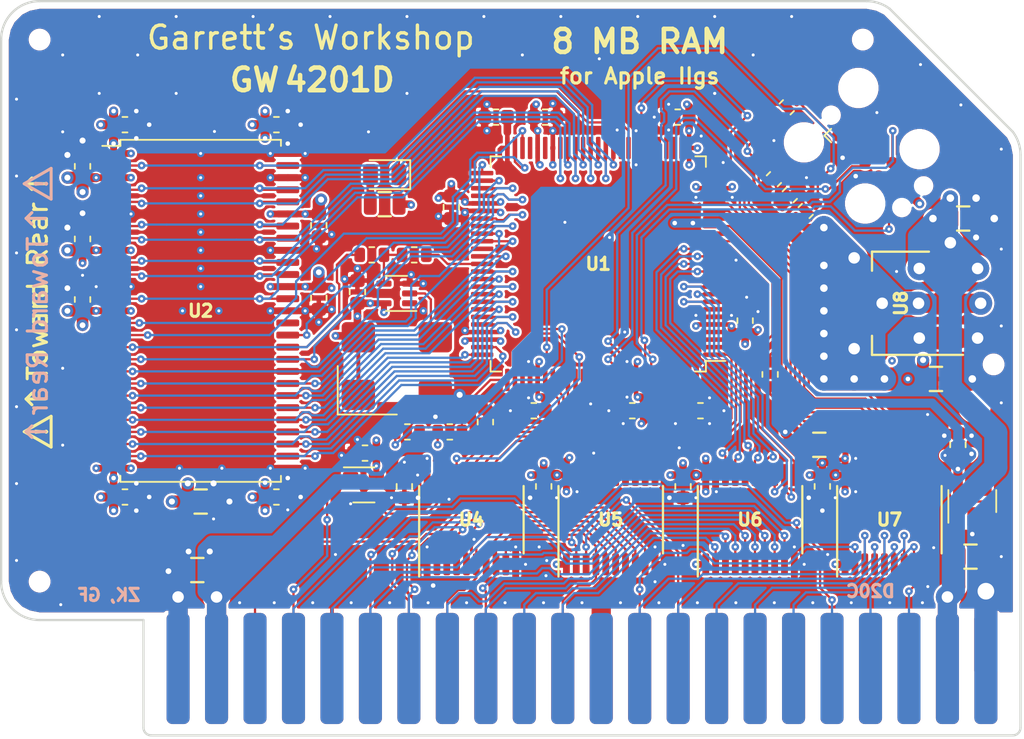
<source format=kicad_pcb>
(kicad_pcb (version 20171130) (host pcbnew "(5.1.10-1-10_14)")
  (title_block (title "GW4201D (RAM2GS II) - LCMXO2-640 / LCMXO2-1200") (date 2021-05-30) (rev 2.0) (company "Garrett's Workshop"))
  (layers (0 F.Cu signal) (1 In1.Cu power) (2 In2.Cu power) (31 B.Cu signal) (34 B.Paste user) (35 F.Paste user) (36 B.SilkS user) (37 F.SilkS user) (38 B.Mask user) (39 F.Mask user) (44 Edge.Cuts user))
  (net 0 "")
  (net 1 GND)
  (net 2 /FA15)
  (net 3 /FA14)
  (net 4 /FA13)
  (net 5 /FA12)
  (net 6 /FA11)
  (net 7 /FA10)
  (net 8 /~CRAS~)
  (net 9 /ABORT)
  (net 10 /PH2)
  (net 11 /~CSEL~)
  (net 12 /~CROMSEL~)
  (net 13 /CROW1)
  (net 14 /CROW0)
  (net 15 /~CCAS~)
  (net 16 /~FWE~)
  (net 17 /FRA1)
  (net 18 /FRA2)
  (net 19 /FRA0)
  (net 20 /FRA7)
  (net 21 /FRA5)
  (net 22 /FRA4)
  (net 23 /FRA3)
  (net 24 /FRA6)
  (net 25 /FRA8)
  (net 26 /FRA9)
  (net 27 /FD2)
  (net 28 /FD7)
  (net 29 /FD0)
  (net 30 /FD6)
  (net 31 /FD4)
  (net 32 /FD5)
  (net 33 /FD3)
  (net 34 /FD1)
  (net 35 /AClk)
  (net 36 /RClk)
  (net 37 +3V3)
  (net 38 /Dout5)
  (net 39 /Dout6)
  (net 40 /Dout4)
  (net 41 /Dout7)
  (net 42 /Dout2)
  (net 43 /Dout1)
  (net 44 /Dout3)
  (net 45 /Din3)
  (net 46 /Din0)
  (net 47 /Din1)
  (net 48 /Din2)
  (net 49 /Din7)
  (net 50 /Din4)
  (net 51 /Din6)
  (net 52 /Din5)
  (net 53 /~WE~in)
  (net 54 /Ain0)
  (net 55 /Ain2)
  (net 56 /Ain1)
  (net 57 /PH2in)
  (net 58 /~CCAS~in)
  (net 59 /CROWin0)
  (net 60 /CROWin1)
  (net 61 /~CRAS~in)
  (net 62 /RD0)
  (net 63 /RD2)
  (net 64 /RD1)
  (net 65 /RD3)
  (net 66 /RD7)
  (net 67 /RD5)
  (net 68 /RD6)
  (net 69 /RD4)
  (net 70 /Ain7)
  (net 71 /Ain5)
  (net 72 /Ain4)
  (net 73 /Ain3)
  (net 74 /Ain6)
  (net 75 /Ain8)
  (net 76 /Ain9)
  (net 77 /DQMH)
  (net 78 /CKE)
  (net 79 /RA11)
  (net 80 /RA9)
  (net 81 /RA8)
  (net 82 /RA7)
  (net 83 /RA6)
  (net 84 /RA5)
  (net 85 /RA4)
  (net 86 /RA3)
  (net 87 /RA2)
  (net 88 /RA1)
  (net 89 /RA0)
  (net 90 /RA10)
  (net 91 /BA1)
  (net 92 /BA0)
  (net 93 /R~CS~)
  (net 94 /R~RAS~)
  (net 95 /R~CAS~)
  (net 96 /R~WE~)
  (net 97 /DQML)
  (net 98 "Net-(U10-Pad2)")
  (net 99 /TDI)
  (net 100 "Net-(J2-Pad8)")
  (net 101 /TMS)
  (net 102 /TDO)
  (net 103 /TCK)
  (net 104 +5V)
  (net 105 "Net-(U9-Pad1)")
  (net 106 "Net-(U10-Pad1)")
  (net 107 +1V2)
  (net 108 "Net-(J2-Pad10)")
  (net 109 "Net-(J2-Pad9)")
  (net 110 "Net-(U11-Pad4)")
  (net 111 "Net-(U1-Pad27)")
  (net 112 "Net-(U1-Pad31)")
  (net 113 "Net-(U1-Pad47)")
  (net 114 /~PROG~)
  (net 115 "Net-(U1-Pad4)")
  (net 116 "Net-(U1-Pad7)")
  (net 117 "Net-(U1-Pad28)")
  (net 118 "Net-(U1-Pad29)")
  (net 119 "Net-(U1-Pad30)")
  (net 120 "Net-(U1-Pad35)")
  (net 121 "Net-(U1-Pad45)")
  (net 122 /DONE)
  (net 123 /~INIT~)
  (net 124 "Net-(R2-Pad1)")
  (net 125 "Net-(U4-Pad19)")
  (net 126 "Net-(R5-Pad2)")
  (net 127 /LED)
  (net 128 "Net-(D1-Pad2)")
  (net 129 /TCKr)
  (module stdpads:R_0603 (layer F.Cu) (at 75.6 119.65)
    (fp_text reference R8)
    (fp_text value 10k)
    (pad 1 smd roundrect (at -0.8 0) (size 0.7 0.95) (layers F.Cu F.Paste F.Mask) (net 37 +3V3))
    (pad 2 smd roundrect (at 0.8 0) (size 0.7 0.95) (layers F.Cu F.Paste F.Mask) (net 122 /DONE))
  )
  (module stdpads:TSSOP-20_4.4x6.5mm_P0.65mm (layer F.Cu) (at 104.625 125.45)
    (fp_text reference U7)
    (fp_text value 74LVC245APW)
    (fp_text user %R (at 0 0) (layer F.SilkS) (effects (font (size 0.8128 0.8128) (thickness 0.2032))))
    (pad 20 smd roundrect (at -2.925 -2.95 90) (size 1.45 0.45) (layers F.Cu F.Paste F.Mask) (net 37 +3V3))
    (pad 19 smd roundrect (at -2.275 -2.95 90) (size 1.45 0.45) (layers F.Cu F.Paste F.Mask) (net 1 GND))
    (pad 18 smd roundrect (at -1.625 -2.95 90) (size 1.45 0.45) (layers F.Cu F.Paste F.Mask) (net 126 "Net-(R5-Pad2)"))
    (pad 17 smd roundrect (at -0.975 -2.95 90) (size 1.45 0.45) (layers F.Cu F.Paste F.Mask) (net 70 /Ain7))
    (pad 16 smd roundrect (at -0.325 -2.95 90) (size 1.45 0.45) (layers F.Cu F.Paste F.Mask) (net 71 /Ain5))
    (pad 15 smd roundrect (at 0.325 -2.95 90) (size 1.45 0.45) (layers F.Cu F.Paste F.Mask) (net 72 /Ain4))
    (pad 14 smd roundrect (at 0.975 -2.95 90) (size 1.45 0.45) (layers F.Cu F.Paste F.Mask) (net 73 /Ain3))
    (pad 13 smd roundrect (at 1.625 -2.95 90) (size 1.45 0.45) (layers F.Cu F.Paste F.Mask) (net 74 /Ain6))
    (pad 12 smd roundrect (at 2.275 -2.95 90) (size 1.45 0.45) (layers F.Cu F.Paste F.Mask) (net 75 /Ain8))
    (pad 11 smd roundrect (at 2.925 -2.95 90) (size 1.45 0.45) (layers F.Cu F.Paste F.Mask) (net 76 /Ain9))
    (pad 10 smd roundrect (at 2.925 2.95 90) (size 1.45 0.45) (layers F.Cu F.Paste F.Mask) (net 1 GND))
    (pad 9 smd roundrect (at 2.275 2.95 90) (size 1.45 0.45) (layers F.Cu F.Paste F.Mask) (net 26 /FRA9))
    (pad 8 smd roundrect (at 1.625 2.95 90) (size 1.45 0.45) (layers F.Cu F.Paste F.Mask) (net 25 /FRA8))
    (pad 7 smd roundrect (at 0.975 2.95 90) (size 1.45 0.45) (layers F.Cu F.Paste F.Mask) (net 24 /FRA6))
    (pad 6 smd roundrect (at 0.325 2.95 90) (size 1.45 0.45) (layers F.Cu F.Paste F.Mask) (net 23 /FRA3))
    (pad 5 smd roundrect (at -0.325 2.95 90) (size 1.45 0.45) (layers F.Cu F.Paste F.Mask) (net 22 /FRA4))
    (pad 4 smd roundrect (at -0.975 2.95 90) (size 1.45 0.45) (layers F.Cu F.Paste F.Mask) (net 21 /FRA5))
    (pad 3 smd roundrect (at -1.625 2.95 90) (size 1.45 0.45) (layers F.Cu F.Paste F.Mask) (net 20 /FRA7))
    (pad 2 smd roundrect (at -2.275 2.95 90) (size 1.45 0.45) (layers F.Cu F.Paste F.Mask) (net 8 /~CRAS~))
    (pad 1 smd roundrect (at -2.925 2.95 90) (size 1.45 0.45) (layers F.Cu F.Paste F.Mask) (net 37 +3V3))
  )
  (module stdpads:TSOP-II-54_22.2x10.16mm_P0.8mm (layer F.Cu) (at 59.15 111.65)
    (fp_text reference U2)
    (fp_text value W9812G6KH-6)
    (fp_text user %R (at 0 0) (layer F.SilkS) (effects (font (size 0.8128 0.8128) (thickness 0.2032))))
    (pad 54 smd roundrect (at 5.75 -10.4) (size 1.51 0.458) (layers F.Cu F.Paste F.Mask) (net 1 GND))
    (pad 53 smd roundrect (at 5.75 -9.6) (size 1.51 0.458) (layers F.Cu F.Paste F.Mask) (net 62 /RD0))
    (pad 52 smd roundrect (at 5.75 -8.8) (size 1.51 0.458) (layers F.Cu F.Paste F.Mask) (net 1 GND))
    (pad 51 smd roundrect (at 5.75 -8) (size 1.51 0.458) (layers F.Cu F.Paste F.Mask) (net 64 /RD1))
    (pad 50 smd roundrect (at 5.75 -7.2) (size 1.51 0.458) (layers F.Cu F.Paste F.Mask) (net 63 /RD2))
    (pad 49 smd roundrect (at 5.75 -6.4) (size 1.51 0.458) (layers F.Cu F.Paste F.Mask) (net 37 +3V3))
    (pad 48 smd roundrect (at 5.75 -5.6) (size 1.51 0.458) (layers F.Cu F.Paste F.Mask) (net 65 /RD3))
    (pad 47 smd roundrect (at 5.75 -4.8) (size 1.51 0.458) (layers F.Cu F.Paste F.Mask) (net 69 /RD4))
    (pad 46 smd roundrect (at 5.75 -4) (size 1.51 0.458) (layers F.Cu F.Paste F.Mask) (net 1 GND))
    (pad 45 smd roundrect (at 5.75 -3.2) (size 1.51 0.458) (layers F.Cu F.Paste F.Mask) (net 67 /RD5))
    (pad 44 smd roundrect (at 5.75 -2.4) (size 1.51 0.458) (layers F.Cu F.Paste F.Mask) (net 68 /RD6))
    (pad 43 smd roundrect (at 5.75 -1.6) (size 1.51 0.458) (layers F.Cu F.Paste F.Mask) (net 37 +3V3))
    (pad 42 smd roundrect (at 5.75 -0.8) (size 1.51 0.458) (layers F.Cu F.Paste F.Mask) (net 66 /RD7))
    (pad 41 smd roundrect (at 5.75 0) (size 1.51 0.458) (layers F.Cu F.Paste F.Mask) (net 1 GND))
    (pad 40 smd roundrect (at 5.75 0.8) (size 1.51 0.458) (layers F.Cu F.Paste F.Mask))
    (pad 39 smd roundrect (at 5.75 1.6) (size 1.51 0.458) (layers F.Cu F.Paste F.Mask) (net 77 /DQMH))
    (pad 38 smd roundrect (at 5.75 2.4) (size 1.51 0.458) (layers F.Cu F.Paste F.Mask) (net 36 /RClk))
    (pad 37 smd roundrect (at 5.75 3.2) (size 1.51 0.458) (layers F.Cu F.Paste F.Mask) (net 78 /CKE))
    (pad 36 smd roundrect (at 5.75 4) (size 1.51 0.458) (layers F.Cu F.Paste F.Mask) (net 1 GND))
    (pad 35 smd roundrect (at 5.75 4.8) (size 1.51 0.458) (layers F.Cu F.Paste F.Mask) (net 79 /RA11))
    (pad 34 smd roundrect (at 5.75 5.6) (size 1.51 0.458) (layers F.Cu F.Paste F.Mask) (net 80 /RA9))
    (pad 33 smd roundrect (at 5.75 6.4) (size 1.51 0.458) (layers F.Cu F.Paste F.Mask) (net 81 /RA8))
    (pad 32 smd roundrect (at 5.75 7.2) (size 1.51 0.458) (layers F.Cu F.Paste F.Mask) (net 82 /RA7))
    (pad 31 smd roundrect (at 5.75 8) (size 1.51 0.458) (layers F.Cu F.Paste F.Mask) (net 83 /RA6))
    (pad 30 smd roundrect (at 5.75 8.8) (size 1.51 0.458) (layers F.Cu F.Paste F.Mask) (net 84 /RA5))
    (pad 29 smd roundrect (at 5.75 9.6) (size 1.51 0.458) (layers F.Cu F.Paste F.Mask) (net 85 /RA4))
    (pad 28 smd roundrect (at 5.75 10.4) (size 1.51 0.458) (layers F.Cu F.Paste F.Mask) (net 1 GND))
    (pad 27 smd roundrect (at -5.75 10.4) (size 1.51 0.458) (layers F.Cu F.Paste F.Mask) (net 37 +3V3))
    (pad 26 smd roundrect (at -5.75 9.6) (size 1.51 0.458) (layers F.Cu F.Paste F.Mask) (net 86 /RA3))
    (pad 25 smd roundrect (at -5.75 8.8) (size 1.51 0.458) (layers F.Cu F.Paste F.Mask) (net 87 /RA2))
    (pad 24 smd roundrect (at -5.75 8) (size 1.51 0.458) (layers F.Cu F.Paste F.Mask) (net 88 /RA1))
    (pad 23 smd roundrect (at -5.75 7.2) (size 1.51 0.458) (layers F.Cu F.Paste F.Mask) (net 89 /RA0))
    (pad 22 smd roundrect (at -5.75 6.4) (size 1.51 0.458) (layers F.Cu F.Paste F.Mask) (net 90 /RA10))
    (pad 21 smd roundrect (at -5.75 5.6) (size 1.51 0.458) (layers F.Cu F.Paste F.Mask) (net 91 /BA1))
    (pad 20 smd roundrect (at -5.75 4.8) (size 1.51 0.458) (layers F.Cu F.Paste F.Mask) (net 92 /BA0))
    (pad 19 smd roundrect (at -5.75 4) (size 1.51 0.458) (layers F.Cu F.Paste F.Mask) (net 93 /R~CS~))
    (pad 18 smd roundrect (at -5.75 3.2) (size 1.51 0.458) (layers F.Cu F.Paste F.Mask) (net 94 /R~RAS~))
    (pad 17 smd roundrect (at -5.75 2.4) (size 1.51 0.458) (layers F.Cu F.Paste F.Mask) (net 95 /R~CAS~))
    (pad 16 smd roundrect (at -5.75 1.6) (size 1.51 0.458) (layers F.Cu F.Paste F.Mask) (net 96 /R~WE~))
    (pad 15 smd roundrect (at -5.75 0.8) (size 1.51 0.458) (layers F.Cu F.Paste F.Mask) (net 97 /DQML))
    (pad 14 smd roundrect (at -5.75 0) (size 1.51 0.458) (layers F.Cu F.Paste F.Mask) (net 37 +3V3))
    (pad 13 smd roundrect (at -5.75 -0.8) (size 1.51 0.458) (layers F.Cu F.Paste F.Mask) (net 66 /RD7))
    (pad 12 smd roundrect (at -5.75 -1.6) (size 1.51 0.458) (layers F.Cu F.Paste F.Mask) (net 1 GND))
    (pad 11 smd roundrect (at -5.75 -2.4) (size 1.51 0.458) (layers F.Cu F.Paste F.Mask) (net 68 /RD6))
    (pad 10 smd roundrect (at -5.75 -3.2) (size 1.51 0.458) (layers F.Cu F.Paste F.Mask) (net 67 /RD5))
    (pad 9 smd roundrect (at -5.75 -4) (size 1.51 0.458) (layers F.Cu F.Paste F.Mask) (net 37 +3V3))
    (pad 8 smd roundrect (at -5.75 -4.8) (size 1.51 0.458) (layers F.Cu F.Paste F.Mask) (net 69 /RD4))
    (pad 7 smd roundrect (at -5.75 -5.6) (size 1.51 0.458) (layers F.Cu F.Paste F.Mask) (net 65 /RD3))
    (pad 6 smd roundrect (at -5.75 -6.4) (size 1.51 0.458) (layers F.Cu F.Paste F.Mask) (net 1 GND))
    (pad 5 smd roundrect (at -5.75 -7.2) (size 1.51 0.458) (layers F.Cu F.Paste F.Mask) (net 63 /RD2))
    (pad 4 smd roundrect (at -5.75 -8) (size 1.51 0.458) (layers F.Cu F.Paste F.Mask) (net 64 /RD1))
    (pad 3 smd roundrect (at -5.75 -8.8) (size 1.51 0.458) (layers F.Cu F.Paste F.Mask) (net 37 +3V3))
    (pad 2 smd roundrect (at -5.75 -9.6) (size 1.51 0.458) (layers F.Cu F.Paste F.Mask) (net 62 /RD0))
    (pad 1 smd roundrect (at -5.75 -10.4) (size 1.51 0.458) (layers F.Cu F.Paste F.Mask) (net 37 +3V3))
  )
  (module stdpads:C_0603 (layer F.Cu) (at 70 121.05 180)
    (fp_text reference C27)
    (fp_text value 2u2)
    (pad 2 smd roundrect (at 0.75 0 180) (size 0.85 0.95) (layers F.Cu F.Paste F.Mask) (net 1 GND))
    (pad 1 smd roundrect (at -0.75 0 180) (size 0.85 0.95) (layers F.Cu F.Paste F.Mask) (net 37 +3V3))
  )
  (module stdpads:C_0603 (layer F.Cu) (at 69.5 110.4 90)
    (fp_text reference C10)
    (fp_text value 2u2)
    (pad 2 smd roundrect (at 0.75 0 90) (size 0.85 0.95) (layers F.Cu F.Paste F.Mask) (net 1 GND))
    (pad 1 smd roundrect (at -0.75 0 90) (size 0.85 0.95) (layers F.Cu F.Paste F.Mask) (net 37 +3V3))
  )
  (module stdpads:TQFP-100_14x14mm_P0.5mm (layer F.Cu) (at 85.4 108.55 90)
    (fp_text reference U1)
    (fp_text value LCMXO2-TG100)
    (fp_text user %R (at 0 0) (layer F.SilkS) (effects (font (size 0.8128 0.8128) (thickness 0.2032))))
    (pad 1 smd roundrect (at -6 7.6625 180) (size 1.475 0.3) (layers F.Cu F.Paste F.Mask) (net 49 /Din7))
    (pad 2 smd roundrect (at -5.5 7.6625 180) (size 1.475 0.3) (layers F.Cu F.Paste F.Mask) (net 51 /Din6))
    (pad 3 smd roundrect (at -5 7.6625 180) (size 1.475 0.3) (layers F.Cu F.Paste F.Mask) (net 46 /Din0))
    (pad 4 smd roundrect (at -4.5 7.6625 180) (size 1.475 0.3) (layers F.Cu F.Paste F.Mask) (net 115 "Net-(U1-Pad4)"))
    (pad 5 smd roundrect (at -4 7.6625 180) (size 1.475 0.3) (layers F.Cu F.Paste F.Mask) (net 37 +3V3))
    (pad 6 smd roundrect (at -3.5 7.6625 180) (size 1.475 0.3) (layers F.Cu F.Paste F.Mask) (net 1 GND))
    (pad 7 smd roundrect (at -3 7.6625 180) (size 1.475 0.3) (layers F.Cu F.Paste F.Mask) (net 116 "Net-(U1-Pad7)"))
    (pad 8 smd roundrect (at -2.5 7.6625 180) (size 1.475 0.3) (layers F.Cu F.Paste F.Mask) (net 57 /PH2in))
    (pad 9 smd roundrect (at -2 7.6625 180) (size 1.475 0.3) (layers F.Cu F.Paste F.Mask) (net 58 /~CCAS~in))
    (pad 10 smd roundrect (at -1.5 7.6625 180) (size 1.475 0.3) (layers F.Cu F.Paste F.Mask) (net 59 /CROWin0))
    (pad 11 smd roundrect (at -1 7.6625 180) (size 1.475 0.3) (layers F.Cu F.Paste F.Mask))
    (pad 12 smd roundrect (at -0.5 7.6625 180) (size 1.475 0.3) (layers F.Cu F.Paste F.Mask) (net 56 /Ain1))
    (pad 13 smd roundrect (at 0 7.6625 180) (size 1.475 0.3) (layers F.Cu F.Paste F.Mask) (net 55 /Ain2))
    (pad 14 smd roundrect (at 0.5 7.6625 180) (size 1.475 0.3) (layers F.Cu F.Paste F.Mask) (net 54 /Ain0))
    (pad 15 smd roundrect (at 1 7.6625 180) (size 1.475 0.3) (layers F.Cu F.Paste F.Mask) (net 53 /~WE~in))
    (pad 16 smd roundrect (at 1.5 7.6625 180) (size 1.475 0.3) (layers F.Cu F.Paste F.Mask) (net 60 /CROWin1))
    (pad 17 smd roundrect (at 2 7.6625 180) (size 1.475 0.3) (layers F.Cu F.Paste F.Mask) (net 61 /~CRAS~in))
    (pad 18 smd roundrect (at 2.5 7.6625 180) (size 1.475 0.3) (layers F.Cu F.Paste F.Mask) (net 70 /Ain7))
    (pad 19 smd roundrect (at 3 7.6625 180) (size 1.475 0.3) (layers F.Cu F.Paste F.Mask) (net 71 /Ain5))
    (pad 20 smd roundrect (at 3.5 7.6625 180) (size 1.475 0.3) (layers F.Cu F.Paste F.Mask) (net 72 /Ain4))
    (pad 21 smd roundrect (at 4 7.6625 180) (size 1.475 0.3) (layers F.Cu F.Paste F.Mask) (net 73 /Ain3))
    (pad 22 smd roundrect (at 4.5 7.6625 180) (size 1.475 0.3) (layers F.Cu F.Paste F.Mask) (net 1 GND))
    (pad 23 smd roundrect (at 5 7.6625 180) (size 1.475 0.3) (layers F.Cu F.Paste F.Mask) (net 37 +3V3))
    (pad 24 smd roundrect (at 5.5 7.6625 180) (size 1.475 0.3) (layers F.Cu F.Paste F.Mask) (net 74 /Ain6))
    (pad 25 smd roundrect (at 6 7.6625 180) (size 1.475 0.3) (layers F.Cu F.Paste F.Mask) (net 75 /Ain8))
    (pad 26 smd roundrect (at 7.6625 6 180) (size 0.3 1.475) (layers F.Cu F.Paste F.Mask) (net 37 +3V3))
    (pad 27 smd roundrect (at 7.6625 5.5 180) (size 0.3 1.475) (layers F.Cu F.Paste F.Mask) (net 111 "Net-(U1-Pad27)"))
    (pad 28 smd roundrect (at 7.6625 5 180) (size 0.3 1.475) (layers F.Cu F.Paste F.Mask) (net 117 "Net-(U1-Pad28)"))
    (pad 29 smd roundrect (at 7.6625 4.5 180) (size 0.3 1.475) (layers F.Cu F.Paste F.Mask) (net 118 "Net-(U1-Pad29)"))
    (pad 30 smd roundrect (at 7.6625 4 180) (size 0.3 1.475) (layers F.Cu F.Paste F.Mask) (net 119 "Net-(U1-Pad30)"))
    (pad 31 smd roundrect (at 7.6625 3.5 180) (size 0.3 1.475) (layers F.Cu F.Paste F.Mask) (net 112 "Net-(U1-Pad31)"))
    (pad 32 smd roundrect (at 7.6625 3 180) (size 0.3 1.475) (layers F.Cu F.Paste F.Mask) (net 76 /Ain9))
    (pad 33 smd roundrect (at 7.6625 2.5 180) (size 0.3 1.475) (layers F.Cu F.Paste F.Mask) (net 1 GND))
    (pad 34 smd roundrect (at 7.6625 2 180) (size 0.3 1.475) (layers F.Cu F.Paste F.Mask) (net 127 /LED))
    (pad 35 smd roundrect (at 7.6625 1.5 180) (size 0.3 1.475) (layers F.Cu F.Paste F.Mask) (net 120 "Net-(U1-Pad35)"))
    (pad 36 smd roundrect (at 7.6625 1 180) (size 0.3 1.475) (layers F.Cu F.Paste F.Mask) (net 62 /RD0))
    (pad 37 smd roundrect (at 7.6625 0.5 180) (size 0.3 1.475) (layers F.Cu F.Paste F.Mask) (net 64 /RD1))
    (pad 38 smd roundrect (at 7.6625 0 180) (size 0.3 1.475) (layers F.Cu F.Paste F.Mask) (net 63 /RD2))
    (pad 39 smd roundrect (at 7.6625 -0.5 180) (size 0.3 1.475) (layers F.Cu F.Paste F.Mask) (net 65 /RD3))
    (pad 40 smd roundrect (at 7.6625 -1 180) (size 0.3 1.475) (layers F.Cu F.Paste F.Mask) (net 69 /RD4))
    (pad 41 smd roundrect (at 7.6625 -1.5 180) (size 0.3 1.475) (layers F.Cu F.Paste F.Mask) (net 67 /RD5))
    (pad 42 smd roundrect (at 7.6625 -2 180) (size 0.3 1.475) (layers F.Cu F.Paste F.Mask) (net 68 /RD6))
    (pad 43 smd roundrect (at 7.6625 -2.5 180) (size 0.3 1.475) (layers F.Cu F.Paste F.Mask) (net 66 /RD7))
    (pad 44 smd roundrect (at 7.6625 -3 180) (size 0.3 1.475) (layers F.Cu F.Paste F.Mask) (net 1 GND))
    (pad 45 smd roundrect (at 7.6625 -3.5 180) (size 0.3 1.475) (layers F.Cu F.Paste F.Mask) (net 121 "Net-(U1-Pad45)"))
    (pad 46 smd roundrect (at 7.6625 -4 180) (size 0.3 1.475) (layers F.Cu F.Paste F.Mask) (net 37 +3V3))
    (pad 47 smd roundrect (at 7.6625 -4.5 180) (size 0.3 1.475) (layers F.Cu F.Paste F.Mask) (net 113 "Net-(U1-Pad47)"))
    (pad 48 smd roundrect (at 7.6625 -5 180) (size 0.3 1.475) (layers F.Cu F.Paste F.Mask) (net 97 /DQML))
    (pad 49 smd roundrect (at 7.6625 -5.5 180) (size 0.3 1.475) (layers F.Cu F.Paste F.Mask) (net 96 /R~WE~))
    (pad 50 smd roundrect (at 7.6625 -6 180) (size 0.3 1.475) (layers F.Cu F.Paste F.Mask) (net 107 +1V2))
    (pad 51 smd roundrect (at 6 -7.6625 180) (size 1.475 0.3) (layers F.Cu F.Paste F.Mask) (net 77 /DQMH))
    (pad 52 smd roundrect (at 5.5 -7.6625 180) (size 1.475 0.3) (layers F.Cu F.Paste F.Mask) (net 95 /R~CAS~))
    (pad 53 smd roundrect (at 5 -7.6625 180) (size 1.475 0.3) (layers F.Cu F.Paste F.Mask) (net 78 /CKE))
    (pad 54 smd roundrect (at 4.5 -7.6625 180) (size 1.475 0.3) (layers F.Cu F.Paste F.Mask) (net 94 /R~RAS~))
    (pad 55 smd roundrect (at 4 -7.6625 180) (size 1.475 0.3) (layers F.Cu F.Paste F.Mask) (net 37 +3V3))
    (pad 56 smd roundrect (at 3.5 -7.6625 180) (size 1.475 0.3) (layers F.Cu F.Paste F.Mask) (net 1 GND))
    (pad 57 smd roundrect (at 3 -7.6625 180) (size 1.475 0.3) (layers F.Cu F.Paste F.Mask) (net 93 /R~CS~))
    (pad 58 smd roundrect (at 2.5 -7.6625 180) (size 1.475 0.3) (layers F.Cu F.Paste F.Mask) (net 92 /BA0))
    (pad 59 smd roundrect (at 2 -7.6625 180) (size 1.475 0.3) (layers F.Cu F.Paste F.Mask) (net 79 /RA11))
    (pad 60 smd roundrect (at 1.5 -7.6625 180) (size 1.475 0.3) (layers F.Cu F.Paste F.Mask) (net 91 /BA1))
    (pad 61 smd roundrect (at 1 -7.6625 180) (size 1.475 0.3) (layers F.Cu F.Paste F.Mask))
    (pad 62 smd roundrect (at 0.5 -7.6625 180) (size 1.475 0.3) (layers F.Cu F.Paste F.Mask) (net 80 /RA9))
    (pad 63 smd roundrect (at 0 -7.6625 180) (size 1.475 0.3) (layers F.Cu F.Paste F.Mask) (net 35 /AClk))
    (pad 64 smd roundrect (at -0.5 -7.6625 180) (size 1.475 0.3) (layers F.Cu F.Paste F.Mask) (net 90 /RA10))
    (pad 65 smd roundrect (at -1 -7.6625 180) (size 1.475 0.3) (layers F.Cu F.Paste F.Mask) (net 81 /RA8))
    (pad 66 smd roundrect (at -1.5 -7.6625 180) (size 1.475 0.3) (layers F.Cu F.Paste F.Mask) (net 89 /RA0))
    (pad 67 smd roundrect (at -2 -7.6625 180) (size 1.475 0.3) (layers F.Cu F.Paste F.Mask) (net 88 /RA1))
    (pad 68 smd roundrect (at -2.5 -7.6625 180) (size 1.475 0.3) (layers F.Cu F.Paste F.Mask) (net 83 /RA6))
    (pad 69 smd roundrect (at -3 -7.6625 180) (size 1.475 0.3) (layers F.Cu F.Paste F.Mask) (net 87 /RA2))
    (pad 70 smd roundrect (at -3.5 -7.6625 180) (size 1.475 0.3) (layers F.Cu F.Paste F.Mask) (net 84 /RA5))
    (pad 71 smd roundrect (at -4 -7.6625 180) (size 1.475 0.3) (layers F.Cu F.Paste F.Mask) (net 86 /RA3))
    (pad 72 smd roundrect (at -4.5 -7.6625 180) (size 1.475 0.3) (layers F.Cu F.Paste F.Mask) (net 1 GND))
    (pad 73 smd roundrect (at -5 -7.6625 180) (size 1.475 0.3) (layers F.Cu F.Paste F.Mask) (net 37 +3V3))
    (pad 74 smd roundrect (at -5.5 -7.6625 180) (size 1.475 0.3) (layers F.Cu F.Paste F.Mask) (net 85 /RA4))
    (pad 75 smd roundrect (at -6 -7.6625 180) (size 1.475 0.3) (layers F.Cu F.Paste F.Mask) (net 82 /RA7))
    (pad 76 smd roundrect (at -7.6625 -6 180) (size 0.3 1.475) (layers F.Cu F.Paste F.Mask) (net 122 /DONE))
    (pad 77 smd roundrect (at -7.6625 -5.5 180) (size 0.3 1.475) (layers F.Cu F.Paste F.Mask) (net 123 /~INIT~))
    (pad 78 smd roundrect (at -7.6625 -5 180) (size 0.3 1.475) (layers F.Cu F.Paste F.Mask) (net 39 /Dout6))
    (pad 79 smd roundrect (at -7.6625 -4.5 180) (size 0.3 1.475) (layers F.Cu F.Paste F.Mask) (net 1 GND))
    (pad 80 smd roundrect (at -7.6625 -4 180) (size 0.3 1.475) (layers F.Cu F.Paste F.Mask) (net 37 +3V3))
    (pad 81 smd roundrect (at -7.6625 -3.5 180) (size 0.3 1.475) (layers F.Cu F.Paste F.Mask) (net 114 /~PROG~))
    (pad 82 smd roundrect (at -7.6625 -3 180) (size 0.3 1.475) (layers F.Cu F.Paste F.Mask) (net 41 /Dout7))
    (pad 83 smd roundrect (at -7.6625 -2.5 180) (size 0.3 1.475) (layers F.Cu F.Paste F.Mask) (net 40 /Dout4))
    (pad 84 smd roundrect (at -7.6625 -2 180) (size 0.3 1.475) (layers F.Cu F.Paste F.Mask) (net 38 /Dout5))
    (pad 85 smd roundrect (at -7.6625 -1.5 180) (size 0.3 1.475) (layers F.Cu F.Paste F.Mask) (net 44 /Dout3))
    (pad 86 smd roundrect (at -7.6625 -1 180) (size 0.3 1.475) (layers F.Cu F.Paste F.Mask) (net 43 /Dout1))
    (pad 87 smd roundrect (at -7.6625 -0.5 180) (size 0.3 1.475) (layers F.Cu F.Paste F.Mask) (net 42 /Dout2))
    (pad 88 smd roundrect (at -7.6625 0 180) (size 0.3 1.475) (layers F.Cu F.Paste F.Mask) (net 48 /Din2))
    (pad 89 smd roundrect (at -7.6625 0.5 180) (size 0.3 1.475) (layers F.Cu F.Paste F.Mask))
    (pad 90 smd roundrect (at -7.6625 1 180) (size 0.3 1.475) (layers F.Cu F.Paste F.Mask) (net 101 /TMS))
    (pad 91 smd roundrect (at -7.6625 1.5 180) (size 0.3 1.475) (layers F.Cu F.Paste F.Mask) (net 103 /TCK))
    (pad 92 smd roundrect (at -7.6625 2 180) (size 0.3 1.475) (layers F.Cu F.Paste F.Mask) (net 1 GND))
    (pad 93 smd roundrect (at -7.6625 2.5 180) (size 0.3 1.475) (layers F.Cu F.Paste F.Mask) (net 37 +3V3))
    (pad 94 smd roundrect (at -7.6625 3 180) (size 0.3 1.475) (layers F.Cu F.Paste F.Mask) (net 99 /TDI))
    (pad 95 smd roundrect (at -7.6625 3.5 180) (size 0.3 1.475) (layers F.Cu F.Paste F.Mask) (net 102 /TDO))
    (pad 96 smd roundrect (at -7.6625 4 180) (size 0.3 1.475) (layers F.Cu F.Paste F.Mask) (net 47 /Din1))
    (pad 97 smd roundrect (at -7.6625 4.5 180) (size 0.3 1.475) (layers F.Cu F.Paste F.Mask) (net 45 /Din3))
    (pad 98 smd roundrect (at -7.6625 5 180) (size 0.3 1.475) (layers F.Cu F.Paste F.Mask) (net 52 /Din5))
    (pad 99 smd roundrect (at -7.6625 5.5 180) (size 0.3 1.475) (layers F.Cu F.Paste F.Mask) (net 50 /Din4))
    (pad 100 smd roundrect (at -7.6625 6 180) (size 0.3 1.475) (layers F.Cu F.Paste F.Mask) (net 107 +1V2))
  )
  (module stdpads:R_0603 (layer F.Cu) (at 72.8 119.65 180)
    (fp_text reference R9)
    (fp_text value 10k)
    (pad 1 smd roundrect (at -0.8 0 180) (size 0.7 0.95) (layers F.Cu F.Paste F.Mask) (net 37 +3V3))
    (pad 2 smd roundrect (at 0.8 0 180) (size 0.7 0.95) (layers F.Cu F.Paste F.Mask) (net 123 /~INIT~))
  )
  (module stdpads:LED_0805 (layer F.Cu) (at 71.3 102.65 180)
    (fp_text reference D1)
    (fp_text value White)
    (pad 1 smd roundrect (at -0.9375 0 180) (size 0.975 1.4) (layers F.Cu F.Paste F.Mask) (net 127 /LED))
    (pad 2 smd roundrect (at 0.9375 0 180) (size 0.975 1.4) (layers F.Cu F.Paste F.Mask) (net 128 "Net-(D1-Pad2)"))
  )
  (module stdpads:R_0805 (layer F.Cu) (at 71.3 104.6)
    (fp_text reference R6)
    (fp_text value 180)
    (pad 1 smd roundrect (at -0.95 0) (size 0.85 1.4) (layers F.Cu F.Paste F.Mask) (net 128 "Net-(D1-Pad2)"))
    (pad 2 smd roundrect (at 0.95 0) (size 0.85 1.4) (layers F.Cu F.Paste F.Mask) (net 37 +3V3))
  )
  (module stdpads:R_0603 (layer F.Cu) (at 73.25 107.95)
    (fp_text reference R3)
    (fp_text value 47)
    (pad 2 smd roundrect (at 0.8 0) (size 0.7 0.95) (layers F.Cu F.Paste F.Mask) (net 35 /AClk))
    (pad 1 smd roundrect (at -0.8 0) (size 0.7 0.95) (layers F.Cu F.Paste F.Mask) (net 124 "Net-(R2-Pad1)"))
  )
  (module stdpads:R_0603 (layer F.Cu) (at 70.45 107.95 180)
    (fp_text reference R2)
    (fp_text value 47)
    (pad 1 smd roundrect (at -0.8 0 180) (size 0.7 0.95) (layers F.Cu F.Paste F.Mask) (net 124 "Net-(R2-Pad1)"))
    (pad 2 smd roundrect (at 0.8 0 180) (size 0.7 0.95) (layers F.Cu F.Paste F.Mask) (net 36 /RClk))
  )
  (module stdpads:R_0603 (layer F.Cu) (at 77.95 119 90)
    (fp_text reference R1)
    (fp_text value 10k)
    (pad 1 smd roundrect (at -0.8 0 90) (size 0.7 0.95) (layers F.Cu F.Paste F.Mask) (net 41 /Dout7))
    (pad 2 smd roundrect (at 0.8 0 90) (size 0.7 0.95) (layers F.Cu F.Paste F.Mask) (net 1 GND))
  )
  (module stdpads:SOT-223 (layer F.Cu) (at 105.387 111.15)
    (fp_text reference U8 (at 0 0 270) (layer F.SilkS) (effects (font (size 0.8128 0.8128) (thickness 0.2032))))
    (fp_text value AZ1117CH-3.3TRG1)
    (pad 1 smd roundrect (at 3.15 2.3 180) (size 2 1.5) (layers F.Cu F.Paste F.Mask) (roundrect_rratio 0.2) (net 1 GND))
    (pad 3 smd roundrect (at 3.15 -2.3 180) (size 2 1.5) (layers F.Cu F.Paste F.Mask) (roundrect_rratio 0.2) (net 104 +5V))
    (pad 2 smd roundrect (at 3.15 0 180) (size 2 1.5) (layers F.Cu F.Paste F.Mask) (roundrect_rratio 0.2) (net 37 +3V3))
    (pad 2 smd roundrect (at -3.15 0 180) (size 2 3.8) (layers F.Cu F.Paste F.Mask) (roundrect_rratio 0.15) (net 37 +3V3))
  )
  (module stdpads:Crystal_SMD_7050-4Pin_7.0x5.0mm_SiTime (layer F.Cu) (at 72.1 115.3)
    (fp_text reference U3)
    (fp_text value 60M)
    (pad 4 smd roundrect (at -2.54 -1.905) (size 2.2 2) (layers F.Cu F.Paste F.Mask) (roundrect_rratio 0.15) (net 37 +3V3))
    (pad 3 smd roundrect (at 2.54 -1.905) (size 2.2 2) (layers F.Cu F.Paste F.Mask) (roundrect_rratio 0.15) (net 98 "Net-(U10-Pad2)"))
    (pad 2 smd roundrect (at 2.54 1.905) (size 2.2 2) (layers F.Cu F.Paste F.Mask) (roundrect_rratio 0.15) (net 1 GND))
    (pad 1 smd roundrect (at -2.54 1.905) (size 2.2 2) (layers F.Cu F.Paste F.Mask) (roundrect_rratio 0.15) (net 37 +3V3))
  )
  (module stdpads:PasteHole_1.152mm_NPTH (layer F.Cu) (at 48.514 129.54)
    (fp_text reference H4)
    (fp_text value " " hide)
    (pad "" np_thru_hole circle (at 0 0) (size 1.152 1.152) (drill 1.152) (layers *.Cu *.Mask))
  )
  (module stdpads:Fiducial (layer F.Cu) (at 48.514 123.952)
    (fp_text reference FID4)
    (fp_text value Fiducial hide)
    (pad ~ smd circle (at 0 0) (size 1 1) (layers F.Cu F.Mask) (clearance 0.575))
  )
  (module stdpads:TSSOP-20_4.4x6.5mm_P0.65mm (layer F.Cu) (at 77.025 125.45)
    (fp_text reference U4)
    (fp_text value 74AHCT245PW)
    (fp_text user %R (at 0 0) (layer F.SilkS) (effects (font (size 0.8128 0.8128) (thickness 0.2032))))
    (pad 20 smd roundrect (at -2.925 -2.95 90) (size 1.45 0.45) (layers F.Cu F.Paste F.Mask) (net 104 +5V))
    (pad 19 smd roundrect (at -2.275 -2.95 90) (size 1.45 0.45) (layers F.Cu F.Paste F.Mask) (net 125 "Net-(U4-Pad19)"))
    (pad 18 smd roundrect (at -1.625 -2.95 90) (size 1.45 0.45) (layers F.Cu F.Paste F.Mask) (net 122 /DONE))
    (pad 17 smd roundrect (at -0.975 -2.95 90) (size 1.45 0.45) (layers F.Cu F.Paste F.Mask) (net 39 /Dout6))
    (pad 16 smd roundrect (at -0.325 -2.95 90) (size 1.45 0.45) (layers F.Cu F.Paste F.Mask) (net 41 /Dout7))
    (pad 15 smd roundrect (at 0.325 -2.95 90) (size 1.45 0.45) (layers F.Cu F.Paste F.Mask) (net 40 /Dout4))
    (pad 14 smd roundrect (at 0.975 -2.95 90) (size 1.45 0.45) (layers F.Cu F.Paste F.Mask) (net 38 /Dout5))
    (pad 13 smd roundrect (at 1.625 -2.95 90) (size 1.45 0.45) (layers F.Cu F.Paste F.Mask) (net 44 /Dout3))
    (pad 12 smd roundrect (at 2.275 -2.95 90) (size 1.45 0.45) (layers F.Cu F.Paste F.Mask) (net 43 /Dout1))
    (pad 11 smd roundrect (at 2.925 -2.95 90) (size 1.45 0.45) (layers F.Cu F.Paste F.Mask) (net 42 /Dout2))
    (pad 10 smd roundrect (at 2.925 2.95 90) (size 1.45 0.45) (layers F.Cu F.Paste F.Mask) (net 1 GND))
    (pad 9 smd roundrect (at 2.275 2.95 90) (size 1.45 0.45) (layers F.Cu F.Paste F.Mask) (net 27 /FD2))
    (pad 8 smd roundrect (at 1.625 2.95 90) (size 1.45 0.45) (layers F.Cu F.Paste F.Mask) (net 34 /FD1))
    (pad 7 smd roundrect (at 0.975 2.95 90) (size 1.45 0.45) (layers F.Cu F.Paste F.Mask) (net 33 /FD3))
    (pad 6 smd roundrect (at 0.325 2.95 90) (size 1.45 0.45) (layers F.Cu F.Paste F.Mask) (net 32 /FD5))
    (pad 5 smd roundrect (at -0.325 2.95 90) (size 1.45 0.45) (layers F.Cu F.Paste F.Mask) (net 31 /FD4))
    (pad 4 smd roundrect (at -0.975 2.95 90) (size 1.45 0.45) (layers F.Cu F.Paste F.Mask) (net 28 /FD7))
    (pad 3 smd roundrect (at -1.625 2.95 90) (size 1.45 0.45) (layers F.Cu F.Paste F.Mask) (net 30 /FD6))
    (pad 2 smd roundrect (at -2.275 2.95 90) (size 1.45 0.45) (layers F.Cu F.Paste F.Mask) (net 29 /FD0))
    (pad 1 smd roundrect (at -2.925 2.95 90) (size 1.45 0.45) (layers F.Cu F.Paste F.Mask) (net 1 GND))
  )
  (module stdpads:SOT-353 (layer F.Cu) (at 72.1 110.5)
    (fp_text reference U10)
    (fp_text value 74LVC1G04GW)
    (pad 5 smd roundrect (at -0.85 0.65 180) (size 1 0.4) (layers F.Cu F.Paste F.Mask) (net 37 +3V3))
    (pad 4 smd roundrect (at -0.85 -0.65 180) (size 1 0.4) (layers F.Cu F.Paste F.Mask) (net 124 "Net-(R2-Pad1)"))
    (pad 2 smd roundrect (at 0.85 0 180) (size 1 0.4) (layers F.Cu F.Paste F.Mask) (net 98 "Net-(U10-Pad2)"))
    (pad 1 smd roundrect (at 0.85 0.65 180) (size 1 0.4) (layers F.Cu F.Paste F.Mask) (net 106 "Net-(U10-Pad1)"))
    (pad 3 smd roundrect (at 0.85 -0.65 180) (size 1 0.4) (layers F.Cu F.Paste F.Mask) (net 1 GND))
  )
  (module stdpads:SOT-353 (layer F.Cu) (at 69.9 123.15 180)
    (fp_text reference U9)
    (fp_text value 74LVC1G04GW)
    (pad 5 smd roundrect (at -0.85 0.65) (size 1 0.4) (layers F.Cu F.Paste F.Mask) (net 37 +3V3))
    (pad 4 smd roundrect (at -0.85 -0.65) (size 1 0.4) (layers F.Cu F.Paste F.Mask) (net 125 "Net-(U4-Pad19)"))
    (pad 2 smd roundrect (at 0.85 0) (size 1 0.4) (layers F.Cu F.Paste F.Mask) (net 11 /~CSEL~))
    (pad 1 smd roundrect (at 0.85 0.65) (size 1 0.4) (layers F.Cu F.Paste F.Mask) (net 105 "Net-(U9-Pad1)"))
    (pad 3 smd roundrect (at 0.85 -0.65) (size 1 0.4) (layers F.Cu F.Paste F.Mask) (net 1 GND))
  )
  (module stdpads:TSSOP-20_4.4x6.5mm_P0.65mm (layer F.Cu) (at 95.425 125.45)
    (fp_text reference U6)
    (fp_text value 74LVC245APW)
    (fp_text user %R (at 0 0) (layer F.SilkS) (effects (font (size 0.8128 0.8128) (thickness 0.2032))))
    (pad 20 smd roundrect (at -2.925 -2.95 90) (size 1.45 0.45) (layers F.Cu F.Paste F.Mask) (net 37 +3V3))
    (pad 19 smd roundrect (at -2.275 -2.95 90) (size 1.45 0.45) (layers F.Cu F.Paste F.Mask) (net 1 GND))
    (pad 18 smd roundrect (at -1.625 -2.95 90) (size 1.45 0.45) (layers F.Cu F.Paste F.Mask) (net 53 /~WE~in))
    (pad 17 smd roundrect (at -0.975 -2.95 90) (size 1.45 0.45) (layers F.Cu F.Paste F.Mask) (net 54 /Ain0))
    (pad 16 smd roundrect (at -0.325 -2.95 90) (size 1.45 0.45) (layers F.Cu F.Paste F.Mask) (net 55 /Ain2))
    (pad 15 smd roundrect (at 0.325 -2.95 90) (size 1.45 0.45) (layers F.Cu F.Paste F.Mask) (net 56 /Ain1))
    (pad 14 smd roundrect (at 0.975 -2.95 90) (size 1.45 0.45) (layers F.Cu F.Paste F.Mask) (net 57 /PH2in))
    (pad 13 smd roundrect (at 1.625 -2.95 90) (size 1.45 0.45) (layers F.Cu F.Paste F.Mask) (net 58 /~CCAS~in))
    (pad 12 smd roundrect (at 2.275 -2.95 90) (size 1.45 0.45) (layers F.Cu F.Paste F.Mask) (net 59 /CROWin0))
    (pad 11 smd roundrect (at 2.925 -2.95 90) (size 1.45 0.45) (layers F.Cu F.Paste F.Mask) (net 60 /CROWin1))
    (pad 10 smd roundrect (at 2.925 2.95 90) (size 1.45 0.45) (layers F.Cu F.Paste F.Mask) (net 1 GND))
    (pad 9 smd roundrect (at 2.275 2.95 90) (size 1.45 0.45) (layers F.Cu F.Paste F.Mask) (net 13 /CROW1))
    (pad 8 smd roundrect (at 1.625 2.95 90) (size 1.45 0.45) (layers F.Cu F.Paste F.Mask) (net 14 /CROW0))
    (pad 7 smd roundrect (at 0.975 2.95 90) (size 1.45 0.45) (layers F.Cu F.Paste F.Mask) (net 15 /~CCAS~))
    (pad 6 smd roundrect (at 0.325 2.95 90) (size 1.45 0.45) (layers F.Cu F.Paste F.Mask) (net 10 /PH2))
    (pad 5 smd roundrect (at -0.325 2.95 90) (size 1.45 0.45) (layers F.Cu F.Paste F.Mask) (net 17 /FRA1))
    (pad 4 smd roundrect (at -0.975 2.95 90) (size 1.45 0.45) (layers F.Cu F.Paste F.Mask) (net 18 /FRA2))
    (pad 3 smd roundrect (at -1.625 2.95 90) (size 1.45 0.45) (layers F.Cu F.Paste F.Mask) (net 19 /FRA0))
    (pad 2 smd roundrect (at -2.275 2.95 90) (size 1.45 0.45) (layers F.Cu F.Paste F.Mask) (net 16 /~FWE~))
    (pad 1 smd roundrect (at -2.925 2.95 90) (size 1.45 0.45) (layers F.Cu F.Paste F.Mask) (net 37 +3V3))
  )
  (module stdpads:TSSOP-20_4.4x6.5mm_P0.65mm (layer F.Cu) (at 86.225 125.45)
    (fp_text reference U5)
    (fp_text value 74LVC245APW)
    (fp_text user %R (at 0 0) (layer F.SilkS) (effects (font (size 0.8128 0.8128) (thickness 0.2032))))
    (pad 20 smd roundrect (at -2.925 -2.95 90) (size 1.45 0.45) (layers F.Cu F.Paste F.Mask) (net 37 +3V3))
    (pad 19 smd roundrect (at -2.275 -2.95 90) (size 1.45 0.45) (layers F.Cu F.Paste F.Mask) (net 1 GND))
    (pad 18 smd roundrect (at -1.625 -2.95 90) (size 1.45 0.45) (layers F.Cu F.Paste F.Mask) (net 48 /Din2))
    (pad 17 smd roundrect (at -0.975 -2.95 90) (size 1.45 0.45) (layers F.Cu F.Paste F.Mask) (net 47 /Din1))
    (pad 16 smd roundrect (at -0.325 -2.95 90) (size 1.45 0.45) (layers F.Cu F.Paste F.Mask) (net 45 /Din3))
    (pad 15 smd roundrect (at 0.325 -2.95 90) (size 1.45 0.45) (layers F.Cu F.Paste F.Mask) (net 52 /Din5))
    (pad 14 smd roundrect (at 0.975 -2.95 90) (size 1.45 0.45) (layers F.Cu F.Paste F.Mask) (net 50 /Din4))
    (pad 13 smd roundrect (at 1.625 -2.95 90) (size 1.45 0.45) (layers F.Cu F.Paste F.Mask) (net 49 /Din7))
    (pad 12 smd roundrect (at 2.275 -2.95 90) (size 1.45 0.45) (layers F.Cu F.Paste F.Mask) (net 51 /Din6))
    (pad 11 smd roundrect (at 2.925 -2.95 90) (size 1.45 0.45) (layers F.Cu F.Paste F.Mask) (net 46 /Din0))
    (pad 10 smd roundrect (at 2.925 2.95 90) (size 1.45 0.45) (layers F.Cu F.Paste F.Mask) (net 1 GND))
    (pad 9 smd roundrect (at 2.275 2.95 90) (size 1.45 0.45) (layers F.Cu F.Paste F.Mask) (net 29 /FD0))
    (pad 8 smd roundrect (at 1.625 2.95 90) (size 1.45 0.45) (layers F.Cu F.Paste F.Mask) (net 30 /FD6))
    (pad 7 smd roundrect (at 0.975 2.95 90) (size 1.45 0.45) (layers F.Cu F.Paste F.Mask) (net 28 /FD7))
    (pad 6 smd roundrect (at 0.325 2.95 90) (size 1.45 0.45) (layers F.Cu F.Paste F.Mask) (net 31 /FD4))
    (pad 5 smd roundrect (at -0.325 2.95 90) (size 1.45 0.45) (layers F.Cu F.Paste F.Mask) (net 32 /FD5))
    (pad 4 smd roundrect (at -0.975 2.95 90) (size 1.45 0.45) (layers F.Cu F.Paste F.Mask) (net 33 /FD3))
    (pad 3 smd roundrect (at -1.625 2.95 90) (size 1.45 0.45) (layers F.Cu F.Paste F.Mask) (net 34 /FD1))
    (pad 2 smd roundrect (at -2.275 2.95 90) (size 1.45 0.45) (layers F.Cu F.Paste F.Mask) (net 27 /FD2))
    (pad 1 smd roundrect (at -2.925 2.95 90) (size 1.45 0.45) (layers F.Cu F.Paste F.Mask) (net 37 +3V3))
  )
  (module stdpads:C_0603 (layer F.Cu) (at 54.15 99.35)
    (fp_text reference C17)
    (fp_text value 2u2)
    (pad 2 smd roundrect (at 0.75 0) (size 0.85 0.95) (layers F.Cu F.Paste F.Mask) (net 1 GND))
    (pad 1 smd roundrect (at -0.75 0) (size 0.85 0.95) (layers F.Cu F.Paste F.Mask) (net 37 +3V3))
  )
  (module stdpads:C_0805 (layer F.Cu) (at 59.15 124.25)
    (fp_text reference C26)
    (fp_text value 10u)
    (pad 2 smd roundrect (at 0.85 0) (size 1.05 1.4) (layers F.Cu F.Paste F.Mask) (net 1 GND))
    (pad 1 smd roundrect (at -0.85 0) (size 1.05 1.4) (layers F.Cu F.Paste F.Mask) (net 37 +3V3))
  )
  (module stdpads:AppleIIgsMemoryExpansion_Edge (layer F.Cu) (at 84.328 135.382)
    (fp_text reference J1)
    (fp_text value "IIgs RAM Exp.")
    (pad 1 smd roundrect (at 26.67 -0.1) (size 1.524 7.34) (layers B.Cu B.Mask) (net 1 GND))
    (pad 2 smd roundrect (at 24.13 -0.1) (size 1.524 7.34) (layers B.Cu B.Mask) (net 104 +5V))
    (pad 3 smd roundrect (at 21.59 -0.1) (size 1.524 7.34) (layers B.Cu B.Mask) (net 26 /FRA9))
    (pad 4 smd roundrect (at 19.05 -0.1) (size 1.524 7.34) (layers B.Cu B.Mask) (net 25 /FRA8))
    (pad 5 smd roundrect (at 16.51 -0.1) (size 1.524 7.34) (layers B.Cu B.Mask) (net 27 /FD2))
    (pad 6 smd roundrect (at 13.97 -0.1) (size 1.524 7.34) (layers B.Cu B.Mask) (net 24 /FRA6))
    (pad 7 smd roundrect (at 11.43 -0.1) (size 1.524 7.34) (layers B.Cu B.Mask) (net 23 /FRA3))
    (pad 8 smd roundrect (at 8.89 -0.1) (size 1.524 7.34) (layers B.Cu B.Mask) (net 22 /FRA4))
    (pad 9 smd roundrect (at 6.35 -0.1) (size 1.524 7.34) (layers B.Cu B.Mask) (net 21 /FRA5))
    (pad 10 smd roundrect (at 3.81 -0.1) (size 1.524 7.34) (layers B.Cu B.Mask) (net 20 /FRA7))
    (pad 11 smd roundrect (at 1.27 -0.1) (size 1.524 7.34) (layers B.Cu B.Mask) (net 104 +5V))
    (pad 12 smd roundrect (at -1.27 -0.1) (size 1.524 7.34) (layers B.Cu B.Mask) (net 16 /~FWE~))
    (pad 13 smd roundrect (at -3.81 -0.1) (size 1.524 7.34) (layers B.Cu B.Mask) (net 19 /FRA0))
    (pad 14 smd roundrect (at -6.35 -0.1) (size 1.524 7.34) (layers B.Cu B.Mask) (net 18 /FRA2))
    (pad 15 smd roundrect (at -8.89 -0.1) (size 1.524 7.34) (layers B.Cu B.Mask) (net 17 /FRA1))
    (pad 16 smd roundrect (at -11.43 -0.1) (size 1.524 7.34) (layers B.Cu B.Mask) (net 28 /FD7))
    (pad 17 smd roundrect (at -13.97 -0.1) (size 1.524 7.34) (layers B.Cu B.Mask) (net 15 /~CCAS~))
    (pad 18 smd roundrect (at -16.51 -0.1) (size 1.524 7.34) (layers B.Cu B.Mask) (net 14 /CROW0))
    (pad 19 smd roundrect (at -19.05 -0.1) (size 1.524 7.34) (layers B.Cu B.Mask) (net 13 /CROW1))
    (pad 20 smd roundrect (at -21.59 -0.1) (size 1.524 7.34) (layers B.Cu B.Mask) (net 12 /~CROMSEL~))
    (pad 21 smd roundrect (at -24.13 -0.1) (size 1.524 7.34) (layers B.Cu B.Mask) (net 104 +5V))
    (pad 22 smd roundrect (at -26.67 -0.1) (size 1.524 7.34) (layers B.Cu B.Mask) (net 1 GND))
    (pad 23 smd roundrect (at -26.67 -0.1) (size 1.524 7.34) (layers F.Cu F.Mask) (net 1 GND))
    (pad 24 smd roundrect (at -24.13 -0.1) (size 1.524 7.34) (layers F.Cu F.Mask) (net 104 +5V))
    (pad 25 smd roundrect (at -21.59 -0.1) (size 1.524 7.34) (layers F.Cu F.Mask) (net 29 /FD0))
    (pad 26 smd roundrect (at -19.05 -0.1) (size 1.524 7.34) (layers F.Cu F.Mask) (net 11 /~CSEL~))
    (pad 27 smd roundrect (at -16.51 -0.1) (size 1.524 7.34) (layers F.Cu F.Mask) (net 1 GND))
    (pad 28 smd roundrect (at -13.97 -0.1) (size 1.524 7.34) (layers F.Cu F.Mask) (net 30 /FD6))
    (pad 29 smd roundrect (at -11.43 -0.1) (size 1.524 7.34) (layers F.Cu F.Mask) (net 31 /FD4))
    (pad 30 smd roundrect (at -8.89 -0.1) (size 1.524 7.34) (layers F.Cu F.Mask) (net 32 /FD5))
    (pad 31 smd roundrect (at -6.35 -0.1) (size 1.524 7.34) (layers F.Cu F.Mask) (net 10 /PH2))
    (pad 32 smd roundrect (at -3.81 -0.1) (size 1.524 7.34) (layers F.Cu F.Mask) (net 9 /ABORT))
    (pad 33 smd roundrect (at -1.27 -0.1) (size 1.524 7.34) (layers F.Cu F.Mask) (net 33 /FD3))
    (pad 34 smd roundrect (at 1.27 -0.1) (size 1.524 7.34) (layers F.Cu F.Mask) (net 1 GND))
    (pad 35 smd roundrect (at 3.81 -0.1) (size 1.524 7.34) (layers F.Cu F.Mask) (net 8 /~CRAS~))
    (pad 36 smd roundrect (at 6.35 -0.1) (size 1.524 7.34) (layers F.Cu F.Mask) (net 34 /FD1))
    (pad 37 smd roundrect (at 8.89 -0.1) (size 1.524 7.34) (layers F.Cu F.Mask) (net 7 /FA10))
    (pad 38 smd roundrect (at 11.43 -0.1) (size 1.524 7.34) (layers F.Cu F.Mask) (net 6 /FA11))
    (pad 39 smd roundrect (at 13.97 -0.1) (size 1.524 7.34) (layers F.Cu F.Mask) (net 5 /FA12))
    (pad 40 smd roundrect (at 16.51 -0.1) (size 1.524 7.34) (layers F.Cu F.Mask) (net 4 /FA13))
    (pad 41 smd roundrect (at 19.05 -0.1) (size 1.524 7.34) (layers F.Cu F.Mask) (net 3 /FA14))
    (pad 42 smd roundrect (at 21.59 -0.1) (size 1.524 7.34) (layers F.Cu F.Mask) (net 2 /FA15))
    (pad 43 smd roundrect (at 24.13 -0.1) (size 1.524 7.34) (layers F.Cu F.Mask) (net 104 +5V))
    (pad 44 smd roundrect (at 26.67 -0.1) (size 1.524 7.34) (layers F.Cu F.Mask) (net 1 GND))
  )
  (module Connector:Tag-Connect_TC2050-IDC-FP_2x05_P1.27mm_Vertical (layer F.Cu) (at 103.474 101.415 315)
    (fp_text reference J2)
    (fp_text value JTAG)
    (pad "" np_thru_hole circle (at 1.905 -2.54 315) (size 2.3749 2.3749) (drill 2.3749) (layers *.Cu *.Mask))
    (pad "" np_thru_hole circle (at 1.905 2.54 315) (size 2.3749 2.3749) (drill 2.3749) (layers *.Cu *.Mask))
    (pad "" np_thru_hole circle (at -3.81 2.54 315) (size 2.3749 2.3749) (drill 2.3749) (layers *.Cu *.Mask))
    (pad "" np_thru_hole circle (at -3.81 -2.54 315) (size 2.3749 2.3749) (drill 2.3749) (layers *.Cu *.Mask))
    (pad 10 connect circle (at -2.54 -0.635 315) (size 0.7874 0.7874) (layers F.Cu F.Mask) (net 108 "Net-(J2-Pad10)"))
    (pad 9 connect circle (at -1.27 -0.635 315) (size 0.7874 0.7874) (layers F.Cu F.Mask) (net 109 "Net-(J2-Pad9)"))
    (pad 8 connect circle (at 0 -0.635 315) (size 0.7874 0.7874) (layers F.Cu F.Mask) (net 100 "Net-(J2-Pad8)"))
    (pad 7 connect circle (at 1.27 -0.635 315) (size 0.7874 0.7874) (layers F.Cu F.Mask) (net 102 /TDO))
    (pad 6 connect circle (at 2.54 -0.635 315) (size 0.7874 0.7874) (layers F.Cu F.Mask) (net 37 +3V3))
    (pad 5 connect circle (at 2.54 0.635 315) (size 0.7874 0.7874) (layers F.Cu F.Mask) (net 99 /TDI))
    (pad 4 connect circle (at 1.27 0.635 315) (size 0.7874 0.7874) (layers F.Cu F.Mask) (net 1 GND))
    (pad 3 connect circle (at 0 0.635 315) (size 0.7874 0.7874) (layers F.Cu F.Mask) (net 101 /TMS))
    (pad 2 connect circle (at -1.27 0.635 315) (size 0.7874 0.7874) (layers F.Cu F.Mask) (net 1 GND))
    (pad 1 connect circle (at -2.54 0.635 315) (size 0.7874 0.7874) (layers F.Cu F.Mask) (net 129 /TCKr))
    (pad "" np_thru_hole circle (at -3.81 0 315) (size 0.9906 0.9906) (drill 0.9906) (layers *.Cu *.Mask))
    (pad "" np_thru_hole circle (at 3.81 1.016 315) (size 0.9906 0.9906) (drill 0.9906) (layers *.Cu *.Mask))
    (pad "" np_thru_hole circle (at 3.81 -1.016 315) (size 0.9906 0.9906) (drill 0.9906) (layers *.Cu *.Mask))
  )
  (module stdpads:C_0805 (layer F.Cu) (at 107.7 116.15)
    (fp_text reference C4)
    (fp_text value 10u)
    (pad 2 smd roundrect (at 0.85 0) (size 1.05 1.4) (layers F.Cu F.Paste F.Mask) (net 1 GND))
    (pad 1 smd roundrect (at -0.85 0) (size 1.05 1.4) (layers F.Cu F.Paste F.Mask) (net 37 +3V3))
  )
  (module stdpads:C_0805 (layer F.Cu) (at 109.5 105.55)
    (fp_text reference C3)
    (fp_text value 10u)
    (pad 2 smd roundrect (at 0.85 0) (size 1.05 1.4) (layers F.Cu F.Paste F.Mask) (net 1 GND))
    (pad 1 smd roundrect (at -0.85 0) (size 1.05 1.4) (layers F.Cu F.Paste F.Mask) (net 104 +5V))
  )
  (module stdpads:C_0805 (layer F.Cu) (at 109.982 127.889)
    (fp_text reference C2)
    (fp_text value 10u)
    (pad 2 smd roundrect (at 0.85 0) (size 1.05 1.4) (layers F.Cu F.Paste F.Mask) (net 1 GND))
    (pad 1 smd roundrect (at -0.85 0) (size 1.05 1.4) (layers F.Cu F.Paste F.Mask) (net 104 +5V))
  )
  (module stdpads:C_0805 (layer F.Cu) (at 58.928 128.778 180)
    (fp_text reference C1)
    (fp_text value 10u)
    (pad 2 smd roundrect (at 0.85 0 180) (size 1.05 1.4) (layers F.Cu F.Paste F.Mask) (net 1 GND))
    (pad 1 smd roundrect (at -0.85 0 180) (size 1.05 1.4) (layers F.Cu F.Paste F.Mask) (net 104 +5V))
  )
  (module stdpads:C_0603 (layer F.Cu) (at 72.6 123.25 270)
    (fp_text reference C5)
    (fp_text value 2u2)
    (pad 2 smd roundrect (at 0.75 0 270) (size 0.85 0.95) (layers F.Cu F.Paste F.Mask) (net 1 GND))
    (pad 1 smd roundrect (at -0.75 0 270) (size 0.85 0.95) (layers F.Cu F.Paste F.Mask) (net 104 +5V))
  )
  (module stdpads:C_0603 (layer F.Cu) (at 64.15 123.95)
    (fp_text reference C22)
    (fp_text value 2u2)
    (pad 2 smd roundrect (at 0.75 0) (size 0.85 0.95) (layers F.Cu F.Paste F.Mask) (net 1 GND))
    (pad 1 smd roundrect (at -0.75 0) (size 0.85 0.95) (layers F.Cu F.Paste F.Mask) (net 37 +3V3))
  )
  (module stdpads:C_0603 (layer F.Cu) (at 51.35 102.1 90)
    (fp_text reference C18)
    (fp_text value 2u2)
    (pad 2 smd roundrect (at 0.75 0 90) (size 0.85 0.95) (layers F.Cu F.Paste F.Mask) (net 1 GND))
    (pad 1 smd roundrect (at -0.75 0 90) (size 0.85 0.95) (layers F.Cu F.Paste F.Mask) (net 37 +3V3))
  )
  (module stdpads:C_0603 (layer F.Cu) (at 64.15 99.35)
    (fp_text reference C25)
    (fp_text value 2u2)
    (pad 2 smd roundrect (at 0.75 0) (size 0.85 0.95) (layers F.Cu F.Paste F.Mask) (net 1 GND))
    (pad 1 smd roundrect (at -0.75 0) (size 0.85 0.95) (layers F.Cu F.Paste F.Mask) (net 37 +3V3))
  )
  (module stdpads:C_0603 (layer F.Cu) (at 54.15 123.95)
    (fp_text reference C21)
    (fp_text value 2u2)
    (pad 2 smd roundrect (at 0.75 0) (size 0.85 0.95) (layers F.Cu F.Paste F.Mask) (net 1 GND))
    (pad 1 smd roundrect (at -0.75 0) (size 0.85 0.95) (layers F.Cu F.Paste F.Mask) (net 37 +3V3))
  )
  (module stdpads:C_0603 (layer F.Cu) (at 66.95 110.8 270)
    (fp_text reference C23)
    (fp_text value 2u2)
    (pad 2 smd roundrect (at 0.75 0 270) (size 0.85 0.95) (layers F.Cu F.Paste F.Mask) (net 1 GND))
    (pad 1 smd roundrect (at -0.75 0 270) (size 0.85 0.95) (layers F.Cu F.Paste F.Mask) (net 37 +3V3))
  )
  (module stdpads:C_0603 (layer F.Cu) (at 51.35 106.9 90)
    (fp_text reference C19)
    (fp_text value 2u2)
    (pad 2 smd roundrect (at 0.75 0 90) (size 0.85 0.95) (layers F.Cu F.Paste F.Mask) (net 1 GND))
    (pad 1 smd roundrect (at -0.75 0 90) (size 0.85 0.95) (layers F.Cu F.Paste F.Mask) (net 37 +3V3))
  )
  (module stdpads:C_0603 (layer F.Cu) (at 51.35 110.9 90)
    (fp_text reference C20)
    (fp_text value 2u2)
    (pad 2 smd roundrect (at 0.75 0 90) (size 0.85 0.95) (layers F.Cu F.Paste F.Mask) (net 1 GND))
    (pad 1 smd roundrect (at -0.75 0 90) (size 0.85 0.95) (layers F.Cu F.Paste F.Mask) (net 37 +3V3))
  )
  (module stdpads:C_0603 (layer F.Cu) (at 66.95 106 270)
    (fp_text reference C24)
    (fp_text value 2u2)
    (pad 2 smd roundrect (at 0.75 0 270) (size 0.85 0.95) (layers F.Cu F.Paste F.Mask) (net 1 GND))
    (pad 1 smd roundrect (at -0.75 0 270) (size 0.85 0.95) (layers F.Cu F.Paste F.Mask) (net 37 +3V3))
  )
  (module stdpads:C_0603 (layer F.Cu) (at 100.2 123.25 270)
    (fp_text reference C8)
    (fp_text value 2u2)
    (pad 2 smd roundrect (at 0.75 0 270) (size 0.85 0.95) (layers F.Cu F.Paste F.Mask) (net 1 GND))
    (pad 1 smd roundrect (at -0.75 0 270) (size 0.85 0.95) (layers F.Cu F.Paste F.Mask) (net 37 +3V3))
  )
  (module stdpads:C_0603 (layer F.Cu) (at 81.8 123.25 270)
    (fp_text reference C6)
    (fp_text value 2u2)
    (pad 2 smd roundrect (at 0.75 0 270) (size 0.85 0.95) (layers F.Cu F.Paste F.Mask) (net 1 GND))
    (pad 1 smd roundrect (at -0.75 0 270) (size 0.85 0.95) (layers F.Cu F.Paste F.Mask) (net 37 +3V3))
  )
  (module stdpads:C_0603 (layer F.Cu) (at 91 123.25 270)
    (fp_text reference C7)
    (fp_text value 2u2)
    (pad 2 smd roundrect (at 0.75 0 270) (size 0.85 0.95) (layers F.Cu F.Paste F.Mask) (net 1 GND))
    (pad 1 smd roundrect (at -0.75 0 270) (size 0.85 0.95) (layers F.Cu F.Paste F.Mask) (net 37 +3V3))
  )
  (module stdpads:Fiducial (layer F.Cu) (at 51.054 93.726)
    (fp_text reference FID1)
    (fp_text value Fiducial hide)
    (pad ~ smd circle (at 0 0) (size 1 1) (layers F.Cu F.Mask) (clearance 0.575))
  )
  (module stdpads:Fiducial (layer F.Cu) (at 110.236 117.983)
    (fp_text reference FID3)
    (fp_text value Fiducial hide)
    (pad ~ smd circle (at 0 0) (size 1 1) (layers F.Cu F.Mask) (clearance 0.575))
  )
  (module stdpads:Fiducial (layer F.Cu) (at 100.33 93.726)
    (fp_text reference FID2)
    (fp_text value Fiducial hide)
    (pad ~ smd circle (at 0 0) (size 1 1) (layers F.Cu F.Mask) (clearance 0.575))
  )
  (module stdpads:PasteHole_1.1mm_PTH (layer F.Cu) (at 110.998 130.175)
    (fp_text reference H3)
    (fp_text value " " hide)
    (pad 1 thru_hole circle (at 0 0) (size 2 2) (drill 1.1) (layers *.Cu *.Mask) (net 1 GND))
  )
  (module stdpads:PasteHole_1.152mm_NPTH (layer F.Cu) (at 48.514 93.726)
    (fp_text reference H1)
    (fp_text value " " hide)
    (pad "" np_thru_hole circle (at 0 0) (size 1.152 1.152) (drill 1.152) (layers *.Cu *.Mask))
  )
  (module stdpads:PasteHole_1.152mm_NPTH (layer F.Cu) (at 102.87 93.726)
    (fp_text reference H2)
    (fp_text value " " hide)
    (pad "" np_thru_hole circle (at 0 0) (size 1.152 1.152) (drill 1.152) (layers *.Cu *.Mask))
  )
  (module stdpads:PasteHole_1.152mm_NPTH (layer F.Cu) (at 111.506 115.189)
    (fp_text reference H5)
    (fp_text value " " hide)
    (pad "" np_thru_hole circle (at 0 0) (size 1.152 1.152) (drill 1.152) (layers *.Cu *.Mask))
  )
  (module stdpads:C_0603 (layer F.Cu) (at 109.15 120.5 90)
    (fp_text reference C28)
    (fp_text value 2u2)
    (pad 1 smd roundrect (at -0.75 0 90) (size 0.85 0.95) (layers F.Cu F.Paste F.Mask) (net 107 +1V2))
    (pad 2 smd roundrect (at 0.75 0 90) (size 0.85 0.95) (layers F.Cu F.Paste F.Mask) (net 1 GND))
  )
  (module stdpads:R_0805 (layer F.Cu) (at 100 120.5 180)
    (fp_text reference R4)
    (fp_text value 0)
    (pad 1 smd roundrect (at -0.95 0 180) (size 0.85 1.4) (layers F.Cu F.Paste F.Mask) (net 37 +3V3))
    (pad 2 smd roundrect (at 0.95 0 180) (size 0.85 1.4) (layers F.Cu F.Paste F.Mask) (net 107 +1V2))
  )
  (module stdpads:SOT-23-5 (layer F.Cu) (at 110.1 124.25 270)
    (fp_text reference U11)
    (fp_text value AP2127K-1.2TRG1)
    (pad 4 smd roundrect (at -1.05 -0.95 90) (size 1.35 0.65) (layers F.Cu F.Paste F.Mask) (net 110 "Net-(U11-Pad4)"))
    (pad 5 smd roundrect (at -1.05 0.95 90) (size 1.35 0.65) (layers F.Cu F.Paste F.Mask) (net 107 +1V2))
    (pad 2 smd roundrect (at 1.05 0 90) (size 1.35 0.65) (layers F.Cu F.Paste F.Mask) (net 1 GND))
    (pad 3 smd roundrect (at 1.05 -0.95 90) (size 1.35 0.65) (layers F.Cu F.Paste F.Mask) (net 104 +5V))
    (pad 1 smd roundrect (at 1.05 0.95 90) (size 1.35 0.65) (layers F.Cu F.Paste F.Mask) (net 104 +5V))
  )
  (module stdpads:C_0603 (layer F.Cu) (at 81.15 118.25 180)
    (fp_text reference C9)
    (fp_text value 2u2)
    (pad 2 smd roundrect (at 0.75 0 180) (size 0.85 0.95) (layers F.Cu F.Paste F.Mask) (net 1 GND))
    (pad 1 smd roundrect (at -0.75 0 180) (size 0.85 0.95) (layers F.Cu F.Paste F.Mask) (net 37 +3V3))
  )
  (module stdpads:C_0603 (layer F.Cu) (at 90.65 98.85 180)
    (fp_text reference C11)
    (fp_text value 2u2)
    (pad 1 smd roundrect (at -0.75 0 180) (size 0.85 0.95) (layers F.Cu F.Paste F.Mask) (net 37 +3V3))
    (pad 2 smd roundrect (at 0.75 0 180) (size 0.85 0.95) (layers F.Cu F.Paste F.Mask) (net 1 GND))
  )
  (module stdpads:C_0603 (layer F.Cu) (at 87.65 118.25 180)
    (fp_text reference C12)
    (fp_text value 2u2)
    (pad 2 smd roundrect (at 0.75 0 180) (size 0.85 0.95) (layers F.Cu F.Paste F.Mask) (net 1 GND))
    (pad 1 smd roundrect (at -0.75 0 180) (size 0.85 0.95) (layers F.Cu F.Paste F.Mask) (net 37 +3V3))
  )
  (module stdpads:C_0603 (layer F.Cu) (at 81.9 98.85)
    (fp_text reference C13)
    (fp_text value 2u2)
    (pad 1 smd roundrect (at -0.75 0) (size 0.85 0.95) (layers F.Cu F.Paste F.Mask) (net 37 +3V3))
    (pad 2 smd roundrect (at 0.75 0) (size 0.85 0.95) (layers F.Cu F.Paste F.Mask) (net 1 GND))
  )
  (module stdpads:C_0603 (layer F.Cu) (at 78.65 98.85 180)
    (fp_text reference C15)
    (fp_text value 2u2)
    (pad 1 smd roundrect (at -0.75 0 180) (size 0.85 0.95) (layers F.Cu F.Paste F.Mask) (net 107 +1V2))
    (pad 2 smd roundrect (at 0.75 0 180) (size 0.85 0.95) (layers F.Cu F.Paste F.Mask) (net 1 GND))
  )
  (module stdpads:C_0603 (layer F.Cu) (at 75.7 104.8 270)
    (fp_text reference C29)
    (fp_text value 2u2)
    (pad 2 smd roundrect (at 0.75 0 270) (size 0.85 0.95) (layers F.Cu F.Paste F.Mask) (net 1 GND))
    (pad 1 smd roundrect (at -0.75 0 270) (size 0.85 0.95) (layers F.Cu F.Paste F.Mask) (net 37 +3V3))
  )
  (module stdpads:C_0603 (layer F.Cu) (at 92.15 118.25)
    (fp_text reference C14)
    (fp_text value 2u2)
    (pad 1 smd roundrect (at -0.75 0) (size 0.85 0.95) (layers F.Cu F.Paste F.Mask) (net 107 +1V2))
    (pad 2 smd roundrect (at 0.75 0) (size 0.85 0.95) (layers F.Cu F.Paste F.Mask) (net 1 GND))
  )
  (module stdpads:C_0603 (layer F.Cu) (at 95.1 112.3 90)
    (fp_text reference C16)
    (fp_text value 2u2)
    (pad 2 smd roundrect (at 0.75 0 90) (size 0.85 0.95) (layers F.Cu F.Paste F.Mask) (net 1 GND))
    (pad 1 smd roundrect (at -0.75 0 90) (size 0.85 0.95) (layers F.Cu F.Paste F.Mask) (net 37 +3V3))
  )
  (module stdpads:R_0603 (layer F.Cu) (at 96.75 115.85 270)
    (fp_text reference R5)
    (fp_text value 47)
    (pad 2 smd roundrect (at 0.8 0 270) (size 0.7 0.95) (layers F.Cu F.Paste F.Mask) (net 126 "Net-(R5-Pad2)"))
    (pad 1 smd roundrect (at -0.8 0 270) (size 0.7 0.95) (layers F.Cu F.Paste F.Mask) (net 61 /~CRAS~in))
  )
  (module stdpads:C_0603 (layer F.Cu) (at 98.05 104 45)
    (fp_text reference C30)
    (fp_text value 15p)
    (pad 1 smd roundrect (at -0.75 0 45) (size 0.85 0.95) (layers F.Cu F.Paste F.Mask) (net 103 /TCK))
    (pad 2 smd roundrect (at 0.75 0 45) (size 0.85 0.95) (layers F.Cu F.Paste F.Mask) (net 1 GND))
  )
  (module stdpads:R_0603 (layer F.Cu) (at 99.1 105.05 45)
    (fp_text reference R7)
    (fp_text value 10k)
    (pad 2 smd roundrect (at 0.8 0 45) (size 0.7 0.95) (layers F.Cu F.Paste F.Mask) (net 114 /~PROG~))
    (pad 1 smd roundrect (at -0.8 0 45) (size 0.7 0.95) (layers F.Cu F.Paste F.Mask) (net 37 +3V3))
  )
  (module stdpads:R_0603 (layer F.Cu) (at 97 102.95 225)
    (fp_text reference R10)
    (fp_text value 10k)
    (pad 2 smd roundrect (at 0.8 0 225) (size 0.7 0.95) (layers F.Cu F.Paste F.Mask) (net 103 /TCK))
    (pad 1 smd roundrect (at -0.8 0 225) (size 0.7 0.95) (layers F.Cu F.Paste F.Mask) (net 1 GND))
  )
  (module stdpads:R_0603 (layer F.Cu) (at 97.85 98.2 45)
    (fp_text reference R11)
    (fp_text value 47)
    (pad 1 smd roundrect (at -0.8 0 45) (size 0.7 0.95) (layers F.Cu F.Paste F.Mask) (net 103 /TCK))
    (pad 2 smd roundrect (at 0.8 0 45) (size 0.7 0.95) (layers F.Cu F.Paste F.Mask) (net 129 /TCKr))
  )
  (gr_text GW (at 64.516 96.393) (layer F.SilkS) (effects (font (size 1.5 1.5) (thickness 0.3)) (justify right)))
  (gr_text D20C (at 103.378 130.175) (layer B.SilkS) (effects (font (size 0.8128 0.8128) (thickness 0.2032)) (justify mirror)))
  (gr_text "ZK, GF" (at 53.086 130.429) (layer B.SilkS) (effects (font (size 0.8128 0.8128) (thickness 0.2032)) (justify mirror)))
  (gr_line (start 48.895 103.251) (end 47.625 103.251) (layer F.SilkS) (width 0.2))
  (gr_line (start 47.625 119.634) (end 48.006 119.253) (layer B.SilkS) (width 0.2))
  (gr_line (start 47.498 103.251) (end 49.276 102.235) (layer B.SilkS) (width 0.2))
  (gr_line (start 49.276 102.235) (end 49.276 104.267) (layer B.SilkS) (width 0.2))
  (gr_line (start 47.625 103.251) (end 48.006 103.632) (layer F.SilkS) (width 0.2))
  (gr_line (start 48.895 117.475) (end 47.625 117.475) (layer F.SilkS) (width 0.2))
  (gr_line (start 47.625 103.251) (end 48.006 102.87) (layer F.SilkS) (width 0.2))
  (gr_line (start 49.276 120.65) (end 49.276 118.618) (layer F.SilkS) (width 0.2))
  (gr_line (start 49.276 118.618) (end 47.498 119.634) (layer F.SilkS) (width 0.2))
  (gr_line (start 47.498 119.634) (end 49.276 120.65) (layer F.SilkS) (width 0.2))
  (gr_line (start 47.625 105.537) (end 48.006 105.156) (layer B.SilkS) (width 0.2))
  (gr_line (start 48.895 105.537) (end 47.625 105.537) (layer B.SilkS) (width 0.2))
  (gr_line (start 47.625 119.634) (end 48.006 120.015) (layer B.SilkS) (width 0.2))
  (gr_line (start 48.895 119.634) (end 47.625 119.634) (layer B.SilkS) (width 0.2))
  (gr_line (start 47.625 117.475) (end 48.006 117.856) (layer F.SilkS) (width 0.2))
  (gr_line (start 47.625 105.537) (end 48.006 105.918) (layer B.SilkS) (width 0.2))
  (gr_line (start 49.276 104.267) (end 47.498 103.251) (layer B.SilkS) (width 0.2))
  (gr_line (start 47.625 117.475) (end 48.006 117.094) (layer F.SilkS) (width 0.2))
  (gr_text "Toward Rear" (at 48.387 110.363 90) (layer F.SilkS) (effects (font (size 1.27 1.27) (thickness 0.2))))
  (gr_text "Toward Rear" (at 48.387 112.649 90) (layer B.SilkS) (effects (font (size 1.27 1.27) (thickness 0.2)) (justify mirror)))
  (gr_text ! (at 48.641 119.634 90) (layer F.SilkS) (effects (font (size 0.762 0.762) (thickness 0.1905))))
  (gr_text ! (at 48.641 103.251 90) (layer B.SilkS) (effects (font (size 0.762 0.762) (thickness 0.1905)) (justify mirror)))
  (gr_text 4201D (at 64.516 96.393) (layer F.SilkS) (effects (font (size 1.5 1.5) (thickness 0.3)) (justify left)))
  (gr_text "for Apple IIgs" (at 88.138 96.139) (layer F.SilkS) (effects (font (size 1.016 1.016) (thickness 0.2032))))
  (gr_text "Garrett’s Workshop" (at 66.421 93.599) (layer F.SilkS) (effects (font (size 1.524 1.524) (thickness 0.225))))
  (gr_arc (start 112.776 139.192) (end 112.776 139.7) (angle -90) (layer Edge.Cuts) (width 0.15))
  (gr_arc (start 55.88 139.192) (end 55.372 139.192) (angle -90) (layer Edge.Cuts) (width 0.15))
  (gr_line (start 103.124 91.186) (end 48.514 91.186) (angle 90) (layer Edge.Cuts) (width 0.15))
  (gr_arc (start 48.514 93.726) (end 48.514 91.186) (angle -90) (layer Edge.Cuts) (width 0.15))
  (gr_arc (start 103.124 93.726) (end 103.124 91.186) (angle 36.86991118) (layer Edge.Cuts) (width 0.15))
  (gr_line (start 112.776 99.822) (end 104.648 91.694) (layer Edge.Cuts) (width 0.15))
  (gr_arc (start 110.744 101.346) (end 113.284 101.346) (angle -36.86989765) (layer Edge.Cuts) (width 0.15))
  (gr_text "8 MB RAM" (at 88.138 93.853) (layer F.SilkS) (effects (font (size 1.524 1.524) (thickness 0.3))))
  (gr_line (start 113.284 139.192) (end 113.284 101.346) (angle 90) (layer Edge.Cuts) (width 0.15))
  (gr_arc (start 48.514 129.54) (end 45.974 129.54) (angle -90) (layer Edge.Cuts) (width 0.15))
  (gr_line (start 48.514 132.08) (end 55.372 132.08) (layer Edge.Cuts) (width 0.15))
  (gr_line (start 45.974 129.54) (end 45.974 93.726) (layer Edge.Cuts) (width 0.15))
  (gr_line (start 55.372 139.192) (end 55.372 132.08) (layer Edge.Cuts) (width 0.15))
  (gr_line (start 112.776 139.7) (end 55.88 139.7) (layer Edge.Cuts) (width 0.15))
  (via (at 107.15 118.5) (size 0.5) (drill 0.2) (layers F.Cu B.Cu) (net 1))
  (via (at 85.471 94.996) (size 0.5) (drill 0.2) (layers F.Cu B.Cu) (net 1))
  (via (at 80.391 94.742) (size 0.5) (drill 0.2) (layers F.Cu B.Cu) (net 1))
  (via (at 60.06 99.799) (size 0.5) (drill 0.2) (layers F.Cu B.Cu) (net 1))
  (via (at 46.99 97.663) (size 0.5) (drill 0.2) (layers F.Cu B.Cu) (net 1))
  (via (at 98.171 92.202) (size 0.5) (drill 0.2) (layers F.Cu B.Cu) (net 1))
  (via (at 93.091 92.202) (size 0.5) (drill 0.2) (layers F.Cu B.Cu) (net 1))
  (via (at 88.011 92.202) (size 0.5) (drill 0.2) (layers F.Cu B.Cu) (net 1))
  (via (at 82.931 92.202) (size 0.5) (drill 0.2) (layers F.Cu B.Cu) (net 1))
  (via (at 77.851 92.202) (size 0.5) (drill 0.2) (layers F.Cu B.Cu) (net 1))
  (via (at 72.771 92.202) (size 0.5) (drill 0.2) (layers F.Cu B.Cu) (net 1))
  (via (at 67.691 92.202) (size 0.5) (drill 0.2) (layers F.Cu B.Cu) (net 1))
  (via (at 62.611 92.202) (size 0.5) (drill 0.2) (layers F.Cu B.Cu) (net 1))
  (via (at 57.531 92.202) (size 0.5) (drill 0.2) (layers F.Cu B.Cu) (net 1))
  (via (at 52.451 92.202) (size 0.5) (drill 0.2) (layers F.Cu B.Cu) (net 1))
  (via (at 72.771 97.282) (size 0.5) (drill 0.2) (layers F.Cu B.Cu) (net 1))
  (via (at 54.991 94.742) (size 0.5) (drill 0.2) (layers F.Cu B.Cu) (net 1))
  (via (at 52.451 97.282) (size 0.5) (drill 0.2) (layers F.Cu B.Cu) (net 1))
  (via (at 57.531 97.282) (size 0.5) (drill 0.2) (layers F.Cu B.Cu) (net 1))
  (via (at 95.631 94.742) (size 0.5) (drill 0.2) (layers F.Cu B.Cu) (net 1))
  (via (at 93.091 97.282) (size 0.5) (drill 0.2) (layers F.Cu B.Cu) (net 1))
  (via (at 70.231 99.822) (size 0.5) (drill 0.2) (layers F.Cu B.Cu) (net 1))
  (via (at 50.038 99.822) (size 0.5) (drill 0.2) (layers F.Cu B.Cu) (net 1))
  (via (at 50.038 94.742) (size 0.5) (drill 0.2) (layers F.Cu B.Cu) (net 1))
  (via (at 49.911 131.064) (size 0.5) (drill 0.2) (layers F.Cu B.Cu) (net 1))
  (via (at 46.99 128.143) (size 0.5) (drill 0.2) (layers F.Cu B.Cu) (net 1))
  (segment (start 64.9 102.85) (end 63.75 102.85) (width 0.45) (layer F.Cu) (net 1))
  (via (at 63.75 102.85) (size 0.5) (drill 0.2) (layers F.Cu B.Cu) (net 1))
  (via (at 66.05 102.85) (size 0.5) (drill 0.2) (layers F.Cu B.Cu) (net 1))
  (segment (start 64.9 102.85) (end 66.05 102.85) (width 0.45) (layer F.Cu) (net 1))
  (via (at 79.95 127.25) (size 0.5) (drill 0.2) (layers F.Cu B.Cu) (net 1))
  (via (at 80.6 128.4) (size 0.5) (drill 0.2) (layers F.Cu B.Cu) (net 1))
  (segment (start 79.95 128.4) (end 80.6 128.4) (width 0.45) (layer F.Cu) (net 1))
  (segment (start 79.95 128.4) (end 79.95 127.25) (width 0.45) (layer F.Cu) (net 1))
  (via (at 74.1 127.25) (size 0.5) (drill 0.2) (layers F.Cu B.Cu) (net 1))
  (segment (start 74.1 128.4) (end 74.1 127.25) (width 0.45) (layer F.Cu) (net 1))
  (via (at 54.55 105.25) (size 0.5) (drill 0.2) (layers F.Cu B.Cu) (net 1))
  (segment (start 53.4 105.25) (end 54.55 105.25) (width 0.45) (layer F.Cu) (net 1))
  (segment (start 51.35 106.15) (end 50.35 106.15) (width 0.8) (layer F.Cu) (net 1))
  (segment (start 51.35 101.35) (end 51.35 100.4) (width 0.8) (layer F.Cu) (net 1))
  (via (at 51.35 100.4) (size 0.8) (drill 0.4) (layers F.Cu B.Cu) (net 1))
  (segment (start 51.35 101.35) (end 50.35 101.35) (width 0.8) (layer F.Cu) (net 1))
  (via (at 59.15 105.25) (size 0.5) (drill 0.2) (layers F.Cu B.Cu) (net 1))
  (via (at 59.15 101.25) (size 0.5) (drill 0.2) (layers F.Cu B.Cu) (net 1))
  (via (at 59.15 102.85) (size 0.5) (drill 0.2) (layers F.Cu B.Cu) (net 1))
  (via (at 59.15 107.65) (size 0.5) (drill 0.2) (layers F.Cu B.Cu) (net 1))
  (via (at 59.15 110.05) (size 0.5) (drill 0.2) (layers F.Cu B.Cu) (net 1))
  (via (at 60.35 111.65) (size 0.5) (drill 0.2) (layers F.Cu B.Cu) (net 1))
  (via (at 57.95 111.65) (size 0.5) (drill 0.2) (layers F.Cu B.Cu) (net 1))
  (via (at 51.35 109.3) (size 0.5) (drill 0.2) (layers F.Cu B.Cu) (net 1))
  (via (at 51.35 105.2) (size 0.762) (drill 0.381) (layers F.Cu B.Cu) (net 1))
  (segment (start 51.35 110.15) (end 51.35 109.3) (width 0.508) (layer F.Cu) (net 1))
  (segment (start 51.4 105.25) (end 51.35 105.2) (width 0.508) (layer F.Cu) (net 1))
  (segment (start 51.35 110.15) (end 50.35 110.15) (width 0.762) (layer F.Cu) (net 1))
  (segment (start 53.4 105.25) (end 51.4 105.25) (width 0.508) (layer F.Cu) (net 1))
  (segment (start 66.15 111.55) (end 66.05 111.65) (width 0.508) (layer F.Cu) (net 1))
  (segment (start 64.9 111.65) (end 63.75 111.65) (width 0.45) (layer F.Cu) (net 1))
  (segment (start 66.95 111.55) (end 66.15 111.55) (width 0.508) (layer F.Cu) (net 1))
  (segment (start 52.15 110.15) (end 52.25 110.05) (width 0.508) (layer F.Cu) (net 1))
  (via (at 63.75 111.65) (size 0.5) (drill 0.2) (layers F.Cu B.Cu) (net 1))
  (segment (start 51.35 106.15) (end 51.35 105.2) (width 0.762) (layer F.Cu) (net 1))
  (segment (start 51.35 110.15) (end 52.15 110.15) (width 0.508) (layer F.Cu) (net 1))
  (via (at 59.15 104.05) (size 0.5) (drill 0.2) (layers F.Cu B.Cu) (net 1))
  (via (at 57.75 122.05) (size 0.5) (drill 0.2) (layers F.Cu B.Cu) (net 1))
  (via (at 59.15 106.45) (size 0.5) (drill 0.2) (layers F.Cu B.Cu) (net 1))
  (via (at 60.55 122.05) (size 0.5) (drill 0.2) (layers F.Cu B.Cu) (net 1))
  (via (at 59.15 108.85) (size 0.5) (drill 0.2) (layers F.Cu B.Cu) (net 1))
  (via (at 63.75 107.65) (size 0.5) (drill 0.2) (layers F.Cu B.Cu) (net 1))
  (via (at 66.05 111.65) (size 0.5) (drill 0.2) (layers F.Cu B.Cu) (net 1))
  (segment (start 64.9 107.65) (end 63.75 107.65) (width 0.45) (layer F.Cu) (net 1))
  (segment (start 64.9 111.65) (end 66.05 111.65) (width 0.45) (layer F.Cu) (net 1))
  (segment (start 53.4 110.05) (end 52.25 110.05) (width 0.45) (layer F.Cu) (net 1))
  (via (at 54.55 110.05) (size 0.5) (drill 0.2) (layers F.Cu B.Cu) (net 1))
  (segment (start 64.9 101.25) (end 63.75 101.25) (width 0.45) (layer F.Cu) (net 1))
  (segment (start 53.4 110.05) (end 54.55 110.05) (width 0.45) (layer F.Cu) (net 1))
  (via (at 52.25 110.05) (size 0.5) (drill 0.2) (layers F.Cu B.Cu) (net 1))
  (segment (start 64.9 101.25) (end 66.05 101.25) (width 0.45) (layer F.Cu) (net 1))
  (via (at 63.75 101.25) (size 0.5) (drill 0.2) (layers F.Cu B.Cu) (net 1))
  (via (at 66.05 101.25) (size 0.5) (drill 0.2) (layers F.Cu B.Cu) (net 1))
  (via (at 98.35 127.25) (size 0.5) (drill 0.2) (layers F.Cu B.Cu) (net 1))
  (via (at 99 128.4) (size 0.5) (drill 0.2) (layers F.Cu B.Cu) (net 1))
  (segment (start 89.15 128.4) (end 89.15 129.55) (width 0.45) (layer F.Cu) (net 1))
  (via (at 89.15 127.25) (size 0.5) (drill 0.2) (layers F.Cu B.Cu) (net 1))
  (via (at 89.8 128.4) (size 0.5) (drill 0.2) (layers F.Cu B.Cu) (net 1))
  (segment (start 89.15 128.4) (end 89.8 128.4) (width 0.45) (layer F.Cu) (net 1))
  (segment (start 89.15 128.4) (end 89.15 127.25) (width 0.45) (layer F.Cu) (net 1))
  (via (at 89.15 129.55) (size 0.5) (drill 0.2) (layers F.Cu B.Cu) (net 1))
  (via (at 63.75 122.05) (size 0.5) (drill 0.2) (layers F.Cu B.Cu) (net 1))
  (segment (start 64.9 122.05) (end 63.75 122.05) (width 0.45) (layer F.Cu) (net 1))
  (segment (start 64.9 122.05) (end 66.05 122.05) (width 0.45) (layer F.Cu) (net 1))
  (via (at 66.05 122.05) (size 0.5) (drill 0.2) (layers F.Cu B.Cu) (net 1))
  (segment (start 57.658 135.382) (end 57.658 130.556) (width 1.27) (layer F.Cu) (net 1))
  (segment (start 57.658 130.556) (end 57.658 135.382) (width 1.27) (layer B.Cu) (net 1))
  (via (at 57.658 130.556) (size 1.524) (drill 0.762) (layers F.Cu B.Cu) (net 1))
  (via (at 104.648 130.937) (size 0.5) (drill 0.2) (layers F.Cu B.Cu) (net 1))
  (via (at 61.722 130.937) (size 0.5) (drill 0.2) (layers F.Cu B.Cu) (net 1))
  (via (at 112.014 100.965) (size 0.5) (drill 0.2) (layers F.Cu B.Cu) (net 1))
  (via (at 74.168 130.937) (size 0.5) (drill 0.2) (layers F.Cu B.Cu) (net 1))
  (via (at 102.108 130.937) (size 0.5) (drill 0.2) (layers F.Cu B.Cu) (net 1))
  (via (at 64.008 130.937) (size 0.5) (drill 0.2) (layers F.Cu B.Cu) (net 1))
  (via (at 106.68 95.377) (size 0.5) (drill 0.2) (layers F.Cu B.Cu) (net 1))
  (via (at 112.014 112.649) (size 0.5) (drill 0.2) (layers F.Cu B.Cu) (net 1))
  (via (at 112.014 117.729) (size 0.5) (drill 0.2) (layers F.Cu B.Cu) (net 1))
  (via (at 94.488 130.937) (size 0.5) (drill 0.2) (layers F.Cu B.Cu) (net 1))
  (via (at 99.568 130.937) (size 0.5) (drill 0.2) (layers F.Cu B.Cu) (net 1))
  (via (at 106.807 130.937) (size 0.5) (drill 0.2) (layers F.Cu B.Cu) (net 1))
  (via (at 79.248 130.937) (size 0.5) (drill 0.2) (layers F.Cu B.Cu) (net 1))
  (via (at 76.708 130.937) (size 0.5) (drill 0.2) (layers F.Cu B.Cu) (net 1))
  (via (at 71.628 130.937) (size 0.5) (drill 0.2) (layers F.Cu B.Cu) (net 1))
  (via (at 81.788 130.937) (size 0.5) (drill 0.2) (layers F.Cu B.Cu) (net 1))
  (via (at 91.948 130.937) (size 0.5) (drill 0.2) (layers F.Cu B.Cu) (net 1))
  (via (at 89.408 130.937) (size 0.5) (drill 0.2) (layers F.Cu B.Cu) (net 1))
  (via (at 97.028 130.937) (size 0.5) (drill 0.2) (layers F.Cu B.Cu) (net 1))
  (via (at 66.548 130.937) (size 0.5) (drill 0.2) (layers F.Cu B.Cu) (net 1))
  (via (at 69.088 130.937) (size 0.5) (drill 0.2) (layers F.Cu B.Cu) (net 1))
  (segment (start 85.598 135.382) (end 85.598 130.556) (width 1.27) (layer F.Cu) (net 1))
  (via (at 84.328 130.937) (size 0.5) (drill 0.2) (layers F.Cu B.Cu) (net 1))
  (via (at 86.868 130.937) (size 0.5) (drill 0.2) (layers F.Cu B.Cu) (net 1))
  (via (at 109.347 98.044) (size 0.5) (drill 0.2) (layers F.Cu B.Cu) (net 1))
  (segment (start 110.998 130.175) (end 110.998 135.382) (width 1.524) (layer F.Cu) (net 1))
  (segment (start 110.998 135.382) (end 110.998 130.175) (width 1.524) (layer B.Cu) (net 1))
  (via (at 81.95 129.15) (size 0.5) (drill 0.2) (layers F.Cu B.Cu) (net 1))
  (segment (start 66.95 112.4) (end 66.95 111.55) (width 0.508) (layer F.Cu) (net 1))
  (via (at 66.95 112.4) (size 0.5) (drill 0.2) (layers F.Cu B.Cu) (net 1))
  (segment (start 58.078 130.136) (end 57.658 130.556) (width 1) (layer F.Cu) (net 1))
  (segment (start 58.078 128.778) (end 58.078 130.136) (width 1) (layer F.Cu) (net 1))
  (via (at 107.1626 129.8702) (size 0.5) (drill 0.2) (layers F.Cu B.Cu) (net 1))
  (segment (start 110.832 130.009) (end 110.998 130.175) (width 1) (layer F.Cu) (net 1))
  (segment (start 110.832 127.889) (end 110.832 130.009) (width 1) (layer F.Cu) (net 1))
  (via (at 112.014 127.889) (size 0.5) (drill 0.2) (layers F.Cu B.Cu) (net 1))
  (segment (start 110.832 127.889) (end 112.014 127.889) (width 0.762) (layer F.Cu) (net 1))
  (via (at 106.6 113.45) (size 1.524) (drill 0.762) (layers F.Cu B.Cu) (net 1))
  (segment (start 108.537 113.45) (end 106.6 113.45) (width 1.27) (layer F.Cu) (net 1))
  (via (at 82 128.15) (size 0.5) (drill 0.2) (layers F.Cu B.Cu) (net 1))
  (via (at 81.5 127.25) (size 0.5) (drill 0.2) (layers F.Cu B.Cu) (net 1))
  (via (at 93.091 97.282) (size 0.5) (drill 0.2) (layers F.Cu B.Cu) (net 1))
  (via (at 110.35 104.2) (size 1) (drill 0.5) (layers F.Cu B.Cu) (net 1))
  (segment (start 110.35 105.55) (end 110.35 104.2) (width 1) (layer F.Cu) (net 1))
  (via (at 111.55 105.55) (size 1) (drill 0.5) (layers F.Cu B.Cu) (net 1))
  (segment (start 110.35 105.55) (end 111.55 105.55) (width 1) (layer F.Cu) (net 1))
  (via (at 110.35 106.8) (size 0.8) (drill 0.4) (layers F.Cu B.Cu) (net 1))
  (segment (start 110.35 105.55) (end 110.35 106.8) (width 0.8) (layer F.Cu) (net 1))
  (segment (start 108.55 113.463) (end 108.537 113.45) (width 1) (layer F.Cu) (net 1))
  (segment (start 108.55 116.15) (end 108.55 113.463) (width 1) (layer F.Cu) (net 1))
  (via (at 110.1 116.15) (size 1) (drill 0.5) (layers F.Cu B.Cu) (net 1))
  (segment (start 108.55 116.15) (end 110.1 116.15) (width 1) (layer F.Cu) (net 1))
  (segment (start 107.55 129.4828) (end 107.1626 129.8702) (width 0.45) (layer F.Cu) (net 1))
  (segment (start 107.55 128.4) (end 107.55 129.4828) (width 0.45) (layer F.Cu) (net 1))
  (via (at 110.45 113.45) (size 1.524) (drill 0.762) (layers F.Cu B.Cu) (net 1))
  (segment (start 110.45 113.45) (end 108.537 113.45) (width 1.27) (layer F.Cu) (net 1))
  (via (at 69.05 124.4) (size 0.5) (drill 0.2) (layers F.Cu B.Cu) (net 1))
  (segment (start 69.05 123.8) (end 69.05 124.4) (width 0.4) (layer F.Cu) (net 1))
  (via (at 112.014 107.569) (size 0.5) (drill 0.2) (layers F.Cu B.Cu) (net 1))
  (via (at 50.038 120.523) (size 0.5) (drill 0.2) (layers F.Cu B.Cu) (net 1))
  (via (at 50.038 115.443) (size 0.5) (drill 0.2) (layers F.Cu B.Cu) (net 1))
  (via (at 46.99 112.903) (size 0.5) (drill 0.2) (layers F.Cu B.Cu) (net 1))
  (via (at 46.99 117.983) (size 0.5) (drill 0.2) (layers F.Cu B.Cu) (net 1))
  (via (at 46.99 102.743) (size 0.5) (drill 0.2) (layers F.Cu B.Cu) (net 1))
  (via (at 46.99 107.823) (size 0.5) (drill 0.2) (layers F.Cu B.Cu) (net 1))
  (via (at 46.99 123.063) (size 0.5) (drill 0.2) (layers F.Cu B.Cu) (net 1))
  (via (at 50.35 106.15) (size 0.8) (drill 0.4) (layers F.Cu B.Cu) (net 1))
  (via (at 50.35 110.15) (size 0.762) (drill 0.381) (layers F.Cu B.Cu) (net 1))
  (via (at 50.35 101.35) (size 0.8) (drill 0.4) (layers F.Cu B.Cu) (net 1))
  (segment (start 67.818 135.382) (end 67.818 131.191) (width 0.25) (layer F.Cu) (net 1))
  (via (at 105.1 109.05) (size 0.5) (drill 0.2) (layers F.Cu B.Cu) (net 1))
  (via (at 103.8 98.55) (size 0.5) (drill 0.2) (layers F.Cu B.Cu) (net 1))
  (via (at 97 100.4) (size 0.5) (drill 0.2) (layers F.Cu B.Cu) (net 1))
  (via (at 68.05 127.75) (size 0.5) (drill 0.2) (layers F.Cu B.Cu) (net 1))
  (via (at 91 127.15) (size 0.5) (drill 0.2) (layers F.Cu B.Cu) (net 1))
  (via (at 100.55 127.75) (size 0.5) (drill 0.2) (layers F.Cu B.Cu) (net 1))
  (segment (start 79.95 128.4) (end 79.95 129.3) (width 0.45) (layer F.Cu) (net 1))
  (segment (start 99 128.4) (end 98.35 128.4) (width 0.45) (layer F.Cu) (net 1))
  (segment (start 98.35 128.4) (end 98.35 127.25) (width 0.45) (layer F.Cu) (net 1))
  (segment (start 98.35 128.4) (end 98.35 129.3) (width 0.45) (layer F.Cu) (net 1))
  (segment (start 107.55 128.4) (end 107.95 128.4) (width 0.45) (layer F.Cu) (net 1))
  (segment (start 74.1 129.4) (end 74.5 129.8) (width 0.45) (layer F.Cu) (net 1))
  (segment (start 74.1 128.4) (end 74.1 129.4) (width 0.45) (layer F.Cu) (net 1))
  (via (at 74.5 129.8) (size 0.6) (drill 0.3) (layers F.Cu B.Cu) (net 1))
  (via (at 77.2 126.75) (size 0.5) (drill 0.2) (layers F.Cu B.Cu) (net 1))
  (segment (start 108.55 117.15) (end 108.55 116.15) (width 0.8) (layer F.Cu) (net 1))
  (via (at 86.8 125) (size 0.5) (drill 0.2) (layers F.Cu B.Cu) (net 1))
  (segment (start 72.95 109.85) (end 73.85 109.85) (width 0.4) (layer F.Cu) (net 1))
  (via (at 73.85 109.85) (size 0.5) (drill 0.2) (layers F.Cu B.Cu) (net 1))
  (segment (start 67.8 111.55) (end 66.95 111.55) (width 0.5) (layer F.Cu) (net 1))
  (via (at 67.8 111.55) (size 0.5) (drill 0.2) (layers F.Cu B.Cu) (net 1))
  (via (at 73.05 109.25) (size 0.5) (drill 0.2) (layers F.Cu B.Cu) (net 1))
  (segment (start 72.95 109.35) (end 73.05 109.25) (width 0.4) (layer F.Cu) (net 1))
  (segment (start 72.95 109.85) (end 72.95 109.35) (width 0.4) (layer F.Cu) (net 1))
  (via (at 69.5 108.85) (size 0.5) (drill 0.2) (layers F.Cu B.Cu) (net 1))
  (segment (start 69.5 109.65) (end 69.5 108.85) (width 0.5) (layer F.Cu) (net 1))
  (segment (start 68.75 109.65) (end 69.5 109.65) (width 0.5) (layer F.Cu) (net 1))
  (segment (start 68.65 109.55) (end 68.75 109.65) (width 0.5) (layer F.Cu) (net 1))
  (via (at 68.65 109.55) (size 0.5) (drill 0.2) (layers F.Cu B.Cu) (net 1))
  (segment (start 74.64 117.205) (end 76.245 117.205) (width 0.8) (layer F.Cu) (net 1))
  (via (at 68.45 121.2) (size 0.5) (drill 0.2) (layers F.Cu B.Cu) (net 1))
  (segment (start 68.6 121.05) (end 68.45 121.2) (width 0.5) (layer F.Cu) (net 1))
  (segment (start 69.25 121.05) (end 68.6 121.05) (width 0.5) (layer F.Cu) (net 1))
  (segment (start 69.25 121.05) (end 69.25 120.35) (width 0.5) (layer F.Cu) (net 1))
  (via (at 69.5 120.15) (size 0.5) (drill 0.2) (layers F.Cu B.Cu) (net 1))
  (segment (start 69.45 120.15) (end 69.5 120.15) (width 0.5) (layer F.Cu) (net 1))
  (segment (start 69.25 120.35) (end 69.45 120.15) (width 0.5) (layer F.Cu) (net 1))
  (segment (start 64.9 101.25) (end 64.9 100.6) (width 0.45) (layer F.Cu) (net 1))
  (via (at 64.9 100.6) (size 0.6) (drill 0.3) (layers F.Cu B.Cu) (net 1))
  (segment (start 64.9 99.35) (end 64.9 100.6) (width 0.6) (layer F.Cu) (net 1))
  (via (at 54.9 98.45) (size 0.6) (drill 0.3) (layers F.Cu B.Cu) (net 1))
  (segment (start 54.9 99.35) (end 54.9 98.45) (width 0.6) (layer F.Cu) (net 1))
  (via (at 55.75 99.35) (size 0.6) (drill 0.3) (layers F.Cu B.Cu) (net 1))
  (segment (start 54.9 99.35) (end 55.75 99.35) (width 0.6) (layer F.Cu) (net 1))
  (via (at 54.9 100.25) (size 0.6) (drill 0.3) (layers F.Cu B.Cu) (net 1))
  (segment (start 54.9 99.35) (end 54.9 100.25) (width 0.6) (layer F.Cu) (net 1))
  (via (at 64.9 98.45) (size 0.6) (drill 0.3) (layers F.Cu B.Cu) (net 1))
  (segment (start 64.9 99.35) (end 64.9 98.45) (width 0.6) (layer F.Cu) (net 1))
  (via (at 65.75 99.35) (size 0.6) (drill 0.3) (layers F.Cu B.Cu) (net 1))
  (segment (start 64.9 99.35) (end 65.75 99.35) (width 0.6) (layer F.Cu) (net 1))
  (via (at 54.9 123.05) (size 0.6) (drill 0.3) (layers F.Cu B.Cu) (net 1))
  (segment (start 54.9 123.95) (end 54.9 123.05) (width 0.6) (layer F.Cu) (net 1))
  (via (at 55.75 123.95) (size 0.6) (drill 0.3) (layers F.Cu B.Cu) (net 1))
  (segment (start 54.9 123.95) (end 55.75 123.95) (width 0.6) (layer F.Cu) (net 1))
  (via (at 54.9 124.85) (size 0.6) (drill 0.3) (layers F.Cu B.Cu) (net 1))
  (segment (start 54.9 123.95) (end 54.9 124.85) (width 0.6) (layer F.Cu) (net 1))
  (via (at 64.9 124.8) (size 0.5) (drill 0.2) (layers F.Cu B.Cu) (net 1))
  (segment (start 64.9 123.95) (end 64.9 124.8) (width 0.5) (layer F.Cu) (net 1))
  (via (at 65.75 123.95) (size 0.6) (drill 0.3) (layers F.Cu B.Cu) (net 1))
  (segment (start 64.9 123.95) (end 65.75 123.95) (width 0.6) (layer F.Cu) (net 1))
  (segment (start 64.9 122.05) (end 64.9 122.7) (width 0.45) (layer F.Cu) (net 1))
  (segment (start 64.9 123.95) (end 64.9 122.7) (width 0.8) (layer F.Cu) (net 1))
  (via (at 64.9 122.7) (size 0.6) (drill 0.3) (layers F.Cu B.Cu) (net 1))
  (via (at 60 123.05) (size 0.8) (drill 0.4) (layers F.Cu B.Cu) (net 1))
  (segment (start 60 124.25) (end 60 123.05) (width 0.8) (layer F.Cu) (net 1))
  (via (at 61.05 124.25) (size 0.8) (drill 0.4) (layers F.Cu B.Cu) (net 1))
  (segment (start 60 124.25) (end 61.05 124.25) (width 0.8) (layer F.Cu) (net 1))
  (segment (start 76.245 117.205) (end 76.25 117.2) (width 0.8) (layer F.Cu) (net 1))
  (via (at 76.25 117.2) (size 0.8) (drill 0.4) (layers F.Cu B.Cu) (net 1))
  (via (at 73.85 111.65) (size 0.5) (drill 0.2) (layers F.Cu B.Cu) (net 1))
  (via (at 110.05 119.9) (size 0.6) (drill 0.3) (layers F.Cu B.Cu) (net 1))
  (segment (start 109.9 119.75) (end 110.05 119.9) (width 0.6) (layer F.Cu) (net 1))
  (segment (start 109.15 119.75) (end 109.9 119.75) (width 0.6) (layer F.Cu) (net 1))
  (segment (start 108.4 119.75) (end 108.25 119.9) (width 0.6) (layer F.Cu) (net 1))
  (via (at 108.25 119.9) (size 0.6) (drill 0.3) (layers F.Cu B.Cu) (net 1))
  (segment (start 109.15 119.75) (end 108.4 119.75) (width 0.6) (layer F.Cu) (net 1))
  (segment (start 110.1 126.4) (end 110.1 125.3) (width 0.6) (layer F.Cu) (net 1))
  (via (at 110.1 126.4) (size 0.6) (drill 0.3) (layers F.Cu B.Cu) (net 1))
  (segment (start 107.55 127.3) (end 107.55 128.4) (width 0.45) (layer F.Cu) (net 1))
  (via (at 107.55 127.3) (size 0.5) (drill 0.2) (layers F.Cu B.Cu) (net 1))
  (segment (start 58.078 127.822) (end 58.078 128.778) (width 0.762) (layer F.Cu) (net 1))
  (segment (start 58.35 127.55) (end 58.078 127.822) (width 0.762) (layer F.Cu) (net 1))
  (via (at 58.35 127.55) (size 0.762) (drill 0.381) (layers F.Cu B.Cu) (net 1))
  (segment (start 57.095 128.778) (end 57.023 128.85) (width 0.762) (layer F.Cu) (net 1))
  (segment (start 58.078 128.778) (end 57.095 128.778) (width 0.762) (layer F.Cu) (net 1))
  (via (at 57.023 128.85) (size 0.762) (drill 0.381) (layers F.Cu B.Cu) (net 1))
  (segment (start 101.556449 101.5365) (end 101.5365 101.5365) (width 0.6) (layer F.Cu) (net 1))
  (via (at 101.5365 101.5365) (size 0.6) (drill 0.3) (layers F.Cu B.Cu) (net 1))
  (segment (start 102.126962 100.965987) (end 101.556449 101.5365) (width 0.6) (layer F.Cu) (net 1))
  (segment (start 69.5 120.15) (end 69.65 120.3) (width 0.5) (layer B.Cu) (net 1))
  (segment (start 68.45 121.2) (end 68.6 121.35) (width 0.5) (layer B.Cu) (net 1))
  (via (at 60 125.4) (size 0.5) (drill 0.2) (layers F.Cu B.Cu) (net 1))
  (segment (start 60 124.25) (end 60 125.4) (width 0.5) (layer F.Cu) (net 1))
  (segment (start 78.85 113.05) (end 77.7375 113.05) (width 0.3) (layer F.Cu) (net 1))
  (segment (start 78.95 112.95) (end 78.85 113.05) (width 0.3) (layer F.Cu) (net 1))
  (via (at 78.95 112.95) (size 0.5) (drill 0.2) (layers F.Cu B.Cu) (net 1))
  (via (at 78.95 105.15) (size 0.5) (drill 0.2) (layers F.Cu B.Cu) (net 1))
  (segment (start 78.85 105.05) (end 78.95 105.15) (width 0.3) (layer F.Cu) (net 1))
  (segment (start 77.7375 105.05) (end 78.85 105.05) (width 0.3) (layer F.Cu) (net 1))
  (via (at 76.6 105.15) (size 0.5) (drill 0.2) (layers F.Cu B.Cu) (net 1))
  (segment (start 76.7 105.05) (end 76.6 105.15) (width 0.3) (layer F.Cu) (net 1))
  (segment (start 77.7375 105.05) (end 76.7 105.05) (width 0.3) (layer F.Cu) (net 1))
  (segment (start 75.7 105.55) (end 76.4 105.55) (width 0.5) (layer F.Cu) (net 1))
  (segment (start 76.6 105.35) (end 76.6 105.15) (width 0.5) (layer F.Cu) (net 1))
  (segment (start 76.4 105.55) (end 76.6 105.35) (width 0.5) (layer F.Cu) (net 1))
  (via (at 82.4 99.75) (size 0.5) (drill 0.2) (layers F.Cu B.Cu) (net 1))
  (segment (start 82.4 100.8875) (end 82.4 99.75) (width 0.3) (layer F.Cu) (net 1))
  (via (at 87.9 99.75) (size 0.5) (drill 0.2) (layers F.Cu B.Cu) (net 1))
  (segment (start 87.9 100.8875) (end 87.9 99.75) (width 0.3) (layer F.Cu) (net 1))
  (segment (start 91.95 104.05) (end 91.85 104.15) (width 0.3) (layer F.Cu) (net 1))
  (via (at 91.85 104.15) (size 0.5) (drill 0.2) (layers F.Cu B.Cu) (net 1))
  (segment (start 93.0625 104.05) (end 91.95 104.05) (width 0.3) (layer F.Cu) (net 1))
  (via (at 91.85 111.95) (size 0.5) (drill 0.2) (layers F.Cu B.Cu) (net 1))
  (segment (start 91.95 112.05) (end 91.85 111.95) (width 0.3) (layer F.Cu) (net 1))
  (segment (start 93.0625 112.05) (end 91.95 112.05) (width 0.3) (layer F.Cu) (net 1))
  (via (at 94.2 111.95) (size 0.5) (drill 0.2) (layers F.Cu B.Cu) (net 1))
  (segment (start 94.1 112.05) (end 94.2 111.95) (width 0.3) (layer F.Cu) (net 1))
  (segment (start 93.0625 112.05) (end 94.1 112.05) (width 0.3) (layer F.Cu) (net 1))
  (via (at 87.3 115) (size 0.5) (drill 0.2) (layers F.Cu B.Cu) (net 1))
  (segment (start 87.4 115.1) (end 87.3 115) (width 0.3) (layer F.Cu) (net 1))
  (segment (start 87.4 116.2125) (end 87.4 115.1) (width 0.3) (layer F.Cu) (net 1))
  (segment (start 87.4 117.25) (end 87.3 117.35) (width 0.3) (layer F.Cu) (net 1))
  (via (at 87.3 117.35) (size 0.5) (drill 0.2) (layers F.Cu B.Cu) (net 1))
  (segment (start 87.4 116.2125) (end 87.4 117.25) (width 0.3) (layer F.Cu) (net 1))
  (segment (start 80.9 115.1) (end 80.8 115) (width 0.3) (layer F.Cu) (net 1))
  (via (at 80.8 115) (size 0.5) (drill 0.2) (layers F.Cu B.Cu) (net 1))
  (segment (start 80.9 116.2125) (end 80.9 115.1) (width 0.3) (layer F.Cu) (net 1))
  (via (at 76.6 112.95) (size 0.5) (drill 0.2) (layers F.Cu B.Cu) (net 1))
  (segment (start 76.7 113.05) (end 76.6 112.95) (width 0.3) (layer F.Cu) (net 1))
  (segment (start 77.7375 113.05) (end 76.7 113.05) (width 0.3) (layer F.Cu) (net 1))
  (segment (start 82.65 98.85) (end 82.65 99.55) (width 0.5) (layer F.Cu) (net 1))
  (segment (start 82.45 99.75) (end 82.4 99.75) (width 0.5) (layer F.Cu) (net 1))
  (segment (start 82.65 99.55) (end 82.45 99.75) (width 0.5) (layer F.Cu) (net 1))
  (via (at 78.05 98) (size 0.5) (drill 0.2) (layers F.Cu B.Cu) (net 1))
  (segment (start 77.9 98.15) (end 78.05 98) (width 0.5) (layer F.Cu) (net 1))
  (segment (start 77.9 98.85) (end 77.9 98.15) (width 0.5) (layer F.Cu) (net 1))
  (via (at 92.75 117.4) (size 0.5) (drill 0.2) (layers F.Cu B.Cu) (net 1))
  (segment (start 92.9 117.55) (end 92.75 117.4) (width 0.5) (layer F.Cu) (net 1))
  (segment (start 92.9 118.25) (end 92.9 117.55) (width 0.5) (layer F.Cu) (net 1))
  (via (at 92.75 119.1) (size 0.5) (drill 0.2) (layers F.Cu B.Cu) (net 1))
  (segment (start 92.9 118.95) (end 92.75 119.1) (width 0.5) (layer F.Cu) (net 1))
  (segment (start 92.9 118.25) (end 92.9 118.95) (width 0.5) (layer F.Cu) (net 1))
  (segment (start 95.1 111.55) (end 94.4 111.55) (width 0.5) (layer F.Cu) (net 1))
  (segment (start 94.2 111.75) (end 94.2 111.95) (width 0.5) (layer F.Cu) (net 1))
  (segment (start 94.4 111.55) (end 94.2 111.75) (width 0.5) (layer F.Cu) (net 1))
  (via (at 95.95 111.7) (size 0.5) (drill 0.2) (layers F.Cu B.Cu) (net 1))
  (segment (start 95.8 111.55) (end 95.95 111.7) (width 0.5) (layer F.Cu) (net 1))
  (segment (start 95.1 111.55) (end 95.8 111.55) (width 0.5) (layer F.Cu) (net 1))
  (segment (start 94.25 104.15) (end 94.15 104.05) (width 0.3) (layer F.Cu) (net 1))
  (segment (start 94.15 104.05) (end 93.0625 104.05) (width 0.3) (layer F.Cu) (net 1))
  (via (at 94.25 104.15) (size 0.5) (drill 0.2) (layers F.Cu B.Cu) (net 1))
  (segment (start 82.4 102) (end 82.4 100.8875) (width 0.3) (layer F.Cu) (net 1))
  (via (at 82.4 102) (size 0.5) (drill 0.2) (layers F.Cu B.Cu) (net 1))
  (segment (start 95.1 110.85) (end 95.2 110.75) (width 0.5) (layer F.Cu) (net 1))
  (segment (start 95.1 111.55) (end 95.1 110.85) (width 0.5) (layer F.Cu) (net 1))
  (via (at 95.2 110.75) (size 0.5) (drill 0.2) (layers F.Cu B.Cu) (net 1))
  (via (at 87.15 113.05) (size 0.5) (drill 0.2) (layers F.Cu B.Cu) (net 1))
  (segment (start 80.9 117.3) (end 80.9 116.2125) (width 0.3) (layer F.Cu) (net 1))
  (segment (start 80.8 117.4) (end 80.9 117.3) (width 0.3) (layer F.Cu) (net 1))
  (via (at 80.8 117.4) (size 0.5) (drill 0.2) (layers F.Cu B.Cu) (net 1))
  (segment (start 80.4 118.25) (end 80.4 117.55) (width 0.5) (layer F.Cu) (net 1))
  (segment (start 80.55 117.4) (end 80.8 117.4) (width 0.5) (layer F.Cu) (net 1))
  (segment (start 80.4 117.55) (end 80.55 117.4) (width 0.5) (layer F.Cu) (net 1))
  (segment (start 86.9 118.25) (end 86.9 117.55) (width 0.5) (layer F.Cu) (net 1))
  (segment (start 87.1 117.35) (end 87.3 117.35) (width 0.5) (layer F.Cu) (net 1))
  (segment (start 86.9 117.55) (end 87.1 117.35) (width 0.5) (layer F.Cu) (net 1))
  (via (at 87.05 119.1) (size 0.5) (drill 0.2) (layers F.Cu B.Cu) (net 1))
  (segment (start 86.9 118.95) (end 87.05 119.1) (width 0.5) (layer F.Cu) (net 1))
  (segment (start 86.9 118.25) (end 86.9 118.95) (width 0.5) (layer F.Cu) (net 1))
  (via (at 86.1 118.25) (size 0.5) (drill 0.2) (layers F.Cu B.Cu) (net 1))
  (segment (start 86.9 118.25) (end 86.1 118.25) (width 0.5) (layer F.Cu) (net 1))
  (via (at 79.6 118.25) (size 0.5) (drill 0.2) (layers F.Cu B.Cu) (net 1))
  (segment (start 80.4 118.25) (end 79.6 118.25) (width 0.5) (layer F.Cu) (net 1))
  (via (at 84.9 117.8) (size 0.5) (drill 0.2) (layers F.Cu B.Cu) (net 1))
  (via (at 85.1 121.05) (size 0.5) (drill 0.2) (layers F.Cu B.Cu) (net 1))
  (via (at 90.5 119.1) (size 0.5) (drill 0.2) (layers F.Cu B.Cu) (net 1))
  (via (at 82.4 97.95) (size 0.5) (drill 0.2) (layers F.Cu B.Cu) (net 1))
  (segment (start 82.65 98.85) (end 82.65 98.15) (width 0.5) (layer F.Cu) (net 1))
  (segment (start 82.45 97.95) (end 82.4 97.95) (width 0.5) (layer F.Cu) (net 1))
  (segment (start 82.65 98.15) (end 82.45 97.95) (width 0.5) (layer F.Cu) (net 1))
  (via (at 93.65 101.85) (size 0.5) (drill 0.2) (layers F.Cu B.Cu) (net 1))
  (via (at 92.2 100.1) (size 0.5) (drill 0.2) (layers F.Cu B.Cu) (net 1))
  (via (at 93.7 118.25) (size 0.5) (drill 0.2) (layers F.Cu B.Cu) (net 1))
  (segment (start 92.9 118.25) (end 93.7 118.25) (width 0.5) (layer F.Cu) (net 1))
  (via (at 90.05 98) (size 0.5) (drill 0.2) (layers F.Cu B.Cu) (net 1))
  (segment (start 89.9 98.15) (end 90.05 98) (width 0.5) (layer F.Cu) (net 1))
  (segment (start 89.9 98.85) (end 89.9 98.15) (width 0.5) (layer F.Cu) (net 1))
  (via (at 89.1 98.85) (size 0.5) (drill 0.2) (layers F.Cu B.Cu) (net 1))
  (segment (start 89.9 98.85) (end 89.1 98.85) (width 0.5) (layer F.Cu) (net 1))
  (via (at 74.85 105.4) (size 0.5) (drill 0.2) (layers F.Cu B.Cu) (net 1))
  (segment (start 75 105.55) (end 74.85 105.4) (width 0.5) (layer F.Cu) (net 1))
  (segment (start 75.7 105.55) (end 75 105.55) (width 0.5) (layer F.Cu) (net 1))
  (segment (start 75.7 105.55) (end 75.7 106.15) (width 0.5) (layer F.Cu) (net 1))
  (via (at 90.05 99.7) (size 0.5) (drill 0.2) (layers F.Cu B.Cu) (net 1))
  (segment (start 89.9 99.55) (end 90.05 99.7) (width 0.5) (layer F.Cu) (net 1))
  (segment (start 89.9 98.85) (end 89.9 99.55) (width 0.5) (layer F.Cu) (net 1))
  (segment (start 82.65 98.85) (end 83.25 98.85) (width 0.5) (layer F.Cu) (net 1))
  (via (at 94.5 108.3) (size 0.5) (drill 0.2) (layers F.Cu B.Cu) (net 1))
  (via (at 90.75 120.7) (size 0.5) (drill 0.2) (layers F.Cu B.Cu) (net 1))
  (via (at 75.55 124.1) (size 0.5) (drill 0.2) (layers F.Cu B.Cu) (net 1))
  (segment (start 102.412038 102.762038) (end 103.923013 102.762038) (width 0.6) (layer F.Cu) (net 1))
  (segment (start 102.4 102.75) (end 102.412038 102.762038) (width 0.6) (layer F.Cu) (net 1))
  (via (at 102.4 102.75) (size 0.6) (drill 0.3) (layers F.Cu B.Cu) (net 1))
  (via (at 83.2 105.8) (size 0.5) (drill 0.2) (layers F.Cu B.Cu) (net 1))
  (via (at 86.15 106.8) (size 0.5) (drill 0.2) (layers F.Cu B.Cu) (net 1))
  (segment (start 79.55 118.2) (end 79.6 118.25) (width 0.15) (layer F.Cu) (net 1))
  (segment (start 77.95 118.2) (end 79.55 118.2) (width 0.15) (layer F.Cu) (net 1))
  (via (at 66.8 107.55) (size 0.5) (drill 0.2) (layers F.Cu B.Cu) (net 1))
  (segment (start 66.95 107.4) (end 66.8 107.55) (width 0.5) (layer F.Cu) (net 1))
  (segment (start 66.95 106.75) (end 66.95 107.4) (width 0.5) (layer F.Cu) (net 1))
  (via (at 67.8 106.6) (size 0.5) (drill 0.2) (layers F.Cu B.Cu) (net 1))
  (segment (start 67.65 106.75) (end 67.8 106.6) (width 0.5) (layer F.Cu) (net 1))
  (segment (start 66.95 106.75) (end 67.65 106.75) (width 0.5) (layer F.Cu) (net 1))
  (segment (start 77.9 99.6) (end 78.05 99.75) (width 0.5) (layer F.Cu) (net 1))
  (via (at 78.05 99.75) (size 0.5) (drill 0.2) (layers F.Cu B.Cu) (net 1))
  (segment (start 77.9 98.85) (end 77.9 99.6) (width 0.5) (layer F.Cu) (net 1))
  (segment (start 66.7 107.65) (end 66.8 107.55) (width 0.45) (layer F.Cu) (net 1))
  (segment (start 64.9 107.65) (end 66.7 107.65) (width 0.45) (layer F.Cu) (net 1))
  (segment (start 74.64 118.64) (end 74.65 118.65) (width 0.6) (layer F.Cu) (net 1))
  (via (at 74.65 118.65) (size 0.6) (drill 0.3) (layers F.Cu B.Cu) (net 1))
  (segment (start 74.64 117.205) (end 74.64 118.64) (width 0.6) (layer F.Cu) (net 1))
  (via (at 84 123.6) (size 0.5) (drill 0.2) (layers F.Cu B.Cu) (net 1))
  (segment (start 83.95 123.55) (end 84 123.6) (width 0.45) (layer F.Cu) (net 1))
  (segment (start 83.95 122.5) (end 83.95 123.55) (width 0.45) (layer F.Cu) (net 1))
  (via (at 102.4 123.6) (size 0.5) (drill 0.2) (layers F.Cu B.Cu) (net 1))
  (segment (start 102.35 123.55) (end 102.4 123.6) (width 0.45) (layer F.Cu) (net 1))
  (segment (start 102.35 122.5) (end 102.35 123.55) (width 0.45) (layer F.Cu) (net 1))
  (via (at 102.4 121.4) (size 0.5) (drill 0.2) (layers F.Cu B.Cu) (net 1))
  (segment (start 102.35 121.45) (end 102.4 121.4) (width 0.45) (layer F.Cu) (net 1))
  (segment (start 102.35 122.5) (end 102.35 121.45) (width 0.45) (layer F.Cu) (net 1))
  (via (at 93.2 123.6) (size 0.5) (drill 0.2) (layers F.Cu B.Cu) (net 1))
  (segment (start 93.15 123.55) (end 93.2 123.6) (width 0.45) (layer F.Cu) (net 1))
  (segment (start 93.15 122.5) (end 93.15 123.55) (width 0.45) (layer F.Cu) (net 1))
  (via (at 82.65 124) (size 0.5) (drill 0.2) (layers F.Cu B.Cu) (net 1))
  (segment (start 81.8 124) (end 82.65 124) (width 0.5) (layer F.Cu) (net 1))
  (via (at 91.85 124) (size 0.5) (drill 0.2) (layers F.Cu B.Cu) (net 1))
  (segment (start 91 124) (end 91.85 124) (width 0.5) (layer F.Cu) (net 1))
  (via (at 80.9 124) (size 0.6) (drill 0.3) (layers F.Cu B.Cu) (net 1))
  (segment (start 81.8 124) (end 80.9 124) (width 0.6) (layer F.Cu) (net 1))
  (via (at 90.1 124) (size 0.6) (drill 0.3) (layers F.Cu B.Cu) (net 1))
  (segment (start 91 124) (end 90.1 124) (width 0.6) (layer F.Cu) (net 1))
  (via (at 101.05 124) (size 0.5) (drill 0.2) (layers F.Cu B.Cu) (net 1))
  (segment (start 100.2 124) (end 101.05 124) (width 0.5) (layer F.Cu) (net 1))
  (via (at 99.3 124) (size 0.6) (drill 0.3) (layers F.Cu B.Cu) (net 1))
  (segment (start 100.2 124) (end 99.3 124) (width 0.6) (layer F.Cu) (net 1))
  (via (at 100.2 124.85) (size 0.6) (drill 0.3) (layers F.Cu B.Cu) (net 1))
  (segment (start 100.2 124) (end 100.2 124.85) (width 0.6) (layer F.Cu) (net 1))
  (via (at 73.5 124) (size 0.6) (drill 0.3) (layers F.Cu B.Cu) (net 1))
  (segment (start 72.6 124) (end 73.5 124) (width 0.6) (layer F.Cu) (net 1))
  (via (at 71.75 124) (size 0.5) (drill 0.2) (layers F.Cu B.Cu) (net 1))
  (segment (start 72.6 124) (end 71.75 124) (width 0.5) (layer F.Cu) (net 1))
  (segment (start 87.9 102) (end 87.9 100.8875) (width 0.3) (layer F.Cu) (net 1))
  (via (at 87.9 102) (size 0.5) (drill 0.2) (layers F.Cu B.Cu) (net 1))
  (via (at 99.15 102.85) (size 0.5) (drill 0.2) (layers F.Cu B.Cu) (net 1))
  (segment (start 99.15 102.9) (end 99.15 102.85) (width 0.15) (layer F.Cu) (net 1))
  (segment (start 98.58033 103.46967) (end 99.15 102.9) (width 0.15) (layer F.Cu) (net 1))
  (via (at 86.65 99.7) (size 0.5) (drill 0.2) (layers F.Cu B.Cu) (net 1))
  (segment (start 88.138 135.382) (end 88.138 130.048) (width 0.15) (layer F.Cu) (net 8))
  (via (at 88.138 130.048) (size 0.5) (drill 0.2) (layers F.Cu B.Cu) (net 8))
  (segment (start 102.35 127.25) (end 102.35 128.4) (width 0.15) (layer F.Cu) (net 8))
  (via (at 102.35 127.25) (size 0.5) (drill 0.2) (layers F.Cu B.Cu) (net 8))
  (segment (start 99.1 127.25) (end 102.35 127.25) (width 0.15) (layer B.Cu) (net 8))
  (segment (start 98.0165 128.3335) (end 99.1 127.25) (width 0.15) (layer B.Cu) (net 8))
  (segment (start 91.5 127.4) (end 92.15 127.4) (width 0.15) (layer B.Cu) (net 8))
  (segment (start 91.25 127.65) (end 91.5 127.4) (width 0.15) (layer B.Cu) (net 8))
  (segment (start 89.764 127.65) (end 91.25 127.65) (width 0.15) (layer B.Cu) (net 8))
  (segment (start 88.138 129.276) (end 89.764 127.65) (width 0.15) (layer B.Cu) (net 8))
  (segment (start 93.0835 128.3335) (end 98.0165 128.3335) (width 0.15) (layer B.Cu) (net 8))
  (segment (start 92.15 127.4) (end 93.0835 128.3335) (width 0.15) (layer B.Cu) (net 8))
  (segment (start 88.138 130.048) (end 88.138 129.276) (width 0.15) (layer B.Cu) (net 8))
  (via (at 95.75 127.25) (size 0.5) (drill 0.2) (layers F.Cu B.Cu) (net 10))
  (segment (start 95.75 128.4) (end 95.75 127.25) (width 0.15) (layer F.Cu) (net 10))
  (via (at 77.775 129.975) (size 0.5) (drill 0.2) (layers F.Cu B.Cu) (net 10))
  (segment (start 77.978 130.178) (end 77.978 135.382) (width 0.15) (layer F.Cu) (net 10))
  (segment (start 77.775 129.975) (end 77.978 130.178) (width 0.15) (layer F.Cu) (net 10))
  (segment (start 95.75 126.45) (end 95.75 127.25) (width 0.15) (layer B.Cu) (net 10))
  (segment (start 94.74999 125.44999) (end 95.75 126.45) (width 0.15) (layer B.Cu) (net 10))
  (segment (start 88.40001 125.44999) (end 94.74999 125.44999) (width 0.15) (layer B.Cu) (net 10))
  (segment (start 84.8 129.05) (end 88.40001 125.44999) (width 0.15) (layer B.Cu) (net 10))
  (segment (start 82.599981 129.05) (end 84.8 129.05) (width 0.15) (layer B.Cu) (net 10))
  (segment (start 82.199981 128.65) (end 82.599981 129.05) (width 0.15) (layer B.Cu) (net 10))
  (segment (start 81.7 128.65) (end 82.199981 128.65) (width 0.15) (layer B.Cu) (net 10))
  (segment (start 81.35 129) (end 81.7 128.65) (width 0.15) (layer B.Cu) (net 10))
  (segment (start 78.75 129) (end 81.35 129) (width 0.15) (layer B.Cu) (net 10))
  (segment (start 77.775 129.975) (end 78.75 129) (width 0.15) (layer B.Cu) (net 10))
  (segment (start 65.278 135.382) (end 65.278 130.048) (width 0.15) (layer F.Cu) (net 11))
  (via (at 65.278 130.048) (size 0.5) (drill 0.2) (layers F.Cu B.Cu) (net 11))
  (segment (start 65.302 130.048) (end 65.278 130.048) (width 0.15) (layer B.Cu) (net 11))
  (segment (start 67.5 127.85) (end 65.302 130.048) (width 0.15) (layer B.Cu) (net 11))
  (segment (start 67.5 125.45) (end 67.5 127.85) (width 0.15) (layer B.Cu) (net 11))
  (segment (start 68.2 123.15) (end 69.05 123.15) (width 0.15) (layer F.Cu) (net 11))
  (segment (start 67.5 123.85) (end 68.2 123.15) (width 0.15) (layer F.Cu) (net 11))
  (segment (start 67.5 125.45) (end 67.5 123.85) (width 0.15) (layer F.Cu) (net 11))
  (via (at 67.5 125.45) (size 0.5) (drill 0.2) (layers F.Cu B.Cu) (net 11))
  (via (at 97.7 126.5) (size 0.5) (drill 0.2) (layers F.Cu B.Cu) (net 13))
  (segment (start 97.7 128.4) (end 97.7 126.55) (width 0.15) (layer F.Cu) (net 13))
  (segment (start 75.75 124.6) (end 71.996 124.6) (width 0.15) (layer B.Cu) (net 13))
  (segment (start 65.278 131.318) (end 65.278 135.382) (width 0.15) (layer B.Cu) (net 13))
  (segment (start 79.874278 124.05) (end 76.3 124.05) (width 0.15) (layer B.Cu) (net 13))
  (segment (start 84.790898 127.74999) (end 83.574268 127.74999) (width 0.15) (layer B.Cu) (net 13))
  (segment (start 83.574268 127.74999) (end 79.874278 124.05) (width 0.15) (layer B.Cu) (net 13))
  (segment (start 87.990928 124.54996) (end 84.790898 127.74999) (width 0.15) (layer B.Cu) (net 13))
  (segment (start 76.3 124.05) (end 75.75 124.6) (width 0.15) (layer B.Cu) (net 13))
  (segment (start 95.69996 124.54996) (end 87.990928 124.54996) (width 0.15) (layer B.Cu) (net 13))
  (segment (start 97.7 126.55) (end 95.69996 124.54996) (width 0.15) (layer B.Cu) (net 13))
  (segment (start 71.996 124.6) (end 65.278 131.318) (width 0.15) (layer B.Cu) (net 13))
  (via (at 97.05 127.25) (size 0.5) (drill 0.2) (layers F.Cu B.Cu) (net 14))
  (segment (start 97.05 128.4) (end 97.05 127.25) (width 0.15) (layer F.Cu) (net 14))
  (segment (start 76.05 128.6) (end 70.536 128.6) (width 0.15) (layer B.Cu) (net 14))
  (segment (start 83.45 128.05) (end 82 126.6) (width 0.15) (layer B.Cu) (net 14))
  (segment (start 70.536 128.6) (end 67.818 131.318) (width 0.15) (layer B.Cu) (net 14))
  (segment (start 78.05 126.6) (end 76.05 128.6) (width 0.15) (layer B.Cu) (net 14))
  (segment (start 67.818 131.318) (end 67.818 135.382) (width 0.15) (layer B.Cu) (net 14))
  (segment (start 88.115196 124.84997) (end 84.915166 128.05) (width 0.15) (layer B.Cu) (net 14))
  (segment (start 82 126.6) (end 78.05 126.6) (width 0.15) (layer B.Cu) (net 14))
  (segment (start 95.43747 124.84997) (end 88.115196 124.84997) (width 0.15) (layer B.Cu) (net 14))
  (segment (start 97.05 126.4625) (end 95.43747 124.84997) (width 0.15) (layer B.Cu) (net 14))
  (segment (start 97.05 127.25) (end 97.05 126.4625) (width 0.15) (layer B.Cu) (net 14))
  (segment (start 84.915166 128.05) (end 83.45 128.05) (width 0.15) (layer B.Cu) (net 14))
  (via (at 96.4 126.5) (size 0.5) (drill 0.2) (layers F.Cu B.Cu) (net 15))
  (segment (start 96.4 128.4) (end 96.4 126.55) (width 0.15) (layer F.Cu) (net 15))
  (segment (start 88.252325 125.14998) (end 95.04998 125.14998) (width 0.15) (layer B.Cu) (net 15))
  (segment (start 70.358 131.318) (end 72.426 129.25) (width 0.15) (layer B.Cu) (net 15))
  (segment (start 77.3 129.25) (end 78.8 127.75) (width 0.15) (layer B.Cu) (net 15))
  (segment (start 95.04998 125.14998) (end 96.4 126.5) (width 0.15) (layer B.Cu) (net 15))
  (segment (start 85.052305 128.35) (end 88.252325 125.14998) (width 0.15) (layer B.Cu) (net 15))
  (segment (start 82.6 127.65) (end 83.3 128.35) (width 0.15) (layer B.Cu) (net 15))
  (segment (start 81.7 127.75) (end 81.8 127.65) (width 0.15) (layer B.Cu) (net 15))
  (segment (start 83.3 128.35) (end 85.052305 128.35) (width 0.15) (layer B.Cu) (net 15))
  (segment (start 72.426 129.25) (end 77.3 129.25) (width 0.15) (layer B.Cu) (net 15))
  (segment (start 81.8 127.65) (end 82.6 127.65) (width 0.15) (layer B.Cu) (net 15))
  (segment (start 78.8 127.75) (end 81.7 127.75) (width 0.15) (layer B.Cu) (net 15))
  (segment (start 70.358 135.382) (end 70.358 131.318) (width 0.15) (layer B.Cu) (net 15))
  (segment (start 83.058 131.064) (end 83.058 135.382) (width 0.15) (layer B.Cu) (net 16))
  (segment (start 83.82 130.302) (end 83.058 131.064) (width 0.15) (layer B.Cu) (net 16))
  (segment (start 85.398 130.302) (end 83.82 130.302) (width 0.15) (layer B.Cu) (net 16))
  (segment (start 89.05 126.65) (end 85.398 130.302) (width 0.15) (layer B.Cu) (net 16))
  (segment (start 92.5 126.65) (end 89.05 126.65) (width 0.15) (layer B.Cu) (net 16))
  (segment (start 93.1 127.25) (end 92.5 126.65) (width 0.15) (layer B.Cu) (net 16))
  (segment (start 93.15 127.3) (end 93.1 127.25) (width 0.15) (layer F.Cu) (net 16))
  (segment (start 93.15 128.4) (end 93.15 127.3) (width 0.15) (layer F.Cu) (net 16))
  (via (at 93.1 127.25) (size 0.5) (drill 0.2) (layers F.Cu B.Cu) (net 16))
  (via (at 95.1 126.5) (size 0.5) (drill 0.2) (layers F.Cu B.Cu) (net 17))
  (segment (start 95.1 128.4) (end 95.1 126.55) (width 0.15) (layer F.Cu) (net 17))
  (segment (start 94.35 125.75) (end 95.1 126.5) (width 0.15) (layer B.Cu) (net 17))
  (segment (start 84.95 129.35) (end 88.55 125.75) (width 0.15) (layer B.Cu) (net 17))
  (segment (start 83.4385 129.35) (end 84.95 129.35) (width 0.15) (layer B.Cu) (net 17))
  (segment (start 83.1215 129.667) (end 83.4385 129.35) (width 0.15) (layer B.Cu) (net 17))
  (segment (start 79.203 129.667) (end 83.1215 129.667) (width 0.15) (layer B.Cu) (net 17))
  (segment (start 88.55 125.75) (end 94.35 125.75) (width 0.15) (layer B.Cu) (net 17))
  (segment (start 78.02 130.85) (end 79.203 129.667) (width 0.15) (layer B.Cu) (net 17))
  (segment (start 76.99375 130.302) (end 77.54175 130.85) (width 0.15) (layer B.Cu) (net 17))
  (segment (start 76.2 130.302) (end 76.99375 130.302) (width 0.15) (layer B.Cu) (net 17))
  (segment (start 75.438 131.064) (end 76.2 130.302) (width 0.15) (layer B.Cu) (net 17))
  (segment (start 77.54175 130.85) (end 78.02 130.85) (width 0.15) (layer B.Cu) (net 17))
  (segment (start 75.438 135.382) (end 75.438 131.064) (width 0.15) (layer B.Cu) (net 17))
  (via (at 94.45 127.25) (size 0.5) (drill 0.2) (layers F.Cu B.Cu) (net 18))
  (segment (start 94.45 128.4) (end 94.45 127.25) (width 0.15) (layer F.Cu) (net 18))
  (segment (start 77.978 131.322) (end 77.978 135.382) (width 0.15) (layer B.Cu) (net 18))
  (segment (start 83.2485 129.9845) (end 79.3155 129.9845) (width 0.15) (layer B.Cu) (net 18))
  (segment (start 83.566 129.667) (end 83.2485 129.9845) (width 0.15) (layer B.Cu) (net 18))
  (segment (start 85.083 129.667) (end 83.566 129.667) (width 0.15) (layer B.Cu) (net 18))
  (segment (start 94 126.05) (end 88.7 126.05) (width 0.15) (layer B.Cu) (net 18))
  (segment (start 88.7 126.05) (end 85.083 129.667) (width 0.15) (layer B.Cu) (net 18))
  (segment (start 79.3155 129.9845) (end 77.978 131.322) (width 0.15) (layer B.Cu) (net 18))
  (segment (start 94.45 126.5) (end 94 126.05) (width 0.15) (layer B.Cu) (net 18))
  (segment (start 94.45 127.25) (end 94.45 126.5) (width 0.15) (layer B.Cu) (net 18))
  (via (at 93.8 126.55) (size 0.5) (drill 0.2) (layers F.Cu B.Cu) (net 19))
  (segment (start 93.8 128.4) (end 93.8 126.55) (width 0.15) (layer F.Cu) (net 19))
  (segment (start 81.28 130.302) (end 80.518 131.064) (width 0.15) (layer B.Cu) (net 19))
  (segment (start 83.3755 130.302) (end 81.28 130.302) (width 0.15) (layer B.Cu) (net 19))
  (segment (start 83.693 129.9845) (end 83.3755 130.302) (width 0.15) (layer B.Cu) (net 19))
  (segment (start 88.85 126.35) (end 85.2155 129.9845) (width 0.15) (layer B.Cu) (net 19))
  (segment (start 85.2155 129.9845) (end 83.693 129.9845) (width 0.15) (layer B.Cu) (net 19))
  (segment (start 80.518 131.064) (end 80.518 135.382) (width 0.15) (layer B.Cu) (net 19))
  (segment (start 93.8 126.55) (end 93.6 126.35) (width 0.15) (layer B.Cu) (net 19))
  (segment (start 93.6 126.35) (end 88.85 126.35) (width 0.15) (layer B.Cu) (net 19))
  (via (at 103 126.5) (size 0.5) (drill 0.2) (layers F.Cu B.Cu) (net 20))
  (segment (start 103 126.5) (end 103 128.14) (width 0.15) (layer B.Cu) (net 20))
  (segment (start 103 128.14) (end 102.09 129.05) (width 0.15) (layer B.Cu) (net 20))
  (segment (start 92 129.35) (end 90.05 129.35) (width 0.15) (layer B.Cu) (net 20))
  (segment (start 102.09 129.05) (end 92.3 129.05) (width 0.15) (layer B.Cu) (net 20))
  (segment (start 92.3 129.05) (end 92 129.35) (width 0.15) (layer B.Cu) (net 20))
  (segment (start 90.05 129.35) (end 88.138 131.262) (width 0.15) (layer B.Cu) (net 20))
  (segment (start 88.138 131.262) (end 88.138 135.382) (width 0.15) (layer B.Cu) (net 20))
  (segment (start 103 128.4) (end 103 126.5) (width 0.15) (layer F.Cu) (net 20))
  (via (at 103.65 127.25) (size 0.5) (drill 0.2) (layers F.Cu B.Cu) (net 21))
  (segment (start 103.65 128.4) (end 103.65 127.25) (width 0.15) (layer F.Cu) (net 21))
  (segment (start 90.678 131.122) (end 90.678 135.382) (width 0.15) (layer B.Cu) (net 21))
  (segment (start 92.45 129.35) (end 90.678 131.122) (width 0.15) (layer B.Cu) (net 21))
  (segment (start 102.2345 129.35) (end 92.45 129.35) (width 0.15) (layer B.Cu) (net 21))
  (segment (start 103.65 127.9345) (end 102.2345 129.35) (width 0.15) (layer B.Cu) (net 21))
  (segment (start 103.65 127.25) (end 103.65 127.9345) (width 0.15) (layer B.Cu) (net 21))
  (segment (start 93.218 131.082) (end 93.218 135.382) (width 0.15) (layer B.Cu) (net 22))
  (segment (start 94.65 129.65) (end 93.218 131.082) (width 0.15) (layer B.Cu) (net 22))
  (segment (start 102.379 129.65) (end 94.65 129.65) (width 0.15) (layer B.Cu) (net 22))
  (segment (start 104.3 126.5) (end 104.3 127.729) (width 0.15) (layer B.Cu) (net 22))
  (segment (start 104.3 128.4) (end 104.3 126.5) (width 0.15) (layer F.Cu) (net 22))
  (segment (start 104.3 127.729) (end 102.379 129.65) (width 0.15) (layer B.Cu) (net 22))
  (via (at 104.3 126.5) (size 0.5) (drill 0.2) (layers F.Cu B.Cu) (net 22))
  (via (at 104.95 127.25) (size 0.5) (drill 0.2) (layers F.Cu B.Cu) (net 23))
  (segment (start 104.95 128.4) (end 104.95 127.25) (width 0.15) (layer F.Cu) (net 23))
  (segment (start 102.5235 129.95) (end 96.875 129.95) (width 0.15) (layer B.Cu) (net 23))
  (segment (start 96.875 129.95) (end 95.758 131.067) (width 0.15) (layer B.Cu) (net 23))
  (segment (start 104.95 127.5235) (end 102.5235 129.95) (width 0.15) (layer B.Cu) (net 23))
  (segment (start 95.758 131.067) (end 95.758 135.382) (width 0.15) (layer B.Cu) (net 23))
  (segment (start 104.95 127.25) (end 104.95 127.5235) (width 0.15) (layer B.Cu) (net 23))
  (segment (start 98.298 131.064) (end 98.298 135.382) (width 0.15) (layer B.Cu) (net 24))
  (segment (start 102.668 130.25) (end 99.112 130.25) (width 0.15) (layer B.Cu) (net 24))
  (segment (start 99.112 130.25) (end 98.298 131.064) (width 0.15) (layer B.Cu) (net 24))
  (segment (start 105.6 127.318) (end 102.668 130.25) (width 0.15) (layer B.Cu) (net 24))
  (via (at 105.6 126.5) (size 0.5) (drill 0.2) (layers F.Cu B.Cu) (net 24))
  (segment (start 105.6 126.5) (end 105.6 127.318) (width 0.15) (layer B.Cu) (net 24))
  (segment (start 105.6 128.4) (end 105.6 126.5) (width 0.15) (layer F.Cu) (net 24))
  (via (at 106.25 127.25) (size 0.5) (drill 0.2) (layers F.Cu B.Cu) (net 25))
  (segment (start 106.25 128.4) (end 106.25 127.25) (width 0.15) (layer F.Cu) (net 25))
  (segment (start 103.378 129.9845) (end 103.378 135.382) (width 0.15) (layer B.Cu) (net 25))
  (segment (start 106.1125 127.25) (end 103.378 129.9845) (width 0.15) (layer B.Cu) (net 25))
  (segment (start 106.25 127.25) (end 106.1125 127.25) (width 0.15) (layer B.Cu) (net 25))
  (segment (start 105.918 130.175) (end 105.918 135.382) (width 0.15) (layer B.Cu) (net 26))
  (via (at 105.918 130.175) (size 0.5) (drill 0.2) (layers F.Cu B.Cu) (net 26))
  (segment (start 106.553 129.794) (end 106.9 129.447) (width 0.15) (layer F.Cu) (net 26))
  (segment (start 106.9 129.447) (end 106.9 128.4) (width 0.15) (layer F.Cu) (net 26))
  (segment (start 105.918 130.175) (end 106.299 129.794) (width 0.15) (layer F.Cu) (net 26))
  (segment (start 106.299 129.794) (end 106.553 129.794) (width 0.15) (layer F.Cu) (net 26))
  (segment (start 83.95 127.2) (end 83.95 128.4) (width 0.15) (layer F.Cu) (net 27))
  (segment (start 100.838 130.7465) (end 100.838 135.382) (width 0.15) (layer B.Cu) (net 27))
  (via (at 100.838 130.7465) (size 0.5) (drill 0.2) (layers F.Cu B.Cu) (net 27))
  (via (at 83.65 126.95) (size 0.5) (drill 0.2) (layers F.Cu B.Cu) (net 27))
  (segment (start 83.6 126.9) (end 83.65 126.95) (width 0.15) (layer F.Cu) (net 27))
  (segment (start 83.6 126.85) (end 83.6 126.9) (width 0.15) (layer F.Cu) (net 27))
  (segment (start 83.6 126.85) (end 83.95 127.2) (width 0.15) (layer F.Cu) (net 27))
  (segment (start 79.75 126.75) (end 83.5 126.75) (width 0.15) (layer F.Cu) (net 27))
  (segment (start 79.3 127.2) (end 79.75 126.75) (width 0.15) (layer F.Cu) (net 27))
  (segment (start 83.5 126.75) (end 83.6 126.85) (width 0.15) (layer F.Cu) (net 27))
  (segment (start 79.3 128.4) (end 79.3 127.2) (width 0.15) (layer F.Cu) (net 27))
  (via (at 98.5 125.65) (size 0.5) (drill 0.2) (layers F.Cu B.Cu) (net 27))
  (segment (start 100.05 129.9585) (end 100.838 130.7465) (width 0.15) (layer F.Cu) (net 27))
  (segment (start 100.05 127.5) (end 100.05 129.9585) (width 0.15) (layer F.Cu) (net 27))
  (segment (start 98.5 125.95) (end 100.05 127.5) (width 0.15) (layer F.Cu) (net 27))
  (segment (start 98.5 125.65) (end 98.5 125.95) (width 0.15) (layer F.Cu) (net 27))
  (segment (start 97.75 125.65) (end 98.5 125.65) (width 0.15) (layer B.Cu) (net 27))
  (segment (start 95.2 123.1) (end 97.75 125.65) (width 0.15) (layer B.Cu) (net 27))
  (segment (start 92.05 123.1) (end 95.2 123.1) (width 0.15) (layer B.Cu) (net 27))
  (segment (start 91.7 123.45) (end 92.05 123.1) (width 0.15) (layer B.Cu) (net 27))
  (segment (start 89.85 123.45) (end 91.7 123.45) (width 0.15) (layer B.Cu) (net 27))
  (segment (start 89.5 123.1) (end 89.85 123.45) (width 0.15) (layer B.Cu) (net 27))
  (segment (start 86.975 123.1) (end 89.5 123.1) (width 0.15) (layer B.Cu) (net 27))
  (segment (start 83.65 126.425) (end 86.975 123.1) (width 0.15) (layer B.Cu) (net 27))
  (segment (start 83.65 126.95) (end 83.65 126.425) (width 0.15) (layer B.Cu) (net 27))
  (via (at 73.1 127.8) (size 0.5) (drill 0.2) (layers F.Cu B.Cu) (net 28))
  (segment (start 85.05 125.25) (end 87.2 127.4) (width 0.15) (layer F.Cu) (net 28))
  (segment (start 77.3 125.25) (end 85.05 125.25) (width 0.15) (layer F.Cu) (net 28))
  (segment (start 87.2 127.4) (end 87.2 128.4) (width 0.15) (layer F.Cu) (net 28))
  (segment (start 76.05 128.4) (end 76.05 126.5) (width 0.15) (layer F.Cu) (net 28))
  (via (at 76.45 126.1) (size 0.5) (drill 0.2) (layers F.Cu B.Cu) (net 28))
  (segment (start 76.675 125.875) (end 76.45 126.1) (width 0.15) (layer F.Cu) (net 28))
  (segment (start 76.05 126.5) (end 76.675 125.875) (width 0.15) (layer F.Cu) (net 28))
  (segment (start 76.675 125.875) (end 77.3 125.25) (width 0.15) (layer F.Cu) (net 28))
  (segment (start 73.279 130.048) (end 72.898 130.429) (width 0.15) (layer B.Cu) (net 28))
  (segment (start 72.898 130.429) (end 72.898 135.382) (width 0.15) (layer B.Cu) (net 28))
  (via (at 73.279 130.048) (size 0.5) (drill 0.2) (layers F.Cu B.Cu) (net 28))
  (segment (start 72.771 128.129) (end 73.1 127.8) (width 0.15) (layer F.Cu) (net 28))
  (segment (start 72.771 129.54) (end 72.771 128.129) (width 0.15) (layer F.Cu) (net 28))
  (segment (start 73.279 130.048) (end 72.771 129.54) (width 0.15) (layer F.Cu) (net 28))
  (segment (start 74.6 125.95) (end 73.1 127.45) (width 0.15) (layer B.Cu) (net 28))
  (segment (start 73.1 127.45) (end 73.1 127.8) (width 0.15) (layer B.Cu) (net 28))
  (segment (start 76.3 125.95) (end 74.6 125.95) (width 0.15) (layer B.Cu) (net 28))
  (segment (start 76.45 126.1) (end 76.3 125.95) (width 0.15) (layer B.Cu) (net 28))
  (segment (start 76.5 124.65) (end 74.75 126.4) (width 0.15) (layer F.Cu) (net 29))
  (segment (start 85.75 124.65) (end 76.5 124.65) (width 0.15) (layer F.Cu) (net 29))
  (segment (start 88.5 127.4) (end 85.75 124.65) (width 0.15) (layer F.Cu) (net 29))
  (segment (start 88.5 128.4) (end 88.5 127.4) (width 0.15) (layer F.Cu) (net 29))
  (segment (start 74.75 128.4) (end 74.75 126.4) (width 0.15) (layer F.Cu) (net 29))
  (segment (start 62.738 131.064) (end 62.738 135.382) (width 0.15) (layer F.Cu) (net 29))
  (segment (start 66.902 126.9) (end 62.738 131.064) (width 0.15) (layer F.Cu) (net 29))
  (segment (start 73.55 126.9) (end 66.902 126.9) (width 0.15) (layer F.Cu) (net 29))
  (segment (start 74.05 126.4) (end 73.55 126.9) (width 0.15) (layer F.Cu) (net 29))
  (segment (start 74.75 126.4) (end 74.05 126.4) (width 0.15) (layer F.Cu) (net 29))
  (segment (start 85.4 124.95) (end 77.7 124.95) (width 0.15) (layer F.Cu) (net 30))
  (segment (start 87.85 127.4) (end 85.4 124.95) (width 0.15) (layer F.Cu) (net 30))
  (segment (start 87.85 128.4) (end 87.85 127.4) (width 0.15) (layer F.Cu) (net 30))
  (via (at 76.7 125.15) (size 0.5) (drill 0.2) (layers F.Cu B.Cu) (net 30))
  (segment (start 76.9 124.95) (end 76.7 125.15) (width 0.15) (layer F.Cu) (net 30))
  (segment (start 77.7 124.95) (end 76.9 124.95) (width 0.15) (layer F.Cu) (net 30))
  (segment (start 75.4 126.45) (end 75.4 128.4) (width 0.15) (layer F.Cu) (net 30))
  (segment (start 76.9 124.95) (end 75.4 126.45) (width 0.15) (layer F.Cu) (net 30))
  (segment (start 70.358 127.792) (end 70.358 135.382) (width 0.15) (layer F.Cu) (net 30))
  (segment (start 70.4 127.75) (end 70.358 127.792) (width 0.15) (layer F.Cu) (net 30))
  (via (at 70.4 127.75) (size 0.5) (drill 0.2) (layers F.Cu B.Cu) (net 30))
  (segment (start 76.55 125.3) (end 76.7 125.15) (width 0.15) (layer B.Cu) (net 30))
  (segment (start 73 125.3) (end 76.55 125.3) (width 0.15) (layer B.Cu) (net 30))
  (segment (start 70.55 127.75) (end 73 125.3) (width 0.15) (layer B.Cu) (net 30))
  (segment (start 70.4 127.75) (end 70.55 127.75) (width 0.15) (layer B.Cu) (net 30))
  (segment (start 86.55 127.4) (end 86.55 128.4) (width 0.15) (layer F.Cu) (net 31))
  (segment (start 84.7 125.55) (end 86.55 127.4) (width 0.15) (layer F.Cu) (net 31))
  (segment (start 77.7 125.55) (end 84.7 125.55) (width 0.15) (layer F.Cu) (net 31))
  (segment (start 76.7 126.55) (end 77.7 125.55) (width 0.15) (layer F.Cu) (net 31))
  (segment (start 76.7 128.4) (end 76.7 126.55) (width 0.15) (layer F.Cu) (net 31))
  (via (at 77.5 125.75) (size 0.5) (drill 0.2) (layers F.Cu B.Cu) (net 31))
  (segment (start 77.7 125.55) (end 77.5 125.75) (width 0.15) (layer F.Cu) (net 31))
  (via (at 71.8 127.7) (size 0.5) (drill 0.2) (layers F.Cu B.Cu) (net 31))
  (segment (start 71.8 129.712) (end 71.8 127.7) (width 0.15) (layer F.Cu) (net 31))
  (segment (start 72.898 130.81) (end 71.8 129.712) (width 0.15) (layer F.Cu) (net 31))
  (segment (start 72.898 135.382) (end 72.898 130.81) (width 0.15) (layer F.Cu) (net 31))
  (segment (start 74.475 125.625) (end 73.55 126.55) (width 0.15) (layer B.Cu) (net 31))
  (segment (start 72.95 126.55) (end 71.8 127.7) (width 0.15) (layer B.Cu) (net 31))
  (segment (start 77.375 125.625) (end 74.475 125.625) (width 0.15) (layer B.Cu) (net 31))
  (segment (start 73.55 126.55) (end 72.95 126.55) (width 0.15) (layer B.Cu) (net 31))
  (segment (start 77.5 125.75) (end 77.375 125.625) (width 0.15) (layer B.Cu) (net 31))
  (segment (start 77.35 129.3) (end 76.55 130.1) (width 0.15) (layer F.Cu) (net 32))
  (segment (start 75.438 130.812) (end 75.438 135.382) (width 0.15) (layer F.Cu) (net 32))
  (segment (start 76.55 130.1) (end 76.15 130.1) (width 0.15) (layer F.Cu) (net 32))
  (segment (start 77.35 128.4) (end 77.35 129.3) (width 0.15) (layer F.Cu) (net 32))
  (segment (start 76.15 130.1) (end 75.438 130.812) (width 0.15) (layer F.Cu) (net 32))
  (segment (start 77.35 127.3) (end 77.35 128.4) (width 0.15) (layer F.Cu) (net 32))
  (segment (start 84.35 125.85) (end 78.8 125.85) (width 0.15) (layer F.Cu) (net 32))
  (segment (start 78.8 125.85) (end 77.35 127.3) (width 0.15) (layer F.Cu) (net 32))
  (segment (start 85.9 127.4) (end 84.35 125.85) (width 0.15) (layer F.Cu) (net 32))
  (segment (start 85.9 128.4) (end 85.9 127.4) (width 0.15) (layer F.Cu) (net 32))
  (segment (start 79.25 126.15) (end 78 127.4) (width 0.15) (layer F.Cu) (net 33))
  (segment (start 85.25 127.2) (end 84.2 126.15) (width 0.15) (layer F.Cu) (net 33))
  (segment (start 85.25 128.4) (end 85.25 127.2) (width 0.15) (layer F.Cu) (net 33))
  (segment (start 84.2 126.15) (end 79.25 126.15) (width 0.15) (layer F.Cu) (net 33))
  (segment (start 78 127.4) (end 78 128.4) (width 0.15) (layer F.Cu) (net 33))
  (segment (start 83.058 130.81) (end 83.058 135.382) (width 0.15) (layer F.Cu) (net 33))
  (segment (start 84.074 129.794) (end 83.058 130.81) (width 0.15) (layer F.Cu) (net 33))
  (segment (start 84.806 129.794) (end 84.074 129.794) (width 0.15) (layer F.Cu) (net 33))
  (segment (start 85.25 129.35) (end 84.806 129.794) (width 0.15) (layer F.Cu) (net 33))
  (segment (start 85.25 128.4) (end 85.25 129.35) (width 0.15) (layer F.Cu) (net 33))
  (segment (start 78.65 127.4) (end 78.65 128.4) (width 0.15) (layer F.Cu) (net 34))
  (segment (start 79.6 126.45) (end 78.65 127.4) (width 0.15) (layer F.Cu) (net 34))
  (segment (start 83.95 126.45) (end 79.6 126.45) (width 0.15) (layer F.Cu) (net 34))
  (segment (start 84.6 127.1) (end 83.95 126.45) (width 0.15) (layer F.Cu) (net 34))
  (segment (start 84.6 127.25) (end 84.6 127.1) (width 0.15) (layer F.Cu) (net 34))
  (segment (start 84.6 128.4) (end 84.6 127.25) (width 0.15) (layer F.Cu) (net 34))
  (via (at 84.6 127.25) (size 0.5) (drill 0.2) (layers F.Cu B.Cu) (net 34))
  (via (at 87.249 124.1425) (size 0.5) (drill 0.2) (layers F.Cu B.Cu) (net 34))
  (segment (start 90.678 127.5715) (end 90.678 135.382) (width 0.15) (layer F.Cu) (net 34))
  (segment (start 87.249 124.1425) (end 90.678 127.5715) (width 0.15) (layer F.Cu) (net 34))
  (segment (start 84.6 126.5) (end 84.6 127.25) (width 0.15) (layer B.Cu) (net 34))
  (segment (start 86.9575 124.1425) (end 84.6 126.5) (width 0.15) (layer B.Cu) (net 34))
  (segment (start 87.249 124.1425) (end 86.9575 124.1425) (width 0.15) (layer B.Cu) (net 34))
  (segment (start 75.45 108.55) (end 77.7375 108.55) (width 0.15) (layer F.Cu) (net 35))
  (segment (start 74.85 107.95) (end 75.45 108.55) (width 0.15) (layer F.Cu) (net 35))
  (segment (start 74.05 107.95) (end 74.85 107.95) (width 0.15) (layer F.Cu) (net 35))
  (segment (start 68.15 108.6) (end 68.15 109.75) (width 0.15) (layer F.Cu) (net 36))
  (segment (start 68.3 109.9) (end 68.3 111.9) (width 0.15) (layer F.Cu) (net 36))
  (segment (start 66.15 114.05) (end 64.9 114.05) (width 0.15) (layer F.Cu) (net 36))
  (segment (start 69.65 107.95) (end 68.8 107.95) (width 0.15) (layer F.Cu) (net 36))
  (segment (start 68.3 111.9) (end 66.15 114.05) (width 0.15) (layer F.Cu) (net 36))
  (segment (start 68.8 107.95) (end 68.15 108.6) (width 0.15) (layer F.Cu) (net 36))
  (segment (start 68.15 109.75) (end 68.3 109.9) (width 0.15) (layer F.Cu) (net 36))
  (via (at 74.8 120.5) (size 0.5) (drill 0.2) (layers F.Cu B.Cu) (net 37))
  (segment (start 74.8 119.65) (end 74.8 120.5) (width 0.15) (layer F.Cu) (net 37))
  (segment (start 73.6 119.65) (end 74.8 119.65) (width 0.15) (layer F.Cu) (net 37))
  (via (at 104.8 114.95) (size 0.5) (drill 0.2) (layers F.Cu B.Cu) (net 37))
  (segment (start 53.4 102.85) (end 54.55 102.85) (width 0.45) (layer F.Cu) (net 37))
  (via (at 54.55 107.65) (size 0.5) (drill 0.2) (layers F.Cu B.Cu) (net 37))
  (segment (start 53.4 107.65) (end 54.55 107.65) (width 0.45) (layer F.Cu) (net 37))
  (via (at 52.25 102.85) (size 0.5) (drill 0.2) (layers F.Cu B.Cu) (net 37))
  (segment (start 53.4 102.85) (end 52.25 102.85) (width 0.45) (layer F.Cu) (net 37))
  (via (at 52.25 107.65) (size 0.5) (drill 0.2) (layers F.Cu B.Cu) (net 37))
  (segment (start 53.4 107.65) (end 52.25 107.65) (width 0.45) (layer F.Cu) (net 37))
  (via (at 52.25 111.65) (size 0.5) (drill 0.2) (layers F.Cu B.Cu) (net 37))
  (segment (start 53.4 111.65) (end 52.25 111.65) (width 0.45) (layer F.Cu) (net 37))
  (via (at 52.25 122.05) (size 0.5) (drill 0.2) (layers F.Cu B.Cu) (net 37))
  (segment (start 53.4 122.05) (end 52.25 122.05) (width 0.45) (layer F.Cu) (net 37))
  (via (at 54.55 122.05) (size 0.5) (drill 0.2) (layers F.Cu B.Cu) (net 37))
  (segment (start 53.4 122.05) (end 54.55 122.05) (width 0.45) (layer F.Cu) (net 37))
  (via (at 66.05 105.25) (size 0.5) (drill 0.2) (layers F.Cu B.Cu) (net 37))
  (segment (start 64.9 105.25) (end 66.05 105.25) (width 0.45) (layer F.Cu) (net 37))
  (via (at 63.75 105.25) (size 0.5) (drill 0.2) (layers F.Cu B.Cu) (net 37))
  (segment (start 64.9 105.25) (end 63.75 105.25) (width 0.45) (layer F.Cu) (net 37))
  (segment (start 51.35 111.65) (end 52.25 111.65) (width 0.508) (layer F.Cu) (net 37))
  (via (at 51.35 112.6) (size 0.762) (drill 0.381) (layers F.Cu B.Cu) (net 37))
  (segment (start 51.35 111.65) (end 51.35 112.6) (width 0.762) (layer F.Cu) (net 37))
  (segment (start 51.35 111.65) (end 50.35 111.65) (width 0.762) (layer F.Cu) (net 37))
  (segment (start 51.35 107.65) (end 52.25 107.65) (width 0.508) (layer F.Cu) (net 37))
  (via (at 51.35 108.5) (size 0.5) (drill 0.2) (layers F.Cu B.Cu) (net 37))
  (segment (start 51.35 107.65) (end 51.35 108.5) (width 0.508) (layer F.Cu) (net 37))
  (via (at 54.55 101.25) (size 0.508) (drill 0.2) (layers F.Cu B.Cu) (net 37))
  (segment (start 53.4 101.25) (end 54.55 101.25) (width 0.45) (layer F.Cu) (net 37))
  (segment (start 53.4 111.65) (end 54.55 111.65) (width 0.45) (layer F.Cu) (net 37))
  (via (at 54.55 111.65) (size 0.508) (drill 0.2) (layers F.Cu B.Cu) (net 37))
  (via (at 63.4 123) (size 0.6) (drill 0.3) (layers F.Cu B.Cu) (net 37))
  (segment (start 63.4 123.95) (end 63.4 123) (width 0.6) (layer F.Cu) (net 37))
  (segment (start 51.35 102.85) (end 50.35 102.85) (width 0.8) (layer F.Cu) (net 37))
  (via (at 51.35 103.8) (size 0.8) (drill 0.4) (layers F.Cu B.Cu) (net 37))
  (segment (start 51.35 102.85) (end 51.35 103.8) (width 0.8) (layer F.Cu) (net 37))
  (segment (start 51.35 107.65) (end 50.35 107.65) (width 0.8) (layer F.Cu) (net 37))
  (segment (start 52.25 102.85) (end 51.35 102.85) (width 0.6) (layer F.Cu) (net 37))
  (via (at 54.55 102.85) (size 0.508) (drill 0.2) (layers F.Cu B.Cu) (net 37))
  (segment (start 66.95 105.25) (end 66.05 105.25) (width 0.508) (layer F.Cu) (net 37))
  (segment (start 83.3 122.5) (end 82.675 122.5) (width 0.45) (layer F.Cu) (net 37))
  (via (at 82.675 122.5) (size 0.5) (drill 0.2) (layers F.Cu B.Cu) (net 37))
  (segment (start 81.775 122.5) (end 82.675 122.5) (width 0.7) (layer F.Cu) (net 37))
  (segment (start 100.175 122.5) (end 101.075 122.5) (width 0.7) (layer F.Cu) (net 37))
  (segment (start 101.7 122.5) (end 101.075 122.5) (width 0.45) (layer F.Cu) (net 37))
  (via (at 91.875 122.5) (size 0.5) (drill 0.2) (layers F.Cu B.Cu) (net 37))
  (segment (start 92.5 122.5) (end 91.875 122.5) (width 0.45) (layer F.Cu) (net 37))
  (via (at 63.75 110.05) (size 0.5) (drill 0.2) (layers F.Cu B.Cu) (net 37))
  (segment (start 64.9 110.05) (end 63.75 110.05) (width 0.45) (layer F.Cu) (net 37))
  (segment (start 64.9 110.05) (end 66.05 110.05) (width 0.45) (layer F.Cu) (net 37))
  (segment (start 66.05 110.05) (end 66.95 110.05) (width 0.508) (layer F.Cu) (net 37))
  (via (at 66.95 109.1) (size 0.762) (drill 0.381) (layers F.Cu B.Cu) (net 37))
  (segment (start 66.95 110.05) (end 66.95 109.1) (width 0.762) (layer F.Cu) (net 37))
  (via (at 66.05 110.05) (size 0.5) (drill 0.2) (layers F.Cu B.Cu) (net 37))
  (segment (start 82.65 128.4) (end 83.3 128.4) (width 0.45) (layer F.Cu) (net 37))
  (via (at 82.65 128.4) (size 0.5) (drill 0.2) (layers F.Cu B.Cu) (net 37))
  (via (at 100.3 111.65) (size 1) (drill 0.5) (layers F.Cu B.Cu) (net 37))
  (segment (start 102.237 112.15) (end 100.3 112.15) (width 1.27) (layer F.Cu) (net 37))
  (via (at 104.15 111.15) (size 1.524) (drill 0.762) (layers F.Cu B.Cu) (net 37))
  (segment (start 102.237 111.15) (end 104.15 111.15) (width 1.27) (layer F.Cu) (net 37))
  (via (at 100.3 110.15) (size 1) (drill 0.5) (layers F.Cu B.Cu) (net 37))
  (segment (start 102.237 110.15) (end 100.3 110.15) (width 1.27) (layer F.Cu) (net 37))
  (segment (start 108.537 111.15) (end 110.65 111.15) (width 1.27) (layer F.Cu) (net 37))
  (via (at 110.65 111.15) (size 1.524) (drill 0.762) (layers F.Cu B.Cu) (net 37))
  (via (at 100.3 113.15) (size 1) (drill 0.5) (layers F.Cu B.Cu) (net 37))
  (segment (start 100.3 114.15) (end 100.3 112.15) (width 1.524) (layer F.Cu) (net 37))
  (segment (start 100.3 112.15) (end 100.3 110.15) (width 1.524) (layer F.Cu) (net 37))
  (via (at 100.3 108.65) (size 1) (drill 0.5) (layers F.Cu B.Cu) (net 37))
  (segment (start 100.3 108.15) (end 100.3 110.15) (width 1.524) (layer F.Cu) (net 37))
  (via (at 102.3 108.15) (size 1.524) (drill 0.762) (layers F.Cu B.Cu) (net 37))
  (segment (start 102.237 108.213) (end 102.3 108.15) (width 1.524) (layer F.Cu) (net 37))
  (segment (start 102.237 111.15) (end 102.237 108.213) (width 1.524) (layer F.Cu) (net 37))
  (segment (start 100.3 108.15) (end 102.3 108.15) (width 1.524) (layer F.Cu) (net 37))
  (via (at 102.3 114.15) (size 1.524) (drill 0.762) (layers F.Cu B.Cu) (net 37))
  (segment (start 102.237 114.087) (end 102.3 114.15) (width 1.524) (layer F.Cu) (net 37))
  (segment (start 102.237 111.15) (end 102.237 114.087) (width 1.524) (layer F.Cu) (net 37))
  (segment (start 102.3 114.15) (end 100.3 114.15) (width 1.524) (layer F.Cu) (net 37))
  (segment (start 100.3 108.15) (end 100.3 106.15) (width 1.524) (layer F.Cu) (net 37))
  (segment (start 100.3 106.15) (end 102.3 108.15) (width 1.524) (layer F.Cu) (net 37))
  (via (at 100.3 116.15) (size 1) (drill 0.5) (layers F.Cu B.Cu) (net 37))
  (segment (start 100.3 114.15) (end 100.3 116.15) (width 1.524) (layer F.Cu) (net 37))
  (via (at 102.3 116.15) (size 1) (drill 0.5) (layers F.Cu B.Cu) (net 37))
  (segment (start 102.3 114.15) (end 102.3 116.15) (width 1.524) (layer F.Cu) (net 37))
  (segment (start 100.3 116.15) (end 102.3 116.15) (width 1.524) (layer F.Cu) (net 37))
  (segment (start 100.3 114.15) (end 102.3 116.15) (width 1.524) (layer F.Cu) (net 37))
  (via (at 104.3 116.15) (size 1) (drill 0.5) (layers F.Cu B.Cu) (net 37))
  (segment (start 102.3 116.15) (end 104.3 116.15) (width 1.524) (layer F.Cu) (net 37))
  (segment (start 102.3 114.15) (end 104.3 116.15) (width 1.524) (layer F.Cu) (net 37))
  (via (at 105.85 116.15) (size 0.6) (drill 0.3) (layers F.Cu B.Cu) (net 37))
  (segment (start 106.85 116.15) (end 105.85 116.15) (width 1) (layer F.Cu) (net 37))
  (via (at 106.85 114.9) (size 0.8) (drill 0.4) (layers F.Cu B.Cu) (net 37))
  (segment (start 106.85 116.15) (end 106.85 114.9) (width 0.8) (layer F.Cu) (net 37))
  (segment (start 105.85 116.15) (end 105.4 116.15) (width 1) (layer F.Cu) (net 37))
  (segment (start 104.3 116.15) (end 105.4 116.15) (width 1.524) (layer F.Cu) (net 37))
  (segment (start 91.85 128.4) (end 92.5 128.4) (width 0.45) (layer F.Cu) (net 37))
  (via (at 91.85 128.4) (size 0.5) (drill 0.2) (layers F.Cu B.Cu) (net 37))
  (via (at 101.05 128.4) (size 0.5) (drill 0.2) (layers F.Cu B.Cu) (net 37))
  (segment (start 101.7 128.4) (end 101.05 128.4) (width 0.5) (layer F.Cu) (net 37))
  (segment (start 100.3 106.15) (end 100.3 116.15) (width 1.524) (layer B.Cu) (net 37))
  (segment (start 104.3 116.15) (end 100.3 116.15) (width 1.524) (layer B.Cu) (net 37))
  (segment (start 102.3 116.15) (end 102.3 114.15) (width 1.524) (layer B.Cu) (net 37))
  (segment (start 102.3 108.15) (end 102.3 114.15) (width 1.524) (layer B.Cu) (net 37))
  (segment (start 102.3 114.15) (end 100.3 114.15) (width 1.524) (layer B.Cu) (net 37))
  (segment (start 102.3 108.15) (end 100.3 106.15) (width 1.524) (layer B.Cu) (net 37))
  (segment (start 100.3 108.15) (end 102.3 108.15) (width 1.524) (layer B.Cu) (net 37))
  (segment (start 100.3 116.15) (end 102.3 114.15) (width 1.524) (layer B.Cu) (net 37))
  (segment (start 104.3 116.15) (end 102.3 114.15) (width 1.524) (layer B.Cu) (net 37))
  (segment (start 102.3 114.15) (end 100.3 112.15) (width 1.524) (layer B.Cu) (net 37))
  (segment (start 100.3 110.15) (end 102.3 108.15) (width 1.524) (layer B.Cu) (net 37))
  (segment (start 101.3 111.15) (end 100.3 112.15) (width 1.524) (layer B.Cu) (net 37))
  (segment (start 104.15 111.15) (end 101.3 111.15) (width 1.524) (layer B.Cu) (net 37))
  (segment (start 101.3 111.15) (end 100.3 110.15) (width 1.524) (layer B.Cu) (net 37))
  (segment (start 102.3 112.15) (end 100.3 110.15) (width 1.524) (layer B.Cu) (net 37))
  (segment (start 102.3 114.15) (end 102.3 112.15) (width 1.524) (layer B.Cu) (net 37))
  (segment (start 102.3 110.15) (end 100.3 112.15) (width 1.524) (layer B.Cu) (net 37))
  (segment (start 102.3 108.15) (end 102.3 110.15) (width 1.524) (layer B.Cu) (net 37))
  (segment (start 102.3 113) (end 104.15 111.15) (width 1.524) (layer B.Cu) (net 37))
  (segment (start 102.3 114.15) (end 102.3 113) (width 1.524) (layer B.Cu) (net 37))
  (segment (start 102.3 109.3) (end 104.15 111.15) (width 1.524) (layer B.Cu) (net 37))
  (segment (start 102.3 108.15) (end 102.3 109.3) (width 1.524) (layer B.Cu) (net 37))
  (segment (start 104.15 110) (end 104.15 111.15) (width 1.524) (layer B.Cu) (net 37))
  (segment (start 102.3 108.15) (end 104.15 110) (width 1.524) (layer B.Cu) (net 37))
  (segment (start 102.3 108.15) (end 105.3 111.15) (width 1.524) (layer B.Cu) (net 37))
  (segment (start 102.3 114.15) (end 105.3 111.15) (width 1.524) (layer B.Cu) (net 37))
  (segment (start 104.3 116.15) (end 103.6 115.45) (width 1.524) (layer B.Cu) (net 37))
  (segment (start 103.6 111.7) (end 104.15 111.15) (width 1.524) (layer B.Cu) (net 37))
  (segment (start 103.6 115.45) (end 103.6 111.7) (width 1.524) (layer B.Cu) (net 37))
  (via (at 50.35 107.65) (size 0.8) (drill 0.4) (layers F.Cu B.Cu) (net 37))
  (via (at 50.35 111.65) (size 0.762) (drill 0.381) (layers F.Cu B.Cu) (net 37))
  (via (at 50.35 102.85) (size 0.8) (drill 0.4) (layers F.Cu B.Cu) (net 37))
  (via (at 100.3 114.65) (size 1) (drill 0.5) (layers F.Cu B.Cu) (net 37))
  (via (at 100.3 106.15) (size 1) (drill 0.5) (layers F.Cu B.Cu) (net 37))
  (segment (start 102.3 107.7) (end 102.3 108.15) (width 0.895) (layer F.Cu) (net 37))
  (segment (start 71.25 111.15) (end 70.35 111.15) (width 0.4) (layer F.Cu) (net 37))
  (via (at 70.35 111.15) (size 0.5) (drill 0.2) (layers F.Cu B.Cu) (net 37))
  (via (at 69.5 112) (size 0.5) (drill 0.2) (layers F.Cu B.Cu) (net 37))
  (via (at 71.25 111.75) (size 0.5) (drill 0.2) (layers F.Cu B.Cu) (net 37))
  (segment (start 71.25 111.15) (end 71.25 111.75) (width 0.4) (layer F.Cu) (net 37))
  (segment (start 69.5 111.15) (end 70.35 111.15) (width 0.5) (layer F.Cu) (net 37))
  (segment (start 69.5 111.15) (end 69.5 112) (width 0.5) (layer F.Cu) (net 37))
  (via (at 68.05 113.3) (size 0.5) (drill 0.2) (layers F.Cu B.Cu) (net 37))
  (segment (start 67.7 110.05) (end 66.95 110.05) (width 0.508) (layer F.Cu) (net 37))
  (segment (start 67.8 110.15) (end 67.7 110.05) (width 0.508) (layer F.Cu) (net 37))
  (via (at 67.8 110.15) (size 0.5) (drill 0.2) (layers F.Cu B.Cu) (net 37))
  (segment (start 69.5 113.335) (end 69.56 113.395) (width 0.5) (layer F.Cu) (net 37))
  (segment (start 69.5 112) (end 69.5 113.335) (width 0.5) (layer F.Cu) (net 37))
  (segment (start 69.465 113.3) (end 69.56 113.395) (width 0.5) (layer F.Cu) (net 37))
  (segment (start 68.05 113.3) (end 69.465 113.3) (width 0.5) (layer F.Cu) (net 37))
  (segment (start 105.3 111.15) (end 106.55 111.15) (width 1.524) (layer B.Cu) (net 37))
  (segment (start 106.55 111.15) (end 104.15 111.15) (width 1.524) (layer B.Cu) (net 37))
  (segment (start 104.15 111.15) (end 106.55 111.15) (width 1.27) (layer F.Cu) (net 37))
  (segment (start 108.537 111.15) (end 106.55 111.15) (width 1.27) (layer F.Cu) (net 37))
  (via (at 106.55 111.15) (size 1.524) (drill 0.762) (layers F.Cu B.Cu) (net 37))
  (segment (start 100.3 106.15) (end 98.8 107.65) (width 1.524) (layer B.Cu) (net 37))
  (segment (start 98.8 114.65) (end 100.3 116.15) (width 1.524) (layer B.Cu) (net 37))
  (segment (start 98.8 107.65) (end 98.8 114.65) (width 1.524) (layer B.Cu) (net 37))
  (via (at 70.75 121.9) (size 0.5) (drill 0.2) (layers F.Cu B.Cu) (net 37))
  (segment (start 70.75 122.5) (end 70.75 121.9) (width 0.4) (layer F.Cu) (net 37))
  (segment (start 70.75 121.9) (end 70.75 121.05) (width 0.5) (layer F.Cu) (net 37))
  (via (at 70.75 120.2) (size 0.5) (drill 0.2) (layers F.Cu B.Cu) (net 37))
  (segment (start 70.75 121.05) (end 70.75 120.2) (width 0.5) (layer F.Cu) (net 37))
  (segment (start 53.4 99.35) (end 53.4 100.6) (width 0.6) (layer F.Cu) (net 37))
  (segment (start 53.4 101.25) (end 53.4 100.6) (width 0.45) (layer F.Cu) (net 37))
  (via (at 53.4 100.6) (size 0.6) (drill 0.3) (layers F.Cu B.Cu) (net 37))
  (via (at 52.55 99.35) (size 0.6) (drill 0.3) (layers F.Cu B.Cu) (net 37))
  (segment (start 53.4 99.35) (end 52.55 99.35) (width 0.6) (layer F.Cu) (net 37))
  (via (at 53.4 98.45) (size 0.6) (drill 0.3) (layers F.Cu B.Cu) (net 37))
  (segment (start 53.4 99.35) (end 53.4 98.45) (width 0.6) (layer F.Cu) (net 37))
  (via (at 63.4 100.25) (size 0.6) (drill 0.3) (layers F.Cu B.Cu) (net 37))
  (segment (start 63.4 99.35) (end 63.4 100.25) (width 0.6) (layer F.Cu) (net 37))
  (via (at 62.55 99.35) (size 0.6) (drill 0.3) (layers F.Cu B.Cu) (net 37))
  (segment (start 63.4 99.35) (end 62.55 99.35) (width 0.6) (layer F.Cu) (net 37))
  (via (at 63.4 98.45) (size 0.6) (drill 0.3) (layers F.Cu B.Cu) (net 37))
  (segment (start 63.4 99.35) (end 63.4 98.45) (width 0.6) (layer F.Cu) (net 37))
  (segment (start 53.4 122.05) (end 53.4 122.7) (width 0.45) (layer F.Cu) (net 37))
  (segment (start 53.4 123.95) (end 53.4 122.7) (width 0.508) (layer F.Cu) (net 37))
  (via (at 53.4 122.7) (size 0.6) (drill 0.3) (layers F.Cu B.Cu) (net 37))
  (via (at 52.55 123.95) (size 0.6) (drill 0.3) (layers F.Cu B.Cu) (net 37))
  (segment (start 53.4 123.95) (end 52.55 123.95) (width 0.6) (layer F.Cu) (net 37))
  (via (at 53.4 124.85) (size 0.6) (drill 0.3) (layers F.Cu B.Cu) (net 37))
  (segment (start 53.4 123.95) (end 53.4 124.85) (width 0.6) (layer F.Cu) (net 37))
  (via (at 62.55 123.95) (size 0.6) (drill 0.3) (layers F.Cu B.Cu) (net 37))
  (segment (start 63.4 123.95) (end 62.55 123.95) (width 0.6) (layer F.Cu) (net 37))
  (via (at 57.25 124.25) (size 0.8) (drill 0.4) (layers F.Cu B.Cu) (net 37))
  (segment (start 58.3 124.25) (end 57.25 124.25) (width 0.8) (layer F.Cu) (net 37))
  (via (at 58.3 123.05) (size 0.8) (drill 0.4) (layers F.Cu B.Cu) (net 37))
  (segment (start 58.3 124.25) (end 58.3 123.05) (width 0.8) (layer F.Cu) (net 37))
  (segment (start 69.56 113.395) (end 69.56 117.205) (width 0.254) (layer F.Cu) (net 37))
  (segment (start 105.719064 103.669064) (end 105.719064 102.762038) (width 0.6) (layer F.Cu) (net 37))
  (segment (start 106.625 104.575) (end 105.719064 103.669064) (width 0.6) (layer F.Cu) (net 37))
  (via (at 106.625 104.575) (size 0.6) (drill 0.3) (layers F.Cu B.Cu) (net 37))
  (segment (start 63.4 123.95) (end 63.4 124.85) (width 0.6) (layer F.Cu) (net 37))
  (via (at 63.4 124.85) (size 0.6) (drill 0.3) (layers F.Cu B.Cu) (net 37))
  (segment (start 78.95 113.65) (end 78.85 113.55) (width 0.3) (layer F.Cu) (net 37))
  (segment (start 78.85 113.55) (end 77.7375 113.55) (width 0.3) (layer F.Cu) (net 37))
  (via (at 78.95 113.65) (size 0.5) (drill 0.2) (layers F.Cu B.Cu) (net 37))
  (via (at 78.95 104.45) (size 0.5) (drill 0.2) (layers F.Cu B.Cu) (net 37))
  (segment (start 78.85 104.55) (end 78.95 104.45) (width 0.3) (layer F.Cu) (net 37))
  (segment (start 77.7375 104.55) (end 78.85 104.55) (width 0.3) (layer F.Cu) (net 37))
  (via (at 76.6 104.45) (size 0.5) (drill 0.2) (layers F.Cu B.Cu) (net 37))
  (segment (start 76.7 104.55) (end 76.6 104.45) (width 0.3) (layer F.Cu) (net 37))
  (segment (start 77.7375 104.55) (end 76.7 104.55) (width 0.3) (layer F.Cu) (net 37))
  (segment (start 75.7 104.05) (end 76.4 104.05) (width 0.5) (layer F.Cu) (net 37))
  (segment (start 76.6 104.25) (end 76.6 104.45) (width 0.5) (layer F.Cu) (net 37))
  (segment (start 76.4 104.05) (end 76.6 104.25) (width 0.5) (layer F.Cu) (net 37))
  (via (at 81.4 99.75) (size 0.5) (drill 0.2) (layers F.Cu B.Cu) (net 37))
  (segment (start 81.4 100.8875) (end 81.4 99.75) (width 0.3) (layer F.Cu) (net 37))
  (via (at 91.4 99.75) (size 0.5) (drill 0.2) (layers F.Cu B.Cu) (net 37))
  (segment (start 91.4 100.8875) (end 91.4 99.75) (width 0.3) (layer F.Cu) (net 37))
  (via (at 91.95 100.9) (size 0.5) (drill 0.2) (layers F.Cu B.Cu) (net 37))
  (segment (start 91.9375 100.8875) (end 91.95 100.9) (width 0.3) (layer F.Cu) (net 37))
  (segment (start 91.4 100.8875) (end 91.9375 100.8875) (width 0.3) (layer F.Cu) (net 37))
  (via (at 91.85 103.45) (size 0.5) (drill 0.2) (layers F.Cu B.Cu) (net 37))
  (segment (start 91.95 103.55) (end 91.85 103.45) (width 0.3) (layer F.Cu) (net 37))
  (segment (start 93.0625 103.55) (end 91.95 103.55) (width 0.3) (layer F.Cu) (net 37))
  (via (at 91.85 112.65) (size 0.5) (drill 0.2) (layers F.Cu B.Cu) (net 37))
  (segment (start 91.95 112.55) (end 91.85 112.65) (width 0.3) (layer F.Cu) (net 37))
  (segment (start 93.0625 112.55) (end 91.95 112.55) (width 0.3) (layer F.Cu) (net 37))
  (segment (start 94.1 112.55) (end 94.2 112.65) (width 0.3) (layer F.Cu) (net 37))
  (via (at 94.2 112.65) (size 0.5) (drill 0.2) (layers F.Cu B.Cu) (net 37))
  (segment (start 93.0625 112.55) (end 94.1 112.55) (width 0.3) (layer F.Cu) (net 37))
  (via (at 88 115) (size 0.5) (drill 0.2) (layers F.Cu B.Cu) (net 37))
  (segment (start 87.9 115.1) (end 88 115) (width 0.3) (layer F.Cu) (net 37))
  (segment (start 87.9 116.2125) (end 87.9 115.1) (width 0.3) (layer F.Cu) (net 37))
  (via (at 88 117.35) (size 0.5) (drill 0.2) (layers F.Cu B.Cu) (net 37))
  (segment (start 87.9 117.25) (end 88 117.35) (width 0.3) (layer F.Cu) (net 37))
  (segment (start 87.9 116.2125) (end 87.9 117.25) (width 0.3) (layer F.Cu) (net 37))
  (via (at 81.5 115) (size 0.5) (drill 0.2) (layers F.Cu B.Cu) (net 37))
  (segment (start 81.4 115.1) (end 81.5 115) (width 0.3) (layer F.Cu) (net 37))
  (segment (start 81.4 116.2125) (end 81.4 115.1) (width 0.3) (layer F.Cu) (net 37))
  (segment (start 81.4 117.25) (end 81.5 117.35) (width 0.3) (layer F.Cu) (net 37))
  (via (at 81.5 117.35) (size 0.5) (drill 0.2) (layers F.Cu B.Cu) (net 37))
  (segment (start 81.4 116.2125) (end 81.4 117.25) (width 0.3) (layer F.Cu) (net 37))
  (via (at 76.6 113.65) (size 0.5) (drill 0.2) (layers F.Cu B.Cu) (net 37))
  (segment (start 76.7 113.55) (end 76.6 113.65) (width 0.3) (layer F.Cu) (net 37))
  (segment (start 77.7375 113.55) (end 76.7 113.55) (width 0.3) (layer F.Cu) (net 37))
  (segment (start 81.15 98.85) (end 81.15 99.55) (width 0.5) (layer F.Cu) (net 37))
  (segment (start 81.35 99.75) (end 81.4 99.75) (width 0.5) (layer F.Cu) (net 37))
  (segment (start 81.15 99.55) (end 81.35 99.75) (width 0.5) (layer F.Cu) (net 37))
  (segment (start 81.4 101.85) (end 81.4 100.8875) (width 0.3) (layer F.Cu) (net 37))
  (segment (start 81.55 102) (end 81.4 101.85) (width 0.3) (layer F.Cu) (net 37))
  (via (at 81.55 102) (size 0.5) (drill 0.2) (layers F.Cu B.Cu) (net 37))
  (via (at 81.3 98) (size 0.5) (drill 0.2) (layers F.Cu B.Cu) (net 37))
  (segment (start 81.15 98.15) (end 81.3 98) (width 0.5) (layer F.Cu) (net 37))
  (segment (start 81.15 98.85) (end 81.15 98.15) (width 0.5) (layer F.Cu) (net 37))
  (segment (start 95.1 113.05) (end 94.4 113.05) (width 0.5) (layer F.Cu) (net 37))
  (segment (start 94.2 112.85) (end 94.2 112.65) (width 0.5) (layer F.Cu) (net 37))
  (segment (start 94.4 113.05) (end 94.2 112.85) (width 0.5) (layer F.Cu) (net 37))
  (segment (start 95.8 113.05) (end 95.95 112.9) (width 0.5) (layer F.Cu) (net 37))
  (via (at 95.95 112.9) (size 0.5) (drill 0.2) (layers F.Cu B.Cu) (net 37))
  (segment (start 95.1 113.05) (end 95.8 113.05) (width 0.5) (layer F.Cu) (net 37))
  (segment (start 94.15 103.55) (end 93.0625 103.55) (width 0.3) (layer F.Cu) (net 37))
  (segment (start 94.25 103.45) (end 94.15 103.55) (width 0.3) (layer F.Cu) (net 37))
  (via (at 94.25 103.45) (size 0.5) (drill 0.2) (layers F.Cu B.Cu) (net 37))
  (segment (start 81.9 118.25) (end 81.9 117.55) (width 0.5) (layer F.Cu) (net 37))
  (segment (start 81.7 117.35) (end 81.5 117.35) (width 0.5) (layer F.Cu) (net 37))
  (segment (start 81.9 117.55) (end 81.7 117.35) (width 0.5) (layer F.Cu) (net 37))
  (segment (start 88.4 118.25) (end 88.4 117.55) (width 0.5) (layer F.Cu) (net 37))
  (segment (start 88.2 117.35) (end 88 117.35) (width 0.5) (layer F.Cu) (net 37))
  (segment (start 88.4 117.55) (end 88.2 117.35) (width 0.5) (layer F.Cu) (net 37))
  (via (at 88.25 119.1) (size 0.5) (drill 0.2) (layers F.Cu B.Cu) (net 37))
  (segment (start 88.4 118.95) (end 88.25 119.1) (width 0.5) (layer F.Cu) (net 37))
  (segment (start 88.4 118.25) (end 88.4 118.95) (width 0.5) (layer F.Cu) (net 37))
  (segment (start 83.3 121.55) (end 83.3 122.5) (width 0.45) (layer F.Cu) (net 37))
  (segment (start 83.5 121.35) (end 83.3 121.55) (width 0.45) (layer F.Cu) (net 37))
  (via (at 83.5 121.35) (size 0.5) (drill 0.2) (layers F.Cu B.Cu) (net 37))
  (via (at 95.1 113.85) (size 0.5) (drill 0.2) (layers F.Cu B.Cu) (net 37))
  (segment (start 95.1 113.05) (end 95.1 113.85) (width 0.5) (layer F.Cu) (net 37))
  (via (at 91.4 102) (size 0.5) (drill 0.2) (layers F.Cu B.Cu) (net 37))
  (segment (start 91.4 100.8875) (end 91.4 102) (width 0.3) (layer F.Cu) (net 37))
  (via (at 91.25 98) (size 0.5) (drill 0.2) (layers F.Cu B.Cu) (net 37))
  (segment (start 91.4 98.15) (end 91.25 98) (width 0.5) (layer F.Cu) (net 37))
  (segment (start 91.4 98.85) (end 91.4 98.15) (width 0.5) (layer F.Cu) (net 37))
  (via (at 74.85 104.2) (size 0.5) (drill 0.2) (layers F.Cu B.Cu) (net 37))
  (segment (start 75 104.05) (end 74.85 104.2) (width 0.5) (layer F.Cu) (net 37))
  (segment (start 75.7 104.05) (end 75 104.05) (width 0.5) (layer F.Cu) (net 37))
  (via (at 75.7 103.25) (size 0.5) (drill 0.2) (layers F.Cu B.Cu) (net 37))
  (segment (start 75.7 104.05) (end 75.7 103.25) (width 0.5) (layer F.Cu) (net 37))
  (segment (start 91.4 98.85) (end 91.4 99.75) (width 0.5) (layer F.Cu) (net 37))
  (via (at 73.05 104.65) (size 0.5) (drill 0.2) (layers F.Cu B.Cu) (net 37))
  (segment (start 73 104.6) (end 73.05 104.65) (width 0.5) (layer F.Cu) (net 37))
  (segment (start 72.25 104.6) (end 73 104.6) (width 0.5) (layer F.Cu) (net 37))
  (via (at 67.1 104.3) (size 0.8) (drill 0.4) (layers F.Cu B.Cu) (net 37))
  (segment (start 66.95 104.45) (end 67.1 104.3) (width 0.8) (layer F.Cu) (net 37))
  (segment (start 66.95 105.25) (end 66.95 104.45) (width 0.8) (layer F.Cu) (net 37))
  (via (at 101.075 122.5) (size 0.5) (drill 0.2) (layers F.Cu B.Cu) (net 37))
  (segment (start 101.55 120.5) (end 101.7 120.65) (width 0.3) (layer F.Cu) (net 37))
  (via (at 83.3 123.6) (size 0.5) (drill 0.2) (layers F.Cu B.Cu) (net 37))
  (segment (start 83.3 122.5) (end 83.3 123.6) (width 0.45) (layer F.Cu) (net 37))
  (via (at 101.7 123.6) (size 0.5) (drill 0.2) (layers F.Cu B.Cu) (net 37))
  (segment (start 101.7 122.5) (end 101.7 123.6) (width 0.45) (layer F.Cu) (net 37))
  (via (at 101.7 121.4) (size 0.5) (drill 0.2) (layers F.Cu B.Cu) (net 37))
  (segment (start 101.7 122.5) (end 101.7 121.4) (width 0.45) (layer F.Cu) (net 37))
  (segment (start 101.7 120.65) (end 101.7 121.4) (width 0.3) (layer F.Cu) (net 37))
  (segment (start 100.95 120.5) (end 100.95 121.35) (width 0.6) (layer F.Cu) (net 37))
  (segment (start 100.95 120.5) (end 101.6 120.5) (width 0.6) (layer F.Cu) (net 37))
  (via (at 92.5 123.6) (size 0.5) (drill 0.2) (layers F.Cu B.Cu) (net 37))
  (segment (start 92.5 122.5) (end 92.5 123.6) (width 0.45) (layer F.Cu) (net 37))
  (via (at 92.5 121.4) (size 0.5) (drill 0.2) (layers F.Cu B.Cu) (net 37))
  (segment (start 92.5 122.5) (end 92.5 121.4) (width 0.45) (layer F.Cu) (net 37))
  (via (at 80.95 122.5) (size 0.5) (drill 0.2) (layers F.Cu B.Cu) (net 37))
  (segment (start 81.8 122.5) (end 80.95 122.5) (width 0.5) (layer F.Cu) (net 37))
  (via (at 81.8 121.7) (size 0.5) (drill 0.2) (layers F.Cu B.Cu) (net 37))
  (segment (start 81.8 122.5) (end 81.8 121.7) (width 0.5) (layer F.Cu) (net 37))
  (via (at 91 121.7) (size 0.5) (drill 0.2) (layers F.Cu B.Cu) (net 37))
  (segment (start 91 122.5) (end 91 121.7) (width 0.5) (layer F.Cu) (net 37))
  (via (at 90.15 122.5) (size 0.5) (drill 0.2) (layers F.Cu B.Cu) (net 37))
  (segment (start 91 122.5) (end 90.15 122.5) (width 0.5) (layer F.Cu) (net 37))
  (segment (start 90.975 122.5) (end 91.875 122.5) (width 0.7) (layer F.Cu) (net 37))
  (via (at 100.2 121.7) (size 0.5) (drill 0.2) (layers F.Cu B.Cu) (net 37))
  (segment (start 100.2 122.5) (end 100.2 121.7) (width 0.5) (layer F.Cu) (net 37))
  (via (at 99.35 122.5) (size 0.5) (drill 0.2) (layers F.Cu B.Cu) (net 37))
  (segment (start 100.2 122.5) (end 99.35 122.5) (width 0.5) (layer F.Cu) (net 37))
  (segment (start 99.06863 106.15) (end 98.534315 105.615685) (width 0.5) (layer F.Cu) (net 37))
  (segment (start 100.3 106.15) (end 99.06863 106.15) (width 0.5) (layer F.Cu) (net 37))
  (segment (start 78 121.6) (end 78 122.5) (width 0.15) (layer F.Cu) (net 38))
  (segment (start 79.65 119.95) (end 78 121.6) (width 0.15) (layer F.Cu) (net 38))
  (segment (start 82.4 119.95) (end 79.65 119.95) (width 0.15) (layer F.Cu) (net 38))
  (segment (start 83.4 118.95) (end 82.4 119.95) (width 0.15) (layer F.Cu) (net 38))
  (segment (start 83.4 116.2125) (end 83.4 118.95) (width 0.15) (layer F.Cu) (net 38))
  (segment (start 76.05 122.5) (end 76.05 121.4) (width 0.15) (layer F.Cu) (net 39))
  (via (at 76.05 121.4) (size 0.5) (drill 0.2) (layers F.Cu B.Cu) (net 39))
  (via (at 84.15 114.7) (size 0.5) (drill 0.2) (layers F.Cu B.Cu) (net 39))
  (segment (start 80.4 115.3) (end 80.4 116.2125) (width 0.15) (layer F.Cu) (net 39))
  (segment (start 80.2 115.1) (end 80.4 115.3) (width 0.15) (layer F.Cu) (net 39))
  (segment (start 80.2 114.55) (end 80.2 115.1) (width 0.15) (layer F.Cu) (net 39))
  (segment (start 81.6 113.15) (end 80.2 114.55) (width 0.15) (layer F.Cu) (net 39))
  (segment (start 82.6 113.15) (end 81.6 113.15) (width 0.15) (layer F.Cu) (net 39))
  (segment (start 84.15 114.7) (end 82.6 113.15) (width 0.15) (layer F.Cu) (net 39))
  (segment (start 78.9 121.4) (end 76.05 121.4) (width 0.15) (layer B.Cu) (net 39))
  (segment (start 84.15 116.15) (end 78.9 121.4) (width 0.15) (layer B.Cu) (net 39))
  (segment (start 84.15 114.7) (end 84.15 116.15) (width 0.15) (layer B.Cu) (net 39))
  (segment (start 77.35 121.6) (end 77.35 122.5) (width 0.15) (layer F.Cu) (net 40))
  (segment (start 79.3 119.65) (end 77.35 121.6) (width 0.15) (layer F.Cu) (net 40))
  (segment (start 82.25 119.65) (end 79.3 119.65) (width 0.15) (layer F.Cu) (net 40))
  (segment (start 83.1 118.8) (end 82.25 119.65) (width 0.15) (layer F.Cu) (net 40))
  (segment (start 83.1 117.3) (end 83.1 118.8) (width 0.15) (layer F.Cu) (net 40))
  (segment (start 82.9 117.1) (end 83.1 117.3) (width 0.15) (layer F.Cu) (net 40))
  (segment (start 82.9 116.2125) (end 82.9 117.1) (width 0.15) (layer F.Cu) (net 40))
  (segment (start 77.95 120.35) (end 76.7 121.6) (width 0.15) (layer F.Cu) (net 41))
  (segment (start 76.7 121.6) (end 76.7 122.5) (width 0.15) (layer F.Cu) (net 41))
  (segment (start 77.95 119.8) (end 77.95 120.35) (width 0.15) (layer F.Cu) (net 41))
  (segment (start 82.1 119.35) (end 79.15 119.35) (width 0.15) (layer F.Cu) (net 41))
  (segment (start 79.15 119.35) (end 78.7 119.8) (width 0.15) (layer F.Cu) (net 41))
  (segment (start 78.7 119.8) (end 77.95 119.8) (width 0.15) (layer F.Cu) (net 41))
  (segment (start 82.8 117.5) (end 82.8 118.65) (width 0.15) (layer F.Cu) (net 41))
  (segment (start 82.8 118.65) (end 82.1 119.35) (width 0.15) (layer F.Cu) (net 41))
  (segment (start 82.4 117.1) (end 82.8 117.5) (width 0.15) (layer F.Cu) (net 41))
  (segment (start 82.4 116.2125) (end 82.4 117.1) (width 0.15) (layer F.Cu) (net 41))
  (segment (start 84.3 119.4) (end 82.85 120.85) (width 0.15) (layer F.Cu) (net 42))
  (segment (start 80.7 120.85) (end 79.95 121.6) (width 0.15) (layer F.Cu) (net 42))
  (segment (start 79.95 121.6) (end 79.95 122.5) (width 0.15) (layer F.Cu) (net 42))
  (segment (start 82.85 120.85) (end 80.7 120.85) (width 0.15) (layer F.Cu) (net 42))
  (segment (start 84.9 117.1) (end 84.3 117.7) (width 0.15) (layer F.Cu) (net 42))
  (segment (start 84.9 116.2125) (end 84.9 117.1) (width 0.15) (layer F.Cu) (net 42))
  (segment (start 84.3 117.7) (end 84.3 119.4) (width 0.15) (layer F.Cu) (net 42))
  (segment (start 80.35 120.55) (end 79.3 121.6) (width 0.15) (layer F.Cu) (net 43))
  (segment (start 84 119.25) (end 82.7 120.55) (width 0.15) (layer F.Cu) (net 43))
  (segment (start 79.3 121.6) (end 79.3 122.5) (width 0.15) (layer F.Cu) (net 43))
  (segment (start 84 117.5) (end 84 119.25) (width 0.15) (layer F.Cu) (net 43))
  (segment (start 84.4 116.2125) (end 84.4 117.1) (width 0.15) (layer F.Cu) (net 43))
  (segment (start 84.4 117.1) (end 84 117.5) (width 0.15) (layer F.Cu) (net 43))
  (segment (start 82.7 120.55) (end 80.35 120.55) (width 0.15) (layer F.Cu) (net 43))
  (segment (start 83.7 119.1) (end 82.55 120.25) (width 0.15) (layer F.Cu) (net 44))
  (segment (start 83.7 117.3) (end 83.7 119.1) (width 0.15) (layer F.Cu) (net 44))
  (segment (start 82.55 120.25) (end 80 120.25) (width 0.15) (layer F.Cu) (net 44))
  (segment (start 83.9 117.1) (end 83.7 117.3) (width 0.15) (layer F.Cu) (net 44))
  (segment (start 78.65 121.6) (end 78.65 122.5) (width 0.15) (layer F.Cu) (net 44))
  (segment (start 80 120.25) (end 78.65 121.6) (width 0.15) (layer F.Cu) (net 44))
  (segment (start 83.9 116.2125) (end 83.9 117.1) (width 0.15) (layer F.Cu) (net 44))
  (segment (start 85.9 121.6) (end 85.9 122.5) (width 0.15) (layer F.Cu) (net 45))
  (segment (start 87.6 119.9) (end 85.9 121.6) (width 0.15) (layer F.Cu) (net 45))
  (segment (start 88.6 119.9) (end 87.6 119.9) (width 0.15) (layer F.Cu) (net 45))
  (segment (start 89.4 119.1) (end 88.6 119.9) (width 0.15) (layer F.Cu) (net 45))
  (segment (start 89.4 117.6) (end 89.4 119.1) (width 0.15) (layer F.Cu) (net 45))
  (segment (start 89.9 117.1) (end 89.4 117.6) (width 0.15) (layer F.Cu) (net 45))
  (segment (start 89.9 116.2125) (end 89.9 117.1) (width 0.15) (layer F.Cu) (net 45))
  (segment (start 93.95 113.55) (end 93.0625 113.55) (width 0.15) (layer F.Cu) (net 46))
  (segment (start 94.8 114.4) (end 93.95 113.55) (width 0.15) (layer F.Cu) (net 46))
  (segment (start 93.6 120.2) (end 94.8 119) (width 0.15) (layer F.Cu) (net 46))
  (segment (start 94.8 119) (end 94.8 114.4) (width 0.15) (layer F.Cu) (net 46))
  (segment (start 89.15 121.6) (end 90.55 120.2) (width 0.15) (layer F.Cu) (net 46))
  (segment (start 90.55 120.2) (end 93.6 120.2) (width 0.15) (layer F.Cu) (net 46))
  (segment (start 89.15 122.5) (end 89.15 121.6) (width 0.15) (layer F.Cu) (net 46))
  (segment (start 87.25 119.6) (end 85.25 121.6) (width 0.15) (layer F.Cu) (net 47))
  (segment (start 85.25 121.6) (end 85.25 122.5) (width 0.15) (layer F.Cu) (net 47))
  (segment (start 89.1 118.95) (end 88.45 119.6) (width 0.15) (layer F.Cu) (net 47))
  (segment (start 89.4 116.2125) (end 89.4 117.1) (width 0.15) (layer F.Cu) (net 47))
  (segment (start 88.45 119.6) (end 87.25 119.6) (width 0.15) (layer F.Cu) (net 47))
  (segment (start 89.4 117.1) (end 89.1 117.4) (width 0.15) (layer F.Cu) (net 47))
  (segment (start 89.1 117.4) (end 89.1 118.95) (width 0.15) (layer F.Cu) (net 47))
  (segment (start 84.6 120.85) (end 84.6 122.5) (width 0.15) (layer F.Cu) (net 48))
  (segment (start 85.4 120.05) (end 84.6 120.85) (width 0.15) (layer F.Cu) (net 48))
  (segment (start 85.4 116.2125) (end 85.4 120.05) (width 0.15) (layer F.Cu) (net 48))
  (segment (start 93.95 114.55) (end 93.0625 114.55) (width 0.15) (layer F.Cu) (net 49))
  (segment (start 94.2 114.8) (end 93.95 114.55) (width 0.15) (layer F.Cu) (net 49))
  (segment (start 94.2 118.75) (end 94.2 114.8) (width 0.15) (layer F.Cu) (net 49))
  (segment (start 87.85 122.5) (end 87.85 121.6) (width 0.15) (layer F.Cu) (net 49))
  (segment (start 89.0375 120.8) (end 90.2375 119.6) (width 0.15) (layer F.Cu) (net 49))
  (segment (start 93.35 119.6) (end 94.2 118.75) (width 0.15) (layer F.Cu) (net 49))
  (segment (start 88.65 120.8) (end 89.0375 120.8) (width 0.15) (layer F.Cu) (net 49))
  (segment (start 90.2375 119.6) (end 93.35 119.6) (width 0.15) (layer F.Cu) (net 49))
  (segment (start 87.85 121.6) (end 88.65 120.8) (width 0.15) (layer F.Cu) (net 49))
  (segment (start 87.2 121.6) (end 87.2 122.5) (width 0.15) (layer F.Cu) (net 50))
  (segment (start 88.3 120.5) (end 87.2 121.6) (width 0.15) (layer F.Cu) (net 50))
  (segment (start 88.9 120.5) (end 88.3 120.5) (width 0.15) (layer F.Cu) (net 50))
  (segment (start 90 119.4) (end 88.9 120.5) (width 0.15) (layer F.Cu) (net 50))
  (segment (start 90 118) (end 90 119.4) (width 0.15) (layer F.Cu) (net 50))
  (segment (start 90.9 117.1) (end 90 118) (width 0.15) (layer F.Cu) (net 50))
  (segment (start 90.9 116.2125) (end 90.9 117.1) (width 0.15) (layer F.Cu) (net 50))
  (segment (start 88.5 121.6) (end 88.5 122.5) (width 0.15) (layer F.Cu) (net 51))
  (segment (start 89.2 121.1) (end 89 121.1) (width 0.15) (layer F.Cu) (net 51))
  (segment (start 90.4 119.9) (end 89.2 121.1) (width 0.15) (layer F.Cu) (net 51))
  (segment (start 93.475 119.9) (end 90.4 119.9) (width 0.15) (layer F.Cu) (net 51))
  (segment (start 89 121.1) (end 88.5 121.6) (width 0.15) (layer F.Cu) (net 51))
  (segment (start 94.5 114.6) (end 94.5 118.875) (width 0.15) (layer F.Cu) (net 51))
  (segment (start 93.95 114.05) (end 94.5 114.6) (width 0.15) (layer F.Cu) (net 51))
  (segment (start 94.5 118.875) (end 93.475 119.9) (width 0.15) (layer F.Cu) (net 51))
  (segment (start 93.0625 114.05) (end 93.95 114.05) (width 0.15) (layer F.Cu) (net 51))
  (segment (start 86.55 121.6) (end 86.55 122.5) (width 0.15) (layer F.Cu) (net 52))
  (segment (start 87.95 120.2) (end 86.55 121.6) (width 0.15) (layer F.Cu) (net 52))
  (segment (start 90.4 116.2125) (end 90.4 117.1) (width 0.15) (layer F.Cu) (net 52))
  (segment (start 88.75 120.2) (end 87.95 120.2) (width 0.15) (layer F.Cu) (net 52))
  (segment (start 89.7 119.25) (end 88.75 120.2) (width 0.15) (layer F.Cu) (net 52))
  (segment (start 90.4 117.1) (end 89.7 117.8) (width 0.15) (layer F.Cu) (net 52))
  (segment (start 89.7 117.8) (end 89.7 119.25) (width 0.15) (layer F.Cu) (net 52))
  (segment (start 93.8 121.25) (end 93.8 122.5) (width 0.15) (layer F.Cu) (net 53))
  (segment (start 93.6 121.05) (end 93.8 121.25) (width 0.15) (layer F.Cu) (net 53))
  (via (at 93.6 121.05) (size 0.5) (drill 0.2) (layers F.Cu B.Cu) (net 53))
  (segment (start 91.05 107.55) (end 93.0625 107.55) (width 0.15) (layer F.Cu) (net 53))
  (via (at 91.05 107.55) (size 0.5) (drill 0.2) (layers F.Cu B.Cu) (net 53))
  (segment (start 89.25 112.9) (end 89.25 109.1) (width 0.15) (layer B.Cu) (net 53))
  (segment (start 93.6 121.05) (end 94.45 120.2) (width 0.15) (layer B.Cu) (net 53))
  (segment (start 94.45 118.1) (end 89.25 112.9) (width 0.15) (layer B.Cu) (net 53))
  (segment (start 90.8 107.55) (end 91.05 107.55) (width 0.15) (layer B.Cu) (net 53))
  (segment (start 89.25 109.1) (end 90.8 107.55) (width 0.15) (layer B.Cu) (net 53))
  (segment (start 94.45 120.2) (end 94.45 118.1) (width 0.15) (layer B.Cu) (net 53))
  (segment (start 94.45 121.5) (end 94.45 122.5) (width 0.15) (layer F.Cu) (net 54))
  (segment (start 94.65 121.3) (end 94.45 121.5) (width 0.15) (layer F.Cu) (net 54))
  (via (at 94.65 121.3) (size 0.5) (drill 0.2) (layers F.Cu B.Cu) (net 54))
  (via (at 91.95 108.05) (size 0.5) (drill 0.2) (layers F.Cu B.Cu) (net 54))
  (segment (start 93.0625 108.05) (end 91.95 108.05) (width 0.15) (layer F.Cu) (net 54))
  (segment (start 94.75 121.2) (end 94.65 121.3) (width 0.15) (layer B.Cu) (net 54))
  (segment (start 89.55 112.75) (end 94.75 117.95) (width 0.15) (layer B.Cu) (net 54))
  (segment (start 89.55 109.25) (end 89.55 112.75) (width 0.15) (layer B.Cu) (net 54))
  (segment (start 90.75 108.05) (end 89.55 109.25) (width 0.15) (layer B.Cu) (net 54))
  (segment (start 94.75 117.95) (end 94.75 121.2) (width 0.15) (layer B.Cu) (net 54))
  (segment (start 91.95 108.05) (end 90.75 108.05) (width 0.15) (layer B.Cu) (net 54))
  (via (at 95.3 120.55) (size 0.5) (drill 0.2) (layers F.Cu B.Cu) (net 55))
  (segment (start 95.1 121.6) (end 95.1 122.5) (width 0.15) (layer F.Cu) (net 55))
  (segment (start 95.45 120.7) (end 95.45 121.25) (width 0.15) (layer F.Cu) (net 55))
  (segment (start 95.45 121.25) (end 95.1 121.6) (width 0.15) (layer F.Cu) (net 55))
  (segment (start 95.3 120.55) (end 95.45 120.7) (width 0.15) (layer F.Cu) (net 55))
  (segment (start 93.0625 108.55) (end 91.05 108.55) (width 0.15) (layer F.Cu) (net 55))
  (via (at 91.05 108.55) (size 0.5) (drill 0.2) (layers F.Cu B.Cu) (net 55))
  (segment (start 90.7 108.55) (end 91.05 108.55) (width 0.15) (layer B.Cu) (net 55))
  (segment (start 89.85 109.4) (end 90.7 108.55) (width 0.15) (layer B.Cu) (net 55))
  (segment (start 89.85 112.6) (end 89.85 109.4) (width 0.15) (layer B.Cu) (net 55))
  (segment (start 95.05 117.8) (end 89.85 112.6) (width 0.15) (layer B.Cu) (net 55))
  (segment (start 95.05 120.3) (end 95.05 117.8) (width 0.15) (layer B.Cu) (net 55))
  (segment (start 95.3 120.55) (end 95.05 120.3) (width 0.15) (layer B.Cu) (net 55))
  (segment (start 95.75 121.55) (end 95.75 122.5) (width 0.15) (layer F.Cu) (net 56))
  (segment (start 95.95 121.35) (end 95.75 121.55) (width 0.15) (layer F.Cu) (net 56))
  (via (at 95.95 121.35) (size 0.5) (drill 0.2) (layers F.Cu B.Cu) (net 56))
  (via (at 91.95 109.05) (size 0.5) (drill 0.2) (layers F.Cu B.Cu) (net 56))
  (segment (start 93.0625 109.05) (end 91.95 109.05) (width 0.15) (layer F.Cu) (net 56))
  (segment (start 96.05 121.25) (end 95.95 121.35) (width 0.15) (layer B.Cu) (net 56))
  (segment (start 96.05 120.6) (end 96.05 121.25) (width 0.15) (layer B.Cu) (net 56))
  (segment (start 90.15 109.55) (end 90.15 112.45) (width 0.15) (layer B.Cu) (net 56))
  (segment (start 90.15 112.45) (end 95.35 117.65) (width 0.15) (layer B.Cu) (net 56))
  (segment (start 95.35 119.9) (end 96.05 120.6) (width 0.15) (layer B.Cu) (net 56))
  (segment (start 95.35 117.65) (end 95.35 119.9) (width 0.15) (layer B.Cu) (net 56))
  (segment (start 90.65 109.05) (end 90.15 109.55) (width 0.15) (layer B.Cu) (net 56))
  (segment (start 91.95 109.05) (end 90.65 109.05) (width 0.15) (layer B.Cu) (net 56))
  (via (at 96.95 121.3) (size 0.5) (drill 0.2) (layers F.Cu B.Cu) (net 57))
  (segment (start 96.7 121.3) (end 96.4 121.6) (width 0.15) (layer F.Cu) (net 57))
  (segment (start 96.4 121.6) (end 96.4 122.5) (width 0.15) (layer F.Cu) (net 57))
  (segment (start 96.95 121.3) (end 96.7 121.3) (width 0.15) (layer F.Cu) (net 57))
  (segment (start 91.05 111.05) (end 93.0625 111.05) (width 0.15) (layer F.Cu) (net 57))
  (via (at 91.05 111.05) (size 0.5) (drill 0.2) (layers F.Cu B.Cu) (net 57))
  (segment (start 92.25 111.05) (end 91.05 111.05) (width 0.15) (layer B.Cu) (net 57))
  (segment (start 92.75 111.55) (end 92.25 111.05) (width 0.15) (layer B.Cu) (net 57))
  (segment (start 92.75 114.6) (end 92.75 111.55) (width 0.15) (layer B.Cu) (net 57))
  (segment (start 96.95 121.3) (end 96.95 121.05) (width 0.15) (layer B.Cu) (net 57))
  (segment (start 95.65 117.5) (end 92.75 114.6) (width 0.15) (layer B.Cu) (net 57))
  (segment (start 96.95 121.05) (end 95.65 119.75) (width 0.15) (layer B.Cu) (net 57))
  (segment (start 95.65 119.75) (end 95.65 117.5) (width 0.15) (layer B.Cu) (net 57))
  (via (at 97.05 123.6) (size 0.5) (drill 0.2) (layers F.Cu B.Cu) (net 58))
  (segment (start 97.05 122.5) (end 97.05 123.6) (width 0.15) (layer F.Cu) (net 58))
  (via (at 91.95 110.55) (size 0.5) (drill 0.2) (layers F.Cu B.Cu) (net 58))
  (segment (start 93.0625 110.55) (end 91.95 110.55) (width 0.15) (layer F.Cu) (net 58))
  (segment (start 97.85 122.8) (end 97.05 123.6) (width 0.15) (layer B.Cu) (net 58))
  (segment (start 97.85 121.5) (end 97.85 122.8) (width 0.15) (layer B.Cu) (net 58))
  (segment (start 95.95 119.6) (end 97.85 121.5) (width 0.15) (layer B.Cu) (net 58))
  (segment (start 95.95 117.35) (end 95.95 119.6) (width 0.15) (layer B.Cu) (net 58))
  (segment (start 93.05 114.45) (end 95.95 117.35) (width 0.15) (layer B.Cu) (net 58))
  (segment (start 93.05 111.4) (end 93.05 114.45) (width 0.15) (layer B.Cu) (net 58))
  (segment (start 92.2 110.55) (end 93.05 111.4) (width 0.15) (layer B.Cu) (net 58))
  (segment (start 91.95 110.55) (end 92.2 110.55) (width 0.15) (layer B.Cu) (net 58))
  (segment (start 97.7 123.5) (end 98.15 123.95) (width 0.15) (layer F.Cu) (net 59))
  (segment (start 97.7 122.5) (end 97.7 123.5) (width 0.15) (layer F.Cu) (net 59))
  (via (at 98.15 123.95) (size 0.5) (drill 0.2) (layers F.Cu B.Cu) (net 59))
  (segment (start 91.05 110.05) (end 93.0625 110.05) (width 0.15) (layer F.Cu) (net 59))
  (via (at 91.05 110.05) (size 0.5) (drill 0.2) (layers F.Cu B.Cu) (net 59))
  (segment (start 92.15 110.05) (end 91.05 110.05) (width 0.15) (layer B.Cu) (net 59))
  (segment (start 93.35 111.25) (end 92.15 110.05) (width 0.15) (layer B.Cu) (net 59))
  (segment (start 93.35 114.3) (end 93.35 111.25) (width 0.15) (layer B.Cu) (net 59))
  (segment (start 96.25 117.2) (end 93.35 114.3) (width 0.15) (layer B.Cu) (net 59))
  (segment (start 96.25 119.45) (end 96.25 117.2) (width 0.15) (layer B.Cu) (net 59))
  (segment (start 98.15 121.35) (end 96.25 119.45) (width 0.15) (layer B.Cu) (net 59))
  (segment (start 98.15 123.95) (end 98.15 121.35) (width 0.15) (layer B.Cu) (net 59))
  (segment (start 98.35 121.6) (end 98.35 122.5) (width 0.15) (layer F.Cu) (net 60))
  (segment (start 95.5 118.75) (end 98.35 121.6) (width 0.15) (layer F.Cu) (net 60))
  (segment (start 95.5 114.65) (end 95.5 118.75) (width 0.15) (layer F.Cu) (net 60))
  (segment (start 96.9 109.75) (end 96.9 113.25) (width 0.15) (layer F.Cu) (net 60))
  (segment (start 96.9 113.25) (end 95.5 114.65) (width 0.15) (layer F.Cu) (net 60))
  (segment (start 94.2 107.05) (end 96.9 109.75) (width 0.15) (layer F.Cu) (net 60))
  (segment (start 93.0625 107.05) (end 94.2 107.05) (width 0.15) (layer F.Cu) (net 60))
  (segment (start 94.15 106.55) (end 93.0625 106.55) (width 0.15) (layer F.Cu) (net 61))
  (segment (start 97.2 109.6) (end 94.15 106.55) (width 0.15) (layer F.Cu) (net 61))
  (segment (start 97.2 114.1) (end 97.2 109.6) (width 0.15) (layer F.Cu) (net 61))
  (segment (start 96.75 114.55) (end 97.2 114.1) (width 0.15) (layer F.Cu) (net 61))
  (segment (start 96.75 115.05) (end 96.75 114.55) (width 0.15) (layer F.Cu) (net 61))
  (segment (start 53.4 102.05) (end 55.25 102.05) (width 0.15) (layer F.Cu) (net 62))
  (via (at 55.25 102.05) (size 0.508) (drill 0.2) (layers F.Cu B.Cu) (net 62))
  (segment (start 64.9 102.05) (end 63.1 102.05) (width 0.15) (layer F.Cu) (net 62))
  (segment (start 55.25 102.05) (end 63.05 102.05) (width 0.15) (layer B.Cu) (net 62))
  (via (at 63.05 102.05) (size 0.508) (drill 0.2) (layers F.Cu B.Cu) (net 62))
  (via (at 86.4 102) (size 0.5) (drill 0.2) (layers F.Cu B.Cu) (net 62))
  (segment (start 86.4 100.8875) (end 86.4 102) (width 0.15) (layer F.Cu) (net 62))
  (segment (start 86.4 101.85) (end 86.4 102) (width 0.15) (layer B.Cu) (net 62))
  (segment (start 85 100.45) (end 86.4 101.85) (width 0.15) (layer B.Cu) (net 62))
  (segment (start 85 98.05) (end 85 100.45) (width 0.15) (layer B.Cu) (net 62))
  (segment (start 83.2 96.25) (end 85 98.05) (width 0.15) (layer B.Cu) (net 62))
  (segment (start 77.25 96.25) (end 83.2 96.25) (width 0.15) (layer B.Cu) (net 62))
  (segment (start 71.45 102.05) (end 77.25 96.25) (width 0.15) (layer B.Cu) (net 62))
  (segment (start 63.05 102.05) (end 71.45 102.05) (width 0.15) (layer B.Cu) (net 62))
  (via (at 63.05 104.55) (size 0.5) (drill 0.2) (layers F.Cu B.Cu) (net 63))
  (segment (start 64.9 104.45) (end 63.2 104.45) (width 0.15) (layer F.Cu) (net 63))
  (segment (start 63.15 104.45) (end 63.05 104.55) (width 0.15) (layer F.Cu) (net 63))
  (segment (start 63.05 104.55) (end 63.15 104.45) (width 0.15) (layer B.Cu) (net 63))
  (via (at 55.25 104.55) (size 0.5) (drill 0.2) (layers F.Cu B.Cu) (net 63))
  (segment (start 55.15 104.45) (end 53.4 104.45) (width 0.15) (layer F.Cu) (net 63))
  (segment (start 55.25 104.55) (end 55.15 104.45) (width 0.15) (layer F.Cu) (net 63))
  (segment (start 55.25 104.55) (end 63.05 104.55) (width 0.15) (layer B.Cu) (net 63))
  (via (at 85.4 102) (size 0.5) (drill 0.2) (layers F.Cu B.Cu) (net 63))
  (segment (start 85.4 100.8875) (end 85.4 102) (width 0.15) (layer F.Cu) (net 63))
  (segment (start 67.4 102.65) (end 65.5 104.55) (width 0.15) (layer B.Cu) (net 63))
  (segment (start 71.75 102.65) (end 67.4 102.65) (width 0.15) (layer B.Cu) (net 63))
  (segment (start 77.55 96.85) (end 71.75 102.65) (width 0.15) (layer B.Cu) (net 63))
  (segment (start 82.9 96.85) (end 77.55 96.85) (width 0.15) (layer B.Cu) (net 63))
  (segment (start 84.4 98.35) (end 82.9 96.85) (width 0.15) (layer B.Cu) (net 63))
  (segment (start 84.4 100.85) (end 84.4 98.35) (width 0.15) (layer B.Cu) (net 63))
  (segment (start 85.4 101.85) (end 84.4 100.85) (width 0.15) (layer B.Cu) (net 63))
  (segment (start 65.5 104.55) (end 63.05 104.55) (width 0.15) (layer B.Cu) (net 63))
  (segment (start 85.4 102) (end 85.4 101.85) (width 0.15) (layer B.Cu) (net 63))
  (segment (start 63.15 103.65) (end 63.05 103.55) (width 0.15) (layer F.Cu) (net 64))
  (via (at 63.05 103.55) (size 0.508) (drill 0.2) (layers F.Cu B.Cu) (net 64))
  (segment (start 55.25 103.55) (end 55.15 103.65) (width 0.15) (layer F.Cu) (net 64))
  (segment (start 55.15 103.65) (end 53.4 103.65) (width 0.15) (layer F.Cu) (net 64))
  (via (at 55.25 103.55) (size 0.508) (drill 0.2) (layers F.Cu B.Cu) (net 64))
  (segment (start 63.05 103.55) (end 59.399998 103.55) (width 0.15) (layer B.Cu) (net 64))
  (segment (start 59.399998 103.55) (end 55.25 103.55) (width 0.15) (layer B.Cu) (net 64))
  (segment (start 64.9 103.65) (end 63.15 103.65) (width 0.15) (layer F.Cu) (net 64))
  (via (at 85.9 102.9) (size 0.5) (drill 0.2) (layers F.Cu B.Cu) (net 64))
  (segment (start 85.9 100.8875) (end 85.9 102.9) (width 0.15) (layer F.Cu) (net 64))
  (segment (start 67.25 102.35) (end 66.05 103.55) (width 0.15) (layer B.Cu) (net 64))
  (segment (start 71.6 102.35) (end 67.25 102.35) (width 0.15) (layer B.Cu) (net 64))
  (segment (start 66.05 103.55) (end 63.05 103.55) (width 0.15) (layer B.Cu) (net 64))
  (segment (start 83.05 96.55) (end 77.4 96.55) (width 0.15) (layer B.Cu) (net 64))
  (segment (start 77.4 96.55) (end 71.6 102.35) (width 0.15) (layer B.Cu) (net 64))
  (segment (start 84.7 98.2) (end 83.05 96.55) (width 0.15) (layer B.Cu) (net 64))
  (segment (start 84.7 100.6) (end 84.7 98.2) (width 0.15) (layer B.Cu) (net 64))
  (segment (start 85.9 101.8) (end 84.7 100.6) (width 0.15) (layer B.Cu) (net 64))
  (segment (start 85.9 102.9) (end 85.9 101.8) (width 0.15) (layer B.Cu) (net 64))
  (via (at 84.9 102.9) (size 0.5) (drill 0.2) (layers F.Cu B.Cu) (net 65))
  (segment (start 84.9 100.8875) (end 84.9 102.9) (width 0.15) (layer F.Cu) (net 65))
  (segment (start 63.15 106.05) (end 63.05 105.95) (width 0.15) (layer F.Cu) (net 65))
  (segment (start 64.9 106.05) (end 63.2 106.05) (width 0.15) (layer F.Cu) (net 65))
  (segment (start 63.05 105.95) (end 56.909338 105.95) (width 0.15) (layer B.Cu) (net 65))
  (segment (start 56.909338 105.95) (end 55.25 105.95) (width 0.15) (layer B.Cu) (net 65))
  (via (at 55.25 105.95) (size 0.508) (drill 0.2) (layers F.Cu B.Cu) (net 65))
  (segment (start 55.25 105.95) (end 55.15 106.05) (width 0.15) (layer F.Cu) (net 65))
  (segment (start 55.15 106.05) (end 53.4 106.05) (width 0.15) (layer F.Cu) (net 65))
  (via (at 63.05 105.95) (size 0.5) (drill 0.2) (layers F.Cu B.Cu) (net 65))
  (segment (start 84.9 101.8) (end 84.9 102.9) (width 0.15) (layer B.Cu) (net 65))
  (segment (start 84.1 101) (end 84.9 101.8) (width 0.15) (layer B.Cu) (net 65))
  (segment (start 84.1 98.5) (end 84.1 101) (width 0.15) (layer B.Cu) (net 65))
  (segment (start 82.75 97.15) (end 84.1 98.5) (width 0.15) (layer B.Cu) (net 65))
  (segment (start 77.7 97.15) (end 82.75 97.15) (width 0.15) (layer B.Cu) (net 65))
  (segment (start 71.9 102.95) (end 77.7 97.15) (width 0.15) (layer B.Cu) (net 65))
  (segment (start 67.55 102.95) (end 71.9 102.95) (width 0.15) (layer B.Cu) (net 65))
  (segment (start 64.55 105.95) (end 67.55 102.95) (width 0.15) (layer B.Cu) (net 65))
  (segment (start 63.05 105.95) (end 64.55 105.95) (width 0.15) (layer B.Cu) (net 65))
  (via (at 82.9 102.9) (size 0.5) (drill 0.2) (layers F.Cu B.Cu) (net 66))
  (segment (start 82.9 100.8875) (end 82.9 102.9) (width 0.15) (layer F.Cu) (net 66))
  (segment (start 53.4 110.85) (end 55.25 110.85) (width 0.15) (layer F.Cu) (net 66))
  (segment (start 55.25 110.85) (end 63.05 110.85) (width 0.15) (layer B.Cu) (net 66))
  (via (at 55.25 110.85) (size 0.508) (drill 0.2) (layers F.Cu B.Cu) (net 66))
  (segment (start 63.1 110.85) (end 64.9 110.85) (width 0.15) (layer F.Cu) (net 66))
  (via (at 63.05 110.85) (size 0.5) (drill 0.2) (layers F.Cu B.Cu) (net 66))
  (segment (start 63.7 110.85) (end 63.1 110.85) (width 0.15) (layer B.Cu) (net 66))
  (segment (start 64.25 110.3) (end 63.7 110.85) (width 0.15) (layer B.Cu) (net 66))
  (segment (start 64.25 109.4) (end 64.25 110.3) (width 0.15) (layer B.Cu) (net 66))
  (segment (start 69.5 104.15) (end 64.25 109.4) (width 0.15) (layer B.Cu) (net 66))
  (segment (start 72.5 104.15) (end 69.5 104.15) (width 0.15) (layer B.Cu) (net 66))
  (segment (start 77.5 99.15) (end 72.5 104.15) (width 0.15) (layer B.Cu) (net 66))
  (segment (start 82.5 99.15) (end 77.5 99.15) (width 0.15) (layer B.Cu) (net 66))
  (segment (start 82.9 99.55) (end 82.5 99.15) (width 0.15) (layer B.Cu) (net 66))
  (segment (start 82.9 102.9) (end 82.9 99.55) (width 0.15) (layer B.Cu) (net 66))
  (segment (start 63.15 108.45) (end 63.05 108.35) (width 0.15) (layer F.Cu) (net 67))
  (via (at 63.05 108.35) (size 0.5) (drill 0.2) (layers F.Cu B.Cu) (net 67))
  (segment (start 64.9 108.45) (end 63.2 108.45) (width 0.15) (layer F.Cu) (net 67))
  (segment (start 55.25 108.35) (end 55.15 108.45) (width 0.15) (layer F.Cu) (net 67))
  (via (at 55.25 108.35) (size 0.508) (drill 0.2) (layers F.Cu B.Cu) (net 67))
  (segment (start 55.15 108.45) (end 53.4 108.45) (width 0.15) (layer F.Cu) (net 67))
  (segment (start 55.25 108.35) (end 63.05 108.35) (width 0.15) (layer B.Cu) (net 67))
  (via (at 83.9 102.9) (size 0.5) (drill 0.2) (layers F.Cu B.Cu) (net 67))
  (segment (start 83.9 100.8875) (end 83.9 102.9) (width 0.15) (layer F.Cu) (net 67))
  (segment (start 64.4 108.35) (end 63.1 108.35) (width 0.15) (layer B.Cu) (net 67))
  (segment (start 72.2 103.55) (end 69.2 103.55) (width 0.15) (layer B.Cu) (net 67))
  (segment (start 77.2 98.55) (end 72.2 103.55) (width 0.15) (layer B.Cu) (net 67))
  (segment (start 83.5 99.25) (end 82.8 98.55) (width 0.15) (layer B.Cu) (net 67))
  (segment (start 83.9 101.8) (end 83.5 101.4) (width 0.15) (layer B.Cu) (net 67))
  (segment (start 69.2 103.55) (end 64.4 108.35) (width 0.15) (layer B.Cu) (net 67))
  (segment (start 82.8 98.55) (end 77.2 98.55) (width 0.15) (layer B.Cu) (net 67))
  (segment (start 83.5 101.4) (end 83.5 99.25) (width 0.15) (layer B.Cu) (net 67))
  (segment (start 83.9 102.9) (end 83.9 101.8) (width 0.15) (layer B.Cu) (net 67))
  (via (at 83.4 102) (size 0.5) (drill 0.2) (layers F.Cu B.Cu) (net 68))
  (segment (start 83.4 100.8875) (end 83.4 102) (width 0.15) (layer F.Cu) (net 68))
  (via (at 63.05 109.35) (size 0.5) (drill 0.2) (layers F.Cu B.Cu) (net 68))
  (segment (start 63.15 109.25) (end 63.05 109.35) (width 0.15) (layer F.Cu) (net 68))
  (segment (start 64.9 109.25) (end 63.2 109.25) (width 0.15) (layer F.Cu) (net 68))
  (via (at 55.25 109.35) (size 0.5) (drill 0.2) (layers F.Cu B.Cu) (net 68))
  (segment (start 55.25 109.35) (end 55.15 109.25) (width 0.15) (layer F.Cu) (net 68))
  (segment (start 55.15 109.25) (end 53.4 109.25) (width 0.15) (layer F.Cu) (net 68))
  (segment (start 63.05 109.35) (end 55.25 109.35) (width 0.15) (layer B.Cu) (net 68))
  (segment (start 63.85 109.35) (end 63.05 109.35) (width 0.15) (layer B.Cu) (net 68))
  (segment (start 72.35 103.85) (end 69.35 103.85) (width 0.15) (layer B.Cu) (net 68))
  (segment (start 83.4 102) (end 83.2 101.8) (width 0.15) (layer B.Cu) (net 68))
  (segment (start 77.35 98.85) (end 72.35 103.85) (width 0.15) (layer B.Cu) (net 68))
  (segment (start 82.65 98.85) (end 77.35 98.85) (width 0.15) (layer B.Cu) (net 68))
  (segment (start 69.35 103.85) (end 63.85 109.35) (width 0.15) (layer B.Cu) (net 68))
  (segment (start 83.2 99.4) (end 82.65 98.85) (width 0.15) (layer B.Cu) (net 68))
  (segment (start 83.2 101.8) (end 83.2 99.4) (width 0.15) (layer B.Cu) (net 68))
  (via (at 84.4 102) (size 0.5) (drill 0.2) (layers F.Cu B.Cu) (net 69))
  (segment (start 84.4 100.8875) (end 84.4 102) (width 0.15) (layer F.Cu) (net 69))
  (segment (start 61.499998 106.95) (end 55.25 106.95) (width 0.15) (layer B.Cu) (net 69))
  (segment (start 55.25 106.95) (end 55.15 106.85) (width 0.15) (layer F.Cu) (net 69))
  (segment (start 55.15 106.85) (end 53.4 106.85) (width 0.15) (layer F.Cu) (net 69))
  (via (at 55.25 106.95) (size 0.5) (drill 0.2) (layers F.Cu B.Cu) (net 69))
  (via (at 63.05 106.95) (size 0.5) (drill 0.2) (layers F.Cu B.Cu) (net 69))
  (segment (start 64.9 106.85) (end 63.2 106.85) (width 0.15) (layer F.Cu) (net 69))
  (segment (start 63.15 106.85) (end 63.05 106.95) (width 0.15) (layer F.Cu) (net 69))
  (segment (start 63.05 106.95) (end 61.499998 106.95) (width 0.15) (layer B.Cu) (net 69))
  (segment (start 84.4 101.85) (end 84.4 102) (width 0.15) (layer B.Cu) (net 69))
  (segment (start 83.8 101.25) (end 84.4 101.85) (width 0.15) (layer B.Cu) (net 69))
  (segment (start 83.8 98.65) (end 83.8 101.25) (width 0.15) (layer B.Cu) (net 69))
  (segment (start 77.85 97.45) (end 82.6 97.45) (width 0.15) (layer B.Cu) (net 69))
  (segment (start 82.6 97.45) (end 83.8 98.65) (width 0.15) (layer B.Cu) (net 69))
  (segment (start 72.05 103.25) (end 77.85 97.45) (width 0.15) (layer B.Cu) (net 69))
  (segment (start 65.35 106.95) (end 69.05 103.25) (width 0.15) (layer B.Cu) (net 69))
  (segment (start 69.05 103.25) (end 72.05 103.25) (width 0.15) (layer B.Cu) (net 69))
  (segment (start 63.05 106.95) (end 65.35 106.95) (width 0.15) (layer B.Cu) (net 69))
  (segment (start 94.1 106.05) (end 93.0625 106.05) (width 0.15) (layer F.Cu) (net 70))
  (segment (start 97.5 109.45) (end 94.1 106.05) (width 0.15) (layer F.Cu) (net 70))
  (segment (start 103.65 122.5) (end 103.65 120.3) (width 0.15) (layer F.Cu) (net 70))
  (segment (start 97.5 117.45) (end 97.5 109.45) (width 0.15) (layer F.Cu) (net 70))
  (segment (start 102.3 118.95) (end 99 118.95) (width 0.15) (layer F.Cu) (net 70))
  (segment (start 99 118.95) (end 97.5 117.45) (width 0.15) (layer F.Cu) (net 70))
  (segment (start 103.65 120.3) (end 102.3 118.95) (width 0.15) (layer F.Cu) (net 70))
  (segment (start 104.3 120.5) (end 104.3 122.5) (width 0.15) (layer F.Cu) (net 71))
  (segment (start 99.15 118.65) (end 102.45 118.65) (width 0.15) (layer F.Cu) (net 71))
  (segment (start 97.8 117.3) (end 99.15 118.65) (width 0.15) (layer F.Cu) (net 71))
  (segment (start 97.8 109.3) (end 97.8 117.3) (width 0.15) (layer F.Cu) (net 71))
  (segment (start 94.05 105.55) (end 97.8 109.3) (width 0.15) (layer F.Cu) (net 71))
  (segment (start 102.45 118.65) (end 104.3 120.5) (width 0.15) (layer F.Cu) (net 71))
  (segment (start 93.0625 105.55) (end 94.05 105.55) (width 0.15) (layer F.Cu) (net 71))
  (segment (start 94 105.05) (end 93.0625 105.05) (width 0.15) (layer F.Cu) (net 72))
  (segment (start 98.1 109.15) (end 94 105.05) (width 0.15) (layer F.Cu) (net 72))
  (segment (start 98.1 117.15) (end 98.1 109.15) (width 0.15) (layer F.Cu) (net 72))
  (segment (start 104.95 122.5) (end 104.95 120.7) (width 0.15) (layer F.Cu) (net 72))
  (segment (start 99.3 118.35) (end 98.1 117.15) (width 0.15) (layer F.Cu) (net 72))
  (segment (start 102.6 118.35) (end 99.3 118.35) (width 0.15) (layer F.Cu) (net 72))
  (segment (start 104.95 120.7) (end 102.6 118.35) (width 0.15) (layer F.Cu) (net 72))
  (segment (start 93.95 104.55) (end 93.0625 104.55) (width 0.15) (layer F.Cu) (net 73))
  (segment (start 98.4 109) (end 93.95 104.55) (width 0.15) (layer F.Cu) (net 73))
  (segment (start 105.6 122.5) (end 105.6 120.9) (width 0.15) (layer F.Cu) (net 73))
  (segment (start 99.425 118.05) (end 98.4 117.025) (width 0.15) (layer F.Cu) (net 73))
  (segment (start 102.75 118.05) (end 99.425 118.05) (width 0.15) (layer F.Cu) (net 73))
  (segment (start 105.6 120.9) (end 102.75 118.05) (width 0.15) (layer F.Cu) (net 73))
  (segment (start 98.4 117.025) (end 98.4 109) (width 0.15) (layer F.Cu) (net 73))
  (segment (start 106.25 121.1) (end 106.25 122.5) (width 0.15) (layer F.Cu) (net 74))
  (segment (start 102.9 117.75) (end 106.25 121.1) (width 0.15) (layer F.Cu) (net 74))
  (segment (start 99.55 117.75) (end 102.9 117.75) (width 0.15) (layer F.Cu) (net 74))
  (segment (start 98.7 116.9) (end 99.55 117.75) (width 0.15) (layer F.Cu) (net 74))
  (segment (start 98.7 108.85) (end 98.7 116.9) (width 0.15) (layer F.Cu) (net 74))
  (segment (start 94.75 104.9) (end 98.7 108.85) (width 0.15) (layer F.Cu) (net 74))
  (segment (start 93.0625 103.05) (end 93.95 103.05) (width 0.15) (layer F.Cu) (net 74))
  (segment (start 94.75 103.25) (end 94.75 104.9) (width 0.15) (layer F.Cu) (net 74))
  (segment (start 94.45 102.95) (end 94.75 103.25) (width 0.15) (layer F.Cu) (net 74))
  (segment (start 94.05 102.95) (end 94.45 102.95) (width 0.15) (layer F.Cu) (net 74))
  (segment (start 93.95 103.05) (end 94.05 102.95) (width 0.15) (layer F.Cu) (net 74))
  (segment (start 106.9 121.3) (end 106.9 122.5) (width 0.15) (layer F.Cu) (net 75))
  (segment (start 103.05 117.45) (end 106.9 121.3) (width 0.15) (layer F.Cu) (net 75))
  (segment (start 99.7 117.45) (end 103.05 117.45) (width 0.15) (layer F.Cu) (net 75))
  (segment (start 99 116.75) (end 99.7 117.45) (width 0.15) (layer F.Cu) (net 75))
  (segment (start 99 108.7) (end 99 116.75) (width 0.15) (layer F.Cu) (net 75))
  (segment (start 95.05 104.75) (end 99 108.7) (width 0.15) (layer F.Cu) (net 75))
  (segment (start 95.05 103.1) (end 95.05 104.75) (width 0.15) (layer F.Cu) (net 75))
  (segment (start 94.5 102.55) (end 95.05 103.1) (width 0.15) (layer F.Cu) (net 75))
  (segment (start 93.0625 102.55) (end 94.5 102.55) (width 0.15) (layer F.Cu) (net 75))
  (via (at 95.25 98.75) (size 0.5) (drill 0.2) (layers F.Cu B.Cu) (net 76))
  (segment (start 88.4 99.55) (end 88.4 100.8875) (width 0.15) (layer F.Cu) (net 76))
  (segment (start 88.25 99.4) (end 88.4 99.55) (width 0.15) (layer F.Cu) (net 76))
  (segment (start 88.25 98.25) (end 88.25 99.4) (width 0.15) (layer F.Cu) (net 76))
  (segment (start 92.95 96.45) (end 95.25 98.75) (width 0.15) (layer B.Cu) (net 76))
  (segment (start 89.7 96.45) (end 92.95 96.45) (width 0.15) (layer B.Cu) (net 76))
  (segment (start 88.25 97.9) (end 89.7 96.45) (width 0.15) (layer B.Cu) (net 76))
  (segment (start 88.25 98.25) (end 88.25 97.9) (width 0.15) (layer B.Cu) (net 76))
  (via (at 88.25 98.25) (size 0.5) (drill 0.2) (layers F.Cu B.Cu) (net 76))
  (segment (start 107.55 121.5) (end 107.55 122.5) (width 0.15) (layer F.Cu) (net 76))
  (segment (start 103.19999 117.14999) (end 107.55 121.5) (width 0.15) (layer F.Cu) (net 76))
  (segment (start 99.84999 117.14999) (end 103.19999 117.14999) (width 0.15) (layer F.Cu) (net 76))
  (segment (start 99.3 116.6) (end 99.84999 117.14999) (width 0.15) (layer F.Cu) (net 76))
  (segment (start 99.3 108.55) (end 99.3 116.6) (width 0.15) (layer F.Cu) (net 76))
  (segment (start 95.35 104.6) (end 99.3 108.55) (width 0.15) (layer F.Cu) (net 76))
  (segment (start 95.35 102.95) (end 95.35 104.6) (width 0.15) (layer F.Cu) (net 76))
  (segment (start 94.15 101.75) (end 95.35 102.95) (width 0.15) (layer F.Cu) (net 76))
  (segment (start 94.15 99.85) (end 94.15 101.75) (width 0.15) (layer F.Cu) (net 76))
  (segment (start 95.25 98.75) (end 94.15 99.85) (width 0.15) (layer F.Cu) (net 76))
  (segment (start 64.9 113.25) (end 66.15 113.25) (width 0.15) (layer F.Cu) (net 77))
  (via (at 66.15 113.25) (size 0.5) (drill 0.2) (layers F.Cu B.Cu) (net 77))
  (segment (start 77.7375 102.0125) (end 77.75 102) (width 0.15) (layer F.Cu) (net 77))
  (via (at 77.75 102) (size 0.5) (drill 0.2) (layers F.Cu B.Cu) (net 77))
  (segment (start 77.7375 102.55) (end 77.7375 102.0125) (width 0.15) (layer F.Cu) (net 77))
  (segment (start 77.55 102.2) (end 77.75 102) (width 0.15) (layer B.Cu) (net 77))
  (segment (start 77.55 104.9) (end 77.55 102.2) (width 0.15) (layer B.Cu) (net 77))
  (segment (start 69 110.05) (end 71.9 107.15) (width 0.15) (layer B.Cu) (net 77))
  (segment (start 68.6 110.05) (end 69 110.05) (width 0.15) (layer B.Cu) (net 77))
  (segment (start 75.3 107.15) (end 77.55 104.9) (width 0.15) (layer B.Cu) (net 77))
  (segment (start 71.9 107.15) (end 75.3 107.15) (width 0.15) (layer B.Cu) (net 77))
  (segment (start 66.15 112.5) (end 68.6 110.05) (width 0.15) (layer B.Cu) (net 77))
  (segment (start 66.15 113.25) (end 66.15 112.5) (width 0.15) (layer B.Cu) (net 77))
  (segment (start 66.65 114.85) (end 64.9 114.85) (width 0.15) (layer F.Cu) (net 78))
  (via (at 66.65 114.85) (size 0.5) (drill 0.2) (layers F.Cu B.Cu) (net 78))
  (segment (start 66.65 114.85) (end 66.8 114.85) (width 0.15) (layer B.Cu) (net 78))
  (segment (start 77.7375 103.55) (end 79.75 103.55) (width 0.15) (layer F.Cu) (net 78))
  (via (at 79.75 103.55) (size 0.5) (drill 0.2) (layers F.Cu B.Cu) (net 78))
  (segment (start 66.65 114) (end 66.65 114.85) (width 0.15) (layer B.Cu) (net 78))
  (segment (start 72.9 107.75) (end 66.65 114) (width 0.15) (layer B.Cu) (net 78))
  (segment (start 75.6 107.75) (end 72.9 107.75) (width 0.15) (layer B.Cu) (net 78))
  (segment (start 78.15 105.2) (end 75.6 107.75) (width 0.15) (layer B.Cu) (net 78))
  (segment (start 78.15 104.1) (end 78.15 105.2) (width 0.15) (layer B.Cu) (net 78))
  (segment (start 78.7 103.55) (end 78.15 104.1) (width 0.15) (layer B.Cu) (net 78))
  (segment (start 79.75 103.55) (end 78.7 103.55) (width 0.15) (layer B.Cu) (net 78))
  (segment (start 64.9 116.45) (end 66.7 116.45) (width 0.15) (layer F.Cu) (net 79))
  (via (at 66.7 116.45) (size 0.5) (drill 0.2) (layers F.Cu B.Cu) (net 79))
  (via (at 78.85 106.55) (size 0.5) (drill 0.2) (layers F.Cu B.Cu) (net 79))
  (segment (start 77.7375 106.55) (end 78.85 106.55) (width 0.15) (layer F.Cu) (net 79))
  (segment (start 78.85 107.35) (end 78.85 106.55) (width 0.15) (layer B.Cu) (net 79))
  (segment (start 73.25 112.95) (end 78.85 107.35) (width 0.15) (layer B.Cu) (net 79))
  (segment (start 67.1 116.45) (end 70.6 112.95) (width 0.15) (layer B.Cu) (net 79))
  (segment (start 70.6 112.95) (end 73.25 112.95) (width 0.15) (layer B.Cu) (net 79))
  (segment (start 66.7 116.45) (end 67.1 116.45) (width 0.15) (layer B.Cu) (net 79))
  (via (at 66.1 117.25) (size 0.5) (drill 0.2) (layers F.Cu B.Cu) (net 80))
  (segment (start 64.9 117.25) (end 66.1 117.25) (width 0.15) (layer F.Cu) (net 80))
  (segment (start 67.2 117.25) (end 66.1 117.25) (width 0.15) (layer B.Cu) (net 80))
  (segment (start 70.9 113.55) (end 67.2 117.25) (width 0.15) (layer B.Cu) (net 80))
  (segment (start 73.55 113.55) (end 70.9 113.55) (width 0.15) (layer B.Cu) (net 80))
  (segment (start 79.05 108.05) (end 73.55 113.55) (width 0.15) (layer B.Cu) (net 80))
  (segment (start 79.3 108.05) (end 79.05 108.05) (width 0.15) (layer B.Cu) (net 80))
  (via (at 79.3 108.05) (size 0.5) (drill 0.2) (layers F.Cu B.Cu) (net 80))
  (segment (start 77.7375 108.05) (end 79.3 108.05) (width 0.15) (layer F.Cu) (net 80))
  (via (at 66.7 118.05) (size 0.5) (drill 0.2) (layers F.Cu B.Cu) (net 81))
  (segment (start 64.9 118.05) (end 66.7 118.05) (width 0.15) (layer F.Cu) (net 81))
  (via (at 78.85 109.55) (size 0.5) (drill 0.2) (layers F.Cu B.Cu) (net 81))
  (segment (start 77.7375 109.55) (end 78.85 109.55) (width 0.15) (layer F.Cu) (net 81))
  (segment (start 67.3 118.05) (end 66.7 118.05) (width 0.15) (layer B.Cu) (net 81))
  (segment (start 74 114.15) (end 71.2 114.15) (width 0.15) (layer B.Cu) (net 81))
  (segment (start 78.6 109.55) (end 74 114.15) (width 0.15) (layer B.Cu) (net 81))
  (segment (start 71.2 114.15) (end 67.3 118.05) (width 0.15) (layer B.Cu) (net 81))
  (segment (start 78.85 109.55) (end 78.6 109.55) (width 0.15) (layer B.Cu) (net 81))
  (via (at 76.6 114.55) (size 0.5) (drill 0.2) (layers F.Cu B.Cu) (net 82))
  (segment (start 77.7375 114.55) (end 76.6 114.55) (width 0.15) (layer F.Cu) (net 82))
  (via (at 66.1 118.85) (size 0.5) (drill 0.2) (layers F.Cu B.Cu) (net 82))
  (segment (start 64.9 118.85) (end 66.1 118.85) (width 0.15) (layer F.Cu) (net 82))
  (segment (start 71.5 114.75) (end 76.4 114.75) (width 0.15) (layer B.Cu) (net 82))
  (segment (start 76.4 114.75) (end 76.6 114.55) (width 0.15) (layer B.Cu) (net 82))
  (segment (start 67.4 118.85) (end 71.5 114.75) (width 0.15) (layer B.Cu) (net 82))
  (segment (start 66.1 118.85) (end 67.4 118.85) (width 0.15) (layer B.Cu) (net 82))
  (via (at 66.7 119.65) (size 0.5) (drill 0.2) (layers F.Cu B.Cu) (net 83))
  (segment (start 64.9 119.65) (end 66.7 119.65) (width 0.15) (layer F.Cu) (net 83))
  (via (at 79.75 111.05) (size 0.5) (drill 0.2) (layers F.Cu B.Cu) (net 83))
  (segment (start 77.7375 111.05) (end 79.75 111.05) (width 0.15) (layer F.Cu) (net 83))
  (segment (start 67.5 119.65) (end 66.7 119.65) (width 0.15) (layer B.Cu) (net 83))
  (segment (start 71.8 115.35) (end 67.5 119.65) (width 0.15) (layer B.Cu) (net 83))
  (segment (start 76.95 115.35) (end 71.8 115.35) (width 0.15) (layer B.Cu) (net 83))
  (segment (start 77.45 114.85) (end 76.95 115.35) (width 0.15) (layer B.Cu) (net 83))
  (segment (start 79.75 111.05) (end 78.65 111.05) (width 0.15) (layer B.Cu) (net 83))
  (segment (start 77.45 112.25) (end 77.45 114.85) (width 0.15) (layer B.Cu) (net 83))
  (segment (start 78.65 111.05) (end 77.45 112.25) (width 0.15) (layer B.Cu) (net 83))
  (via (at 66.1 120.45) (size 0.5) (drill 0.2) (layers F.Cu B.Cu) (net 84))
  (segment (start 64.9 120.45) (end 66.1 120.45) (width 0.15) (layer F.Cu) (net 84))
  (segment (start 67.6 120.45) (end 66.1 120.45) (width 0.15) (layer B.Cu) (net 84))
  (segment (start 72.1 115.95) (end 67.6 120.45) (width 0.15) (layer B.Cu) (net 84))
  (segment (start 77.25 115.95) (end 72.1 115.95) (width 0.15) (layer B.Cu) (net 84))
  (segment (start 78.05 115.15) (end 77.25 115.95) (width 0.15) (layer B.Cu) (net 84))
  (segment (start 78.05 112.7) (end 78.05 115.15) (width 0.15) (layer B.Cu) (net 84))
  (segment (start 78.7 112.05) (end 78.05 112.7) (width 0.15) (layer B.Cu) (net 84))
  (via (at 79.75 112.05) (size 0.5) (drill 0.2) (layers F.Cu B.Cu) (net 84))
  (segment (start 77.7375 112.05) (end 79.75 112.05) (width 0.15) (layer F.Cu) (net 84))
  (segment (start 79.75 112.05) (end 78.7 112.05) (width 0.15) (layer B.Cu) (net 84))
  (via (at 66.7 121.25) (size 0.5) (drill 0.2) (layers F.Cu B.Cu) (net 85))
  (segment (start 64.9 121.25) (end 66.7 121.25) (width 0.15) (layer F.Cu) (net 85))
  (segment (start 66.9 121.05) (end 66.7 121.25) (width 0.15) (layer B.Cu) (net 85))
  (segment (start 67.9 121.05) (end 66.9 121.05) (width 0.15) (layer B.Cu) (net 85))
  (segment (start 72.4 116.55) (end 67.9 121.05) (width 0.15) (layer B.Cu) (net 85))
  (segment (start 77.55 116.55) (end 72.4 116.55) (width 0.15) (layer B.Cu) (net 85))
  (segment (start 79.1 115) (end 77.55 116.55) (width 0.15) (layer B.Cu) (net 85))
  (segment (start 79.1 114.65) (end 79.1 115) (width 0.15) (layer B.Cu) (net 85))
  (segment (start 78.65 114.05) (end 77.7375 114.05) (width 0.15) (layer F.Cu) (net 85))
  (segment (start 79.1 114.65) (end 79.1 114.5) (width 0.15) (layer F.Cu) (net 85))
  (segment (start 79.1 114.5) (end 78.65 114.05) (width 0.15) (layer F.Cu) (net 85))
  (via (at 79.1 114.65) (size 0.5) (drill 0.2) (layers F.Cu B.Cu) (net 85))
  (via (at 55.2 121.25) (size 0.5) (drill 0.2) (layers F.Cu B.Cu) (net 86))
  (segment (start 53.4 121.25) (end 55.2 121.25) (width 0.15) (layer F.Cu) (net 86))
  (segment (start 77.7375 112.55) (end 78.65 112.55) (width 0.15) (layer F.Cu) (net 86))
  (segment (start 78.65 112.55) (end 78.75 112.45) (width 0.15) (layer F.Cu) (net 86))
  (via (at 79.95 113.05) (size 0.5) (drill 0.2) (layers F.Cu B.Cu) (net 86))
  (segment (start 79.35 112.45) (end 79.95 113.05) (width 0.15) (layer F.Cu) (net 86))
  (segment (start 78.75 112.45) (end 79.35 112.45) (width 0.15) (layer F.Cu) (net 86))
  (segment (start 79.35 112.45) (end 79.95 113.05) (width 0.15) (layer B.Cu) (net 86))
  (segment (start 78.35 112.85) (end 78.75 112.45) (width 0.15) (layer B.Cu) (net 86))
  (segment (start 78.35 115.3) (end 78.35 112.85) (width 0.15) (layer B.Cu) (net 86))
  (segment (start 77.4 116.25) (end 78.35 115.3) (width 0.15) (layer B.Cu) (net 86))
  (segment (start 66.5 120.75) (end 67.75 120.75) (width 0.15) (layer B.Cu) (net 86))
  (segment (start 72.25 116.25) (end 77.4 116.25) (width 0.15) (layer B.Cu) (net 86))
  (segment (start 67.75 120.75) (end 72.25 116.25) (width 0.15) (layer B.Cu) (net 86))
  (segment (start 78.75 112.45) (end 79.35 112.45) (width 0.15) (layer B.Cu) (net 86))
  (segment (start 66 121.25) (end 66.5 120.75) (width 0.15) (layer B.Cu) (net 86))
  (segment (start 55.2 121.25) (end 66 121.25) (width 0.15) (layer B.Cu) (net 86))
  (segment (start 53.4 120.45) (end 54.65 120.45) (width 0.15) (layer F.Cu) (net 87))
  (via (at 54.65 120.45) (size 0.5) (drill 0.2) (layers F.Cu B.Cu) (net 87))
  (via (at 78.85 111.55) (size 0.5) (drill 0.2) (layers F.Cu B.Cu) (net 87))
  (segment (start 77.7375 111.55) (end 78.85 111.55) (width 0.15) (layer F.Cu) (net 87))
  (segment (start 78.75 111.55) (end 78.85 111.55) (width 0.15) (layer B.Cu) (net 87))
  (segment (start 77.75 112.55) (end 78.75 111.55) (width 0.15) (layer B.Cu) (net 87))
  (segment (start 71.95 115.65) (end 77.1 115.65) (width 0.15) (layer B.Cu) (net 87))
  (segment (start 67.45 120.15) (end 71.95 115.65) (width 0.15) (layer B.Cu) (net 87))
  (segment (start 77.75 115) (end 77.75 112.55) (width 0.15) (layer B.Cu) (net 87))
  (segment (start 66.5 120.15) (end 67.45 120.15) (width 0.15) (layer B.Cu) (net 87))
  (segment (start 77.1 115.65) (end 77.75 115) (width 0.15) (layer B.Cu) (net 87))
  (segment (start 54.65 120.45) (end 65.2 120.45) (width 0.15) (layer B.Cu) (net 87))
  (segment (start 66.3 119.95) (end 66.5 120.15) (width 0.15) (layer B.Cu) (net 87))
  (segment (start 65.2 120.45) (end 65.7 119.95) (width 0.15) (layer B.Cu) (net 87))
  (segment (start 65.7 119.95) (end 66.3 119.95) (width 0.15) (layer B.Cu) (net 87))
  (via (at 55.2 119.65) (size 0.5) (drill 0.2) (layers F.Cu B.Cu) (net 88))
  (segment (start 53.4 119.65) (end 55.2 119.65) (width 0.15) (layer F.Cu) (net 88))
  (via (at 78.85 110.55) (size 0.5) (drill 0.2) (layers F.Cu B.Cu) (net 88))
  (segment (start 77.7375 110.55) (end 78.85 110.55) (width 0.15) (layer F.Cu) (net 88))
  (segment (start 66 119.65) (end 55.2 119.65) (width 0.15) (layer B.Cu) (net 88))
  (segment (start 66.5 119.15) (end 66 119.65) (width 0.15) (layer B.Cu) (net 88))
  (segment (start 67.55 119.15) (end 66.5 119.15) (width 0.15) (layer B.Cu) (net 88))
  (segment (start 71.65 115.05) (end 67.55 119.15) (width 0.15) (layer B.Cu) (net 88))
  (segment (start 76.8 115.05) (end 71.65 115.05) (width 0.15) (layer B.Cu) (net 88))
  (segment (start 77.15 114.7) (end 76.8 115.05) (width 0.15) (layer B.Cu) (net 88))
  (segment (start 77.15 112.1) (end 77.15 114.7) (width 0.15) (layer B.Cu) (net 88))
  (segment (start 78.7 110.55) (end 77.15 112.1) (width 0.15) (layer B.Cu) (net 88))
  (segment (start 78.85 110.55) (end 78.7 110.55) (width 0.15) (layer B.Cu) (net 88))
  (via (at 54.65 118.85) (size 0.5) (drill 0.2) (layers F.Cu B.Cu) (net 89))
  (segment (start 53.4 118.85) (end 54.65 118.85) (width 0.15) (layer F.Cu) (net 89))
  (via (at 79.75 110.05) (size 0.5) (drill 0.2) (layers F.Cu B.Cu) (net 89))
  (segment (start 77.7375 110.05) (end 79.75 110.05) (width 0.15) (layer F.Cu) (net 89))
  (segment (start 65.9 118.35) (end 65.4 118.85) (width 0.15) (layer B.Cu) (net 89))
  (segment (start 66.3 118.35) (end 65.9 118.35) (width 0.15) (layer B.Cu) (net 89))
  (segment (start 67.25 118.55) (end 66.5 118.55) (width 0.15) (layer B.Cu) (net 89))
  (segment (start 71.35 114.45) (end 67.25 118.55) (width 0.15) (layer B.Cu) (net 89))
  (segment (start 74.25 114.45) (end 71.35 114.45) (width 0.15) (layer B.Cu) (net 89))
  (segment (start 65.4 118.85) (end 54.65 118.85) (width 0.15) (layer B.Cu) (net 89))
  (segment (start 78.65 110.05) (end 74.25 114.45) (width 0.15) (layer B.Cu) (net 89))
  (segment (start 66.5 118.55) (end 66.3 118.35) (width 0.15) (layer B.Cu) (net 89))
  (segment (start 79.75 110.05) (end 78.65 110.05) (width 0.15) (layer B.Cu) (net 89))
  (via (at 55.2 118.05) (size 0.5) (drill 0.2) (layers F.Cu B.Cu) (net 90))
  (segment (start 53.4 118.05) (end 55.2 118.05) (width 0.15) (layer F.Cu) (net 90))
  (via (at 79.75 109.05) (size 0.5) (drill 0.2) (layers F.Cu B.Cu) (net 90))
  (segment (start 77.7375 109.05) (end 79.75 109.05) (width 0.15) (layer F.Cu) (net 90))
  (segment (start 66 118.05) (end 55.2 118.05) (width 0.15) (layer B.Cu) (net 90))
  (segment (start 66.5 117.55) (end 66 118.05) (width 0.15) (layer B.Cu) (net 90))
  (segment (start 78.65 109.05) (end 73.85 113.85) (width 0.15) (layer B.Cu) (net 90))
  (segment (start 67.35 117.55) (end 66.5 117.55) (width 0.15) (layer B.Cu) (net 90))
  (segment (start 73.85 113.85) (end 71.05 113.85) (width 0.15) (layer B.Cu) (net 90))
  (segment (start 71.05 113.85) (end 67.35 117.55) (width 0.15) (layer B.Cu) (net 90))
  (segment (start 79.75 109.05) (end 78.65 109.05) (width 0.15) (layer B.Cu) (net 90))
  (segment (start 53.4 117.25) (end 54.65 117.25) (width 0.15) (layer F.Cu) (net 91))
  (via (at 54.65 117.25) (size 0.5) (drill 0.2) (layers F.Cu B.Cu) (net 91))
  (segment (start 77.7375 107.05) (end 79.75 107.05) (width 0.15) (layer F.Cu) (net 91))
  (via (at 79.75 107.05) (size 0.5) (drill 0.2) (layers F.Cu B.Cu) (net 91))
  (segment (start 79.6 107.05) (end 79.75 107.05) (width 0.15) (layer B.Cu) (net 91))
  (segment (start 73.4 113.25) (end 79.6 107.05) (width 0.15) (layer B.Cu) (net 91))
  (segment (start 70.75 113.25) (end 73.4 113.25) (width 0.15) (layer B.Cu) (net 91))
  (segment (start 67.05 116.95) (end 70.75 113.25) (width 0.15) (layer B.Cu) (net 91))
  (segment (start 66.5 116.95) (end 67.05 116.95) (width 0.15) (layer B.Cu) (net 91))
  (segment (start 65.9 116.75) (end 66.3 116.75) (width 0.15) (layer B.Cu) (net 91))
  (segment (start 65.4 117.25) (end 65.9 116.75) (width 0.15) (layer B.Cu) (net 91))
  (segment (start 66.3 116.75) (end 66.5 116.95) (width 0.15) (layer B.Cu) (net 91))
  (segment (start 54.65 117.25) (end 65.4 117.25) (width 0.15) (layer B.Cu) (net 91))
  (segment (start 53.4 116.45) (end 55.2 116.45) (width 0.15) (layer F.Cu) (net 92))
  (via (at 55.2 116.45) (size 0.5) (drill 0.2) (layers F.Cu B.Cu) (net 92))
  (segment (start 72.825 112.65) (end 73.35 112.125) (width 0.15) (layer B.Cu) (net 92))
  (segment (start 70.45 112.65) (end 72.825 112.65) (width 0.15) (layer B.Cu) (net 92))
  (segment (start 67.15 115.95) (end 70.45 112.65) (width 0.15) (layer B.Cu) (net 92))
  (segment (start 66.5 115.95) (end 67.15 115.95) (width 0.15) (layer B.Cu) (net 92))
  (segment (start 66 116.45) (end 66.5 115.95) (width 0.15) (layer B.Cu) (net 92))
  (segment (start 55.2 116.45) (end 66 116.45) (width 0.15) (layer B.Cu) (net 92))
  (segment (start 77.7375 106.05) (end 79.75 106.05) (width 0.15) (layer F.Cu) (net 92))
  (via (at 79.75 106.05) (size 0.5) (drill 0.2) (layers F.Cu B.Cu) (net 92))
  (segment (start 73.35 111.35) (end 73.35 112.125) (width 0.15) (layer B.Cu) (net 92))
  (segment (start 78.65 106.05) (end 73.35 111.35) (width 0.15) (layer B.Cu) (net 92))
  (segment (start 79.75 106.05) (end 78.65 106.05) (width 0.15) (layer B.Cu) (net 92))
  (segment (start 53.4 115.65) (end 54.65 115.65) (width 0.15) (layer F.Cu) (net 93))
  (via (at 54.65 115.65) (size 0.5) (drill 0.2) (layers F.Cu B.Cu) (net 93))
  (segment (start 78.65 105.55) (end 77.7375 105.55) (width 0.15) (layer F.Cu) (net 93))
  (segment (start 78.75 105.65) (end 78.65 105.55) (width 0.15) (layer F.Cu) (net 93))
  (segment (start 79.15 105.65) (end 78.75 105.65) (width 0.15) (layer F.Cu) (net 93))
  (segment (start 79.5 105.3) (end 79.15 105.65) (width 0.15) (layer F.Cu) (net 93))
  (segment (start 80.4 105.3) (end 79.5 105.3) (width 0.15) (layer F.Cu) (net 93))
  (via (at 80.4 105.3) (size 0.5) (drill 0.2) (layers F.Cu B.Cu) (net 93))
  (segment (start 73.05 112) (end 72.7 112.35) (width 0.15) (layer B.Cu) (net 93))
  (segment (start 73.05 109.95) (end 73.05 112) (width 0.15) (layer B.Cu) (net 93))
  (segment (start 67 115.65) (end 54.65 115.65) (width 0.15) (layer B.Cu) (net 93))
  (segment (start 73.65 109.35) (end 73.05 109.95) (width 0.15) (layer B.Cu) (net 93))
  (segment (start 74.9 109.35) (end 73.65 109.35) (width 0.15) (layer B.Cu) (net 93))
  (segment (start 70.3 112.35) (end 67 115.65) (width 0.15) (layer B.Cu) (net 93))
  (segment (start 72.7 112.35) (end 70.3 112.35) (width 0.15) (layer B.Cu) (net 93))
  (segment (start 79.15 105.75) (end 78.5 105.75) (width 0.15) (layer B.Cu) (net 93))
  (segment (start 78.5 105.75) (end 74.9 109.35) (width 0.15) (layer B.Cu) (net 93))
  (segment (start 79.6 105.3) (end 79.15 105.75) (width 0.15) (layer B.Cu) (net 93))
  (segment (start 80.4 105.3) (end 79.6 105.3) (width 0.15) (layer B.Cu) (net 93))
  (segment (start 53.4 114.85) (end 55.2 114.85) (width 0.15) (layer F.Cu) (net 94))
  (via (at 55.2 114.85) (size 0.5) (drill 0.2) (layers F.Cu B.Cu) (net 94))
  (segment (start 78.65 104.05) (end 77.7375 104.05) (width 0.15) (layer F.Cu) (net 94))
  (segment (start 78.75 103.95) (end 78.65 104.05) (width 0.15) (layer F.Cu) (net 94))
  (segment (start 79.15 103.95) (end 78.75 103.95) (width 0.15) (layer F.Cu) (net 94))
  (segment (start 79.5 104.3) (end 79.15 103.95) (width 0.15) (layer F.Cu) (net 94))
  (segment (start 80.4 104.3) (end 79.5 104.3) (width 0.15) (layer F.Cu) (net 94))
  (via (at 80.4 104.3) (size 0.5) (drill 0.2) (layers F.Cu B.Cu) (net 94))
  (segment (start 73.05 108.05) (end 75.75 108.05) (width 0.15) (layer B.Cu) (net 94))
  (segment (start 78.45 104.25) (end 78.75 103.95) (width 0.15) (layer B.Cu) (net 94))
  (segment (start 78.75 103.95) (end 79.15 103.95) (width 0.15) (layer B.Cu) (net 94))
  (segment (start 70.85 110.25) (end 73.05 108.05) (width 0.15) (layer B.Cu) (net 94))
  (segment (start 70.85 111.35) (end 70.85 110.25) (width 0.15) (layer B.Cu) (net 94))
  (segment (start 79.5 104.3) (end 79.15 103.95) (width 0.15) (layer B.Cu) (net 94))
  (segment (start 66.85 115.35) (end 70.85 111.35) (width 0.15) (layer B.Cu) (net 94))
  (segment (start 75.75 108.05) (end 78.45 105.35) (width 0.15) (layer B.Cu) (net 94))
  (segment (start 80.4 104.3) (end 79.5 104.3) (width 0.15) (layer B.Cu) (net 94))
  (segment (start 55.2 114.85) (end 65.95 114.85) (width 0.15) (layer B.Cu) (net 94))
  (segment (start 65.95 114.85) (end 66.45 115.35) (width 0.15) (layer B.Cu) (net 94))
  (segment (start 66.45 115.35) (end 66.85 115.35) (width 0.15) (layer B.Cu) (net 94))
  (segment (start 78.45 105.35) (end 78.45 104.25) (width 0.15) (layer B.Cu) (net 94))
  (segment (start 53.4 114.05) (end 54.65 114.05) (width 0.15) (layer F.Cu) (net 95))
  (via (at 54.65 114.05) (size 0.5) (drill 0.2) (layers F.Cu B.Cu) (net 95))
  (segment (start 66.15 114.05) (end 72.75 107.45) (width 0.15) (layer B.Cu) (net 95))
  (segment (start 54.65 114.05) (end 66.15 114.05) (width 0.15) (layer B.Cu) (net 95))
  (via (at 78.85 103.05) (size 0.5) (drill 0.2) (layers F.Cu B.Cu) (net 95))
  (segment (start 77.7375 103.05) (end 78.85 103.05) (width 0.15) (layer F.Cu) (net 95))
  (segment (start 72.75 107.45) (end 75.45 107.45) (width 0.15) (layer B.Cu) (net 95))
  (segment (start 78.85 103.05) (end 78.75 103.05) (width 0.15) (layer B.Cu) (net 95))
  (segment (start 78.75 103.05) (end 77.85 103.95) (width 0.15) (layer B.Cu) (net 95))
  (segment (start 77.85 105.05) (end 75.45 107.45) (width 0.15) (layer B.Cu) (net 95))
  (segment (start 77.85 103.95) (end 77.85 105.05) (width 0.15) (layer B.Cu) (net 95))
  (segment (start 53.4 113.25) (end 55.65 113.25) (width 0.15) (layer F.Cu) (net 96))
  (via (at 55.65 113.25) (size 0.5) (drill 0.2) (layers F.Cu B.Cu) (net 96))
  (via (at 80.55 102.2) (size 0.5) (drill 0.2) (layers F.Cu B.Cu) (net 96))
  (segment (start 80.55 102.2) (end 80.3 102.2) (width 0.15) (layer F.Cu) (net 96))
  (segment (start 80.3 102.2) (end 79.9 101.8) (width 0.15) (layer F.Cu) (net 96))
  (segment (start 79.9 101.8) (end 79.9 100.8875) (width 0.15) (layer F.Cu) (net 96))
  (segment (start 77.55 101.5) (end 79.85 101.5) (width 0.15) (layer B.Cu) (net 96))
  (segment (start 77.25 101.8) (end 77.55 101.5) (width 0.15) (layer B.Cu) (net 96))
  (segment (start 77.25 103.1) (end 77.25 101.8) (width 0.15) (layer B.Cu) (net 96))
  (segment (start 76.1 104.25) (end 77.25 103.1) (width 0.15) (layer B.Cu) (net 96))
  (segment (start 79.85 101.5) (end 80.55 102.2) (width 0.15) (layer B.Cu) (net 96))
  (segment (start 75.15 106.85) (end 76.1 105.9) (width 0.15) (layer B.Cu) (net 96))
  (segment (start 70.1 106.85) (end 75.15 106.85) (width 0.15) (layer B.Cu) (net 96))
  (segment (start 55.65 113.25) (end 63.7 113.25) (width 0.15) (layer B.Cu) (net 96))
  (segment (start 63.7 113.25) (end 70.1 106.85) (width 0.15) (layer B.Cu) (net 96))
  (segment (start 76.1 105.9) (end 76.1 104.25) (width 0.15) (layer B.Cu) (net 96))
  (via (at 55.1 112.45) (size 0.508) (drill 0.2) (layers F.Cu B.Cu) (net 97))
  (segment (start 53.4 112.45) (end 55.1 112.45) (width 0.15) (layer F.Cu) (net 97))
  (segment (start 63.65 112.45) (end 63.625 112.45) (width 0.15) (layer B.Cu) (net 97))
  (segment (start 55.1 112.45) (end 63.65 112.45) (width 0.15) (layer B.Cu) (net 97))
  (via (at 80.4 99.75) (size 0.5) (drill 0.2) (layers F.Cu B.Cu) (net 97))
  (segment (start 80.4 100.8875) (end 80.4 99.75) (width 0.15) (layer F.Cu) (net 97))
  (segment (start 63.8 112.45) (end 63.65 112.45) (width 0.15) (layer B.Cu) (net 97))
  (segment (start 75 106.55) (end 68.6 106.55) (width 0.15) (layer B.Cu) (net 97))
  (segment (start 68.6 106.55) (end 65.45 109.7) (width 0.15) (layer B.Cu) (net 97))
  (segment (start 75.8 104.125) (end 75.8 105.75) (width 0.15) (layer B.Cu) (net 97))
  (segment (start 76.95 101.65) (end 76.95 102.975) (width 0.15) (layer B.Cu) (net 97))
  (segment (start 65.45 109.7) (end 65.45 110.8) (width 0.15) (layer B.Cu) (net 97))
  (segment (start 80.4 99.75) (end 78.95 101.2) (width 0.15) (layer B.Cu) (net 97))
  (segment (start 77.4 101.2) (end 76.95 101.65) (width 0.15) (layer B.Cu) (net 97))
  (segment (start 65.45 110.8) (end 63.8 112.45) (width 0.15) (layer B.Cu) (net 97))
  (segment (start 76.95 102.975) (end 75.8 104.125) (width 0.15) (layer B.Cu) (net 97))
  (segment (start 75.8 105.75) (end 75 106.55) (width 0.15) (layer B.Cu) (net 97))
  (segment (start 78.95 101.2) (end 77.4 101.2) (width 0.15) (layer B.Cu) (net 97))
  (segment (start 73.95 110.5) (end 72.95 110.5) (width 0.15) (layer F.Cu) (net 98))
  (segment (start 74.35 110.9) (end 73.95 110.5) (width 0.15) (layer F.Cu) (net 98))
  (segment (start 74.35 113.105) (end 74.35 110.9) (width 0.15) (layer F.Cu) (net 98))
  (segment (start 74.64 113.395) (end 74.35 113.105) (width 0.15) (layer F.Cu) (net 98))
  (segment (start 104.6 103.881102) (end 104.821038 103.660064) (width 0.15) (layer F.Cu) (net 99))
  (segment (start 104.6 106.25) (end 104.6 103.881102) (width 0.15) (layer F.Cu) (net 99))
  (via (at 104.6 106.25) (size 0.5) (drill 0.2) (layers F.Cu B.Cu) (net 99))
  (segment (start 88.45 113.6) (end 88.5 113.65) (width 0.15) (layer F.Cu) (net 99))
  (segment (start 88.4 115.3) (end 88.4 116.2125) (width 0.15) (layer F.Cu) (net 99))
  (via (at 88.45 113.6) (size 0.5) (drill 0.2) (layers F.Cu B.Cu) (net 99))
  (segment (start 88.5 115.2) (end 88.4 115.3) (width 0.15) (layer F.Cu) (net 99))
  (segment (start 88.5 113.65) (end 88.5 115.2) (width 0.15) (layer F.Cu) (net 99))
  (segment (start 88.25 106.8) (end 88.25 113.4) (width 0.15) (layer B.Cu) (net 99))
  (segment (start 90.1 104.95) (end 88.25 106.8) (width 0.15) (layer B.Cu) (net 99))
  (segment (start 99.5 104.95) (end 90.1 104.95) (width 0.15) (layer B.Cu) (net 99))
  (segment (start 99.7 104.75) (end 99.5 104.95) (width 0.15) (layer B.Cu) (net 99))
  (segment (start 88.25 113.4) (end 88.45 113.6) (width 0.15) (layer B.Cu) (net 99))
  (segment (start 100.75 104.75) (end 99.7 104.75) (width 0.15) (layer B.Cu) (net 99))
  (segment (start 104.5 106.35) (end 102.35 106.35) (width 0.15) (layer B.Cu) (net 99))
  (segment (start 102.35 106.35) (end 100.75 104.75) (width 0.15) (layer B.Cu) (net 99))
  (segment (start 104.6 106.25) (end 104.5 106.35) (width 0.15) (layer B.Cu) (net 99))
  (via (at 86.05 114.85) (size 0.5) (drill 0.2) (layers F.Cu B.Cu) (net 101))
  (segment (start 86.4 115.2) (end 86.05 114.85) (width 0.15) (layer F.Cu) (net 101))
  (segment (start 86.4 116.2125) (end 86.4 115.2) (width 0.15) (layer F.Cu) (net 101))
  (segment (start 87.65 113.25) (end 86.05 114.85) (width 0.15) (layer B.Cu) (net 101))
  (segment (start 87.65 106.5) (end 87.65 113.25) (width 0.15) (layer B.Cu) (net 101))
  (segment (start 90.55 103.6) (end 87.65 106.5) (width 0.15) (layer B.Cu) (net 101))
  (segment (start 90.55 99.4) (end 90.55 103.6) (width 0.15) (layer B.Cu) (net 101))
  (segment (start 91.05 98.9) (end 90.55 99.4) (width 0.15) (layer B.Cu) (net 101))
  (segment (start 96.45 103.6) (end 91.75 98.9) (width 0.15) (layer B.Cu) (net 101))
  (segment (start 91.75 98.9) (end 91.05 98.9) (width 0.15) (layer B.Cu) (net 101))
  (segment (start 100.4 103.6) (end 96.45 103.6) (width 0.15) (layer B.Cu) (net 101))
  (via (at 100.4 103.6) (size 0.5) (drill 0.2) (layers F.Cu B.Cu) (net 101))
  (segment (start 102.789 102.1) (end 103.024987 101.864013) (width 0.15) (layer F.Cu) (net 101))
  (segment (start 102.15 102.1) (end 102.789 102.1) (width 0.15) (layer F.Cu) (net 101))
  (segment (start 100.65 103.6) (end 102.15 102.1) (width 0.15) (layer F.Cu) (net 101))
  (segment (start 100.4 103.6) (end 100.65 103.6) (width 0.15) (layer F.Cu) (net 101))
  (via (at 104.85 99.75) (size 0.5) (drill 0.2) (layers F.Cu B.Cu) (net 102))
  (segment (start 104.821038 99.778962) (end 104.85 99.75) (width 0.15) (layer F.Cu) (net 102))
  (segment (start 104.821038 101.864013) (end 104.821038 99.778962) (width 0.15) (layer F.Cu) (net 102))
  (via (at 89 114.85) (size 0.5) (drill 0.2) (layers F.Cu B.Cu) (net 102))
  (segment (start 88.9 114.95) (end 88.9 116.2125) (width 0.15) (layer F.Cu) (net 102))
  (segment (start 89 114.85) (end 88.9 114.95) (width 0.15) (layer F.Cu) (net 102))
  (segment (start 104.85 101.75) (end 104.85 99.75) (width 0.15) (layer B.Cu) (net 102))
  (segment (start 104.4 102.2) (end 104.85 101.75) (width 0.15) (layer B.Cu) (net 102))
  (segment (start 87.95 113.8) (end 87.95 106.65) (width 0.15) (layer B.Cu) (net 102))
  (segment (start 100.7 104.45) (end 101.35 103.8) (width 0.15) (layer B.Cu) (net 102))
  (segment (start 87.95 106.65) (end 89.95 104.65) (width 0.15) (layer B.Cu) (net 102))
  (segment (start 101.35 103.05) (end 102.2 102.2) (width 0.15) (layer B.Cu) (net 102))
  (segment (start 89 114.85) (end 87.95 113.8) (width 0.15) (layer B.Cu) (net 102))
  (segment (start 99.35 104.65) (end 99.55 104.45) (width 0.15) (layer B.Cu) (net 102))
  (segment (start 89.95 104.65) (end 99.35 104.65) (width 0.15) (layer B.Cu) (net 102))
  (segment (start 99.55 104.45) (end 100.7 104.45) (width 0.15) (layer B.Cu) (net 102))
  (segment (start 101.35 103.8) (end 101.35 103.05) (width 0.15) (layer B.Cu) (net 102))
  (segment (start 102.2 102.2) (end 104.4 102.2) (width 0.15) (layer B.Cu) (net 102))
  (segment (start 86.9 115.3) (end 86.9 116.2125) (width 0.15) (layer F.Cu) (net 103))
  (segment (start 86.8 115.2) (end 86.9 115.3) (width 0.15) (layer F.Cu) (net 103))
  (segment (start 86.8 114.4) (end 86.8 115.2) (width 0.15) (layer F.Cu) (net 103))
  (segment (start 86.05 113.65) (end 86.8 114.4) (width 0.15) (layer F.Cu) (net 103))
  (via (at 86.05 113.65) (size 0.5) (drill 0.2) (layers F.Cu B.Cu) (net 103))
  (via (at 95.25 101.1) (size 0.5) (drill 0.2) (layers F.Cu B.Cu) (net 103))
  (segment (start 86.65 113.05) (end 86.05 113.65) (width 0.15) (layer B.Cu) (net 103))
  (segment (start 86.65 106.55) (end 86.65 113.05) (width 0.15) (layer B.Cu) (net 103))
  (segment (start 89.85 103.35) (end 86.65 106.55) (width 0.15) (layer B.Cu) (net 103))
  (segment (start 89.75 99.15) (end 89.55 99.35) (width 0.15) (layer B.Cu) (net 103))
  (segment (start 89.55 99.35) (end 89.55 100.25) (width 0.15) (layer B.Cu) (net 103))
  (segment (start 89.55 100.25) (end 89.85 100.55) (width 0.15) (layer B.Cu) (net 103))
  (segment (start 89.85 100.55) (end 89.85 103.35) (width 0.15) (layer B.Cu) (net 103))
  (segment (start 89.75 98.6) (end 89.75 99.15) (width 0.15) (layer B.Cu) (net 103))
  (segment (start 89.55 98.4) (end 89.75 98.6) (width 0.15) (layer B.Cu) (net 103))
  (segment (start 91.75 97.15) (end 90.1 97.15) (width 0.15) (layer B.Cu) (net 103))
  (segment (start 89.55 97.7) (end 89.55 98.4) (width 0.15) (layer B.Cu) (net 103))
  (segment (start 90.1 97.15) (end 89.55 97.7) (width 0.15) (layer B.Cu) (net 103))
  (segment (start 95.25 100.65) (end 91.75 97.15) (width 0.15) (layer B.Cu) (net 103))
  (segment (start 95.25 101.1) (end 95.25 100.65) (width 0.15) (layer B.Cu) (net 103))
  (segment (start 97.44896 104.53033) (end 97.51967 104.53033) (width 0.15) (layer F.Cu) (net 103))
  (segment (start 96.434315 103.515685) (end 97.44896 104.53033) (width 0.15) (layer F.Cu) (net 103))
  (segment (start 96 101.85) (end 95.25 101.1) (width 0.15) (layer F.Cu) (net 103))
  (segment (start 96 103.08137) (end 96 101.85) (width 0.15) (layer F.Cu) (net 103))
  (segment (start 96.434315 103.515685) (end 96 103.08137) (width 0.15) (layer F.Cu) (net 103))
  (segment (start 95.25 100.8) (end 97.284315 98.765685) (width 0.15) (layer F.Cu) (net 103))
  (segment (start 95.25 101.1) (end 95.25 100.8) (width 0.15) (layer F.Cu) (net 103))
  (segment (start 72.575 122.5) (end 73.475 122.5) (width 0.7) (layer F.Cu) (net 104))
  (via (at 73.475 122.5) (size 0.5) (drill 0.2) (layers F.Cu B.Cu) (net 104))
  (segment (start 74.1 122.5) (end 73.475 122.5) (width 0.45) (layer F.Cu) (net 104))
  (segment (start 108.458 135.382) (end 108.458 130.556) (width 1.27) (layer F.Cu) (net 104))
  (segment (start 108.458 130.556) (end 108.458 135.382) (width 1.27) (layer B.Cu) (net 104))
  (via (at 108.458 130.556) (size 1.524) (drill 0.762) (layers F.Cu B.Cu) (net 104))
  (segment (start 60.198 130.556) (end 60.198 135.382) (width 1.27) (layer B.Cu) (net 104))
  (segment (start 60.198 130.556) (end 60.198 135.382) (width 1.27) (layer F.Cu) (net 104))
  (via (at 60.198 130.556) (size 1.524) (drill 0.762) (layers F.Cu B.Cu) (net 104))
  (via (at 72.6 121.65) (size 0.5) (drill 0.2) (layers F.Cu B.Cu) (net 104))
  (segment (start 72.6 122.5) (end 72.6 121.65) (width 0.508) (layer F.Cu) (net 104))
  (segment (start 71.75 122.5) (end 72.6 121.65) (width 0.5) (layer B.Cu) (net 104))
  (segment (start 73.45 122.5) (end 72.6 121.65) (width 0.508) (layer B.Cu) (net 104))
  (segment (start 73.475 122.5) (end 73.45 122.5) (width 0.508) (layer B.Cu) (net 104))
  (segment (start 72.6 121.65) (end 73.1 121.65) (width 0.5) (layer B.Cu) (net 104))
  (segment (start 73.475 122.025) (end 73.475 122.5) (width 0.5) (layer B.Cu) (net 104))
  (segment (start 73.1 121.65) (end 73.475 122.025) (width 0.5) (layer B.Cu) (net 104))
  (segment (start 59.778 130.136) (end 60.198 130.556) (width 1) (layer F.Cu) (net 104))
  (segment (start 59.778 128.778) (end 59.778 130.136) (width 1) (layer F.Cu) (net 104))
  (segment (start 109.132 129.882) (end 108.458 130.556) (width 1) (layer F.Cu) (net 104))
  (segment (start 109.132 127.889) (end 109.132 129.882) (width 1) (layer F.Cu) (net 104))
  (via (at 106.6 108.85) (size 1.524) (drill 0.762) (layers F.Cu B.Cu) (net 104))
  (segment (start 108.537 108.85) (end 106.6 108.85) (width 1.27) (layer F.Cu) (net 104))
  (segment (start 108.537 107.263) (end 108.65 107.15) (width 1.27) (layer F.Cu) (net 104))
  (segment (start 108.537 108.85) (end 108.537 107.263) (width 1.27) (layer F.Cu) (net 104))
  (via (at 108.65 107.15) (size 1.524) (drill 0.762) (layers F.Cu B.Cu) (net 104))
  (segment (start 108.3 107.15) (end 108.65 107.15) (width 1.524) (layer B.Cu) (net 104))
  (segment (start 106.6 108.85) (end 108.3 107.15) (width 1.524) (layer B.Cu) (net 104))
  (segment (start 107.15 108.85) (end 106.6 108.85) (width 1.524) (layer B.Cu) (net 104))
  (segment (start 108.65 110.35) (end 107.15 108.85) (width 1.524) (layer B.Cu) (net 104))
  (via (at 110.45 108.85) (size 1.524) (drill 0.762) (layers F.Cu B.Cu) (net 104))
  (segment (start 108.537 108.85) (end 110.45 108.85) (width 1.524) (layer F.Cu) (net 104))
  (segment (start 108.75 107.15) (end 110.45 108.85) (width 1.524) (layer B.Cu) (net 104))
  (segment (start 108.65 107.15) (end 108.75 107.15) (width 1.524) (layer B.Cu) (net 104))
  (segment (start 110.15 108.85) (end 110.45 108.85) (width 1.524) (layer B.Cu) (net 104))
  (segment (start 108.65 110.35) (end 110.15 108.85) (width 1.524) (layer B.Cu) (net 104))
  (segment (start 108.65 105.55) (end 108.65 107.15) (width 1) (layer F.Cu) (net 104))
  (via (at 108.65 104.2) (size 1) (drill 0.5) (layers F.Cu B.Cu) (net 104))
  (segment (start 108.65 105.55) (end 108.65 104.2) (width 1) (layer F.Cu) (net 104))
  (via (at 107.5 105.55) (size 1) (drill 0.5) (layers F.Cu B.Cu) (net 104))
  (segment (start 108.65 105.55) (end 107.5 105.55) (width 1) (layer F.Cu) (net 104))
  (segment (start 108.65 107.15) (end 107.5 106) (width 1.524) (layer B.Cu) (net 104))
  (segment (start 107.5 107.95) (end 106.6 108.85) (width 1.524) (layer B.Cu) (net 104))
  (segment (start 74.1 121.875) (end 73.475 122.5) (width 0.5) (layer B.Cu) (net 104))
  (segment (start 74.1 121.4) (end 74.1 121.875) (width 0.5) (layer B.Cu) (net 104))
  (segment (start 74.1 122.25) (end 73.6 122.75) (width 0.5) (layer B.Cu) (net 104))
  (segment (start 73.85 121.65) (end 72.6 121.65) (width 0.5) (layer B.Cu) (net 104))
  (segment (start 74.1 121.4) (end 73.85 121.65) (width 0.5) (layer B.Cu) (net 104))
  (via (at 74.1 121.4) (size 0.5) (drill 0.2) (layers F.Cu B.Cu) (net 104))
  (segment (start 74.1 121.4) (end 73.475 122.025) (width 0.5) (layer B.Cu) (net 104))
  (segment (start 74.1 121.4) (end 74.1 122.25) (width 0.5) (layer B.Cu) (net 104))
  (segment (start 72.85 121.4) (end 72.6 121.65) (width 0.5) (layer B.Cu) (net 104))
  (segment (start 73.6 122.75) (end 71.95 122.75) (width 0.5) (layer B.Cu) (net 104))
  (segment (start 74.1 121.4) (end 72.85 121.4) (width 0.5) (layer B.Cu) (net 104))
  (segment (start 74.1 122.5) (end 74.1 121.4) (width 0.45) (layer F.Cu) (net 104))
  (via (at 59.75 127.55) (size 0.8) (drill 0.4) (layers F.Cu B.Cu) (net 104))
  (segment (start 59.778 127.578) (end 59.75 127.55) (width 0.8) (layer F.Cu) (net 104))
  (segment (start 59.778 128.778) (end 59.778 127.578) (width 0.8) (layer F.Cu) (net 104))
  (segment (start 59.75 130.108) (end 59.75 127.55) (width 1.524) (layer B.Cu) (net 104))
  (segment (start 60.198 130.556) (end 59.75 130.108) (width 1.524) (layer B.Cu) (net 104))
  (segment (start 60.198 127.998) (end 59.75 127.55) (width 1.524) (layer B.Cu) (net 104))
  (segment (start 60.198 130.556) (end 60.198 127.998) (width 1.524) (layer B.Cu) (net 104))
  (segment (start 60.198 130.556) (end 59.45 129.808) (width 1) (layer B.Cu) (net 104))
  (segment (start 59.45 129.808) (end 59.45 127.45) (width 1) (layer B.Cu) (net 104))
  (segment (start 59.45 127.45) (end 59.65 127.25) (width 1) (layer B.Cu) (net 104))
  (segment (start 60.198 130.556) (end 60.198 129.752) (width 1) (layer B.Cu) (net 104))
  (segment (start 60.198 130.556) (end 59.806 130.556) (width 1) (layer B.Cu) (net 104))
  (segment (start 59.45 130.2) (end 59.45 127.45) (width 1) (layer B.Cu) (net 104))
  (segment (start 59.806 130.556) (end 59.45 130.2) (width 1) (layer B.Cu) (net 104))
  (segment (start 72.9 121.7) (end 71.65 122.95) (width 1) (layer B.Cu) (net 104))
  (segment (start 72.1 122.5) (end 73.475 122.5) (width 1) (layer B.Cu) (net 104))
  (segment (start 71.65 122.95) (end 72.1 122.5) (width 1) (layer B.Cu) (net 104))
  (segment (start 73.025 122.95) (end 73.475 122.5) (width 1) (layer B.Cu) (net 104))
  (segment (start 71.65 122.95) (end 73.025 122.95) (width 1) (layer B.Cu) (net 104))
  (segment (start 74.1 122.25) (end 73.15 123.2) (width 0.5) (layer B.Cu) (net 104))
  (segment (start 68.05 123.2) (end 67.8 122.95) (width 0.5) (layer B.Cu) (net 104))
  (segment (start 73.15 123.2) (end 68.05 123.2) (width 0.5) (layer B.Cu) (net 104))
  (segment (start 70.95 122.95) (end 71.65 122.95) (width 0.5) (layer B.Cu) (net 104))
  (segment (start 67.8 122.95) (end 70.95 122.95) (width 0.5) (layer B.Cu) (net 104))
  (segment (start 70.2 122.95) (end 70.95 122.95) (width 0.5) (layer B.Cu) (net 104))
  (segment (start 69.95 122.7) (end 70.2 122.95) (width 0.5) (layer B.Cu) (net 104))
  (segment (start 68.05 122.7) (end 69.95 122.7) (width 0.5) (layer B.Cu) (net 104))
  (segment (start 67.8 122.95) (end 68.05 122.7) (width 0.5) (layer B.Cu) (net 104))
  (segment (start 70.2 122.95) (end 71.3 122.95) (width 0.5) (layer B.Cu) (net 104))
  (segment (start 71.3 122.95) (end 72.6 121.65) (width 0.5) (layer B.Cu) (net 104))
  (segment (start 63.85 127.25) (end 63.5 127.25) (width 1) (layer B.Cu) (net 104))
  (segment (start 67.8 123.3) (end 63.85 127.25) (width 1) (layer B.Cu) (net 104))
  (segment (start 59.75 127.55) (end 60.3 127) (width 0.508) (layer B.Cu) (net 104))
  (segment (start 63.75 127) (end 68.05 122.7) (width 0.508) (layer B.Cu) (net 104))
  (segment (start 73.15 123.2) (end 68.25 123.2) (width 0.508) (layer B.Cu) (net 104))
  (segment (start 64.2 127.25) (end 63.5 127.25) (width 0.508) (layer B.Cu) (net 104))
  (segment (start 68.25 123.2) (end 64.2 127.25) (width 0.508) (layer B.Cu) (net 104))
  (segment (start 109.15 127.871) (end 109.132 127.889) (width 0.6) (layer F.Cu) (net 104))
  (segment (start 109.15 125.3) (end 109.15 127.871) (width 0.6) (layer F.Cu) (net 104))
  (segment (start 110.85 124.25) (end 109.35 124.25) (width 0.15) (layer F.Cu) (net 104))
  (segment (start 111.05 125.3) (end 111.05 124.45) (width 0.15) (layer F.Cu) (net 104))
  (segment (start 111.05 124.45) (end 110.85 124.25) (width 0.15) (layer F.Cu) (net 104))
  (segment (start 109.15 124.45) (end 109.15 125.3) (width 0.15) (layer F.Cu) (net 104))
  (segment (start 109.35 124.25) (end 109.15 124.45) (width 0.15) (layer F.Cu) (net 104))
  (segment (start 111.65 122) (end 111.65 119.7) (width 1.524) (layer B.Cu) (net 104))
  (segment (start 108.65 116.7) (end 108.65 107.15) (width 1.524) (layer B.Cu) (net 104))
  (segment (start 108.85 124.8) (end 111.65 122) (width 1.524) (layer B.Cu) (net 104))
  (segment (start 108.458 130.556) (end 108.85 130.164) (width 1.524) (layer B.Cu) (net 104))
  (segment (start 108.85 130.164) (end 108.85 124.8) (width 1.524) (layer B.Cu) (net 104))
  (segment (start 111.65 119.7) (end 108.65 116.7) (width 1.524) (layer B.Cu) (net 104))
  (segment (start 60.198 130.902) (end 60.198 135.282) (width 1) (layer B.Cu) (net 104))
  (segment (start 63.85 127.25) (end 60.198 130.902) (width 1) (layer B.Cu) (net 104))
  (segment (start 107.5 105.55) (end 106.35 106.7) (width 1) (layer B.Cu) (net 104))
  (segment (start 106.35 108.6) (end 106.6 108.85) (width 1) (layer B.Cu) (net 104))
  (segment (start 106.35 106.7) (end 106.35 108.6) (width 1) (layer B.Cu) (net 104))
  (segment (start 107.5 107.95) (end 107.5 105.55) (width 1) (layer B.Cu) (net 104))
  (segment (start 106.6 106.45) (end 106.6 108.85) (width 1) (layer B.Cu) (net 104))
  (segment (start 107.5 105.55) (end 106.6 106.45) (width 1) (layer B.Cu) (net 104))
  (segment (start 108.65 104.4) (end 107.5 105.55) (width 1) (layer B.Cu) (net 104))
  (segment (start 108.65 104.2) (end 108.65 104.4) (width 1) (layer B.Cu) (net 104))
  (segment (start 108.65 104.2) (end 108.65 107.15) (width 1) (layer B.Cu) (net 104))
  (segment (start 59.9 127) (end 59.45 127.45) (width 1) (layer B.Cu) (net 104))
  (segment (start 60.3 127) (end 59.9 127) (width 1) (layer B.Cu) (net 104))
  (segment (start 63.5 127.25) (end 62.75 127.25) (width 1) (layer B.Cu) (net 104))
  (segment (start 62.15 127.85) (end 61.15 127.85) (width 1) (layer B.Cu) (net 104))
  (segment (start 62.75 127.25) (end 62.15 127.85) (width 1) (layer B.Cu) (net 104))
  (segment (start 60.198 129.802) (end 60.198 130.556) (width 1) (layer B.Cu) (net 104))
  (segment (start 62.15 127.85) (end 60.198 129.802) (width 1) (layer B.Cu) (net 104))
  (segment (start 60.198 128.802) (end 61.15 127.85) (width 1) (layer B.Cu) (net 104))
  (segment (start 60.198 130.556) (end 60.198 128.802) (width 1) (layer B.Cu) (net 104))
  (segment (start 64.1 127) (end 60.3 127) (width 1) (layer B.Cu) (net 104))
  (segment (start 109.9 121.25) (end 110.05 121.1) (width 0.6) (layer F.Cu) (net 107))
  (segment (start 109.15 121.25) (end 109.9 121.25) (width 0.6) (layer F.Cu) (net 107))
  (via (at 109.15 122.1) (size 0.6) (drill 0.3) (layers F.Cu B.Cu) (net 107))
  (segment (start 109.15 123.2) (end 109.15 122.1) (width 0.6) (layer F.Cu) (net 107))
  (segment (start 109.15 121.25) (end 109.15 122.1) (width 0.6) (layer F.Cu) (net 107))
  (segment (start 108.35 121.25) (end 109.15 121.25) (width 0.5) (layer F.Cu) (net 107))
  (segment (start 108.3 121.2) (end 108.35 121.25) (width 0.5) (layer F.Cu) (net 107))
  (via (at 108.3 121.2) (size 0.5) (drill 0.2) (layers F.Cu B.Cu) (net 107))
  (segment (start 109.15 122.1) (end 109.15 119.7) (width 0.6) (layer B.Cu) (net 107))
  (segment (start 110.05 121.2) (end 109.15 122.1) (width 0.6) (layer B.Cu) (net 107))
  (segment (start 110.05 121.1) (end 110.05 121.2) (width 0.6) (layer B.Cu) (net 107))
  (segment (start 108.3 121.25) (end 109.15 122.1) (width 0.6) (layer B.Cu) (net 107))
  (segment (start 108.3 121.2) (end 108.3 121.25) (width 0.6) (layer B.Cu) (net 107))
  (segment (start 108.4 121.1) (end 110.05 121.1) (width 0.6) (layer B.Cu) (net 107))
  (segment (start 108.3 121.2) (end 108.4 121.1) (width 0.6) (layer B.Cu) (net 107))
  (segment (start 109.15 120.2) (end 110.05 121.1) (width 0.6) (layer B.Cu) (net 107))
  (segment (start 109.15 119.7) (end 109.15 120.2) (width 0.6) (layer B.Cu) (net 107))
  (segment (start 109.15 120.35) (end 108.3 121.2) (width 0.6) (layer B.Cu) (net 107))
  (segment (start 109.15 119.7) (end 109.15 120.35) (width 0.6) (layer B.Cu) (net 107))
  (via (at 110.05 121.1) (size 0.6) (drill 0.3) (layers F.Cu B.Cu) (net 107))
  (segment (start 99.05 120.5) (end 98.95 120.4) (width 0.6) (layer F.Cu) (net 107))
  (segment (start 99.05 120.5) (end 98.9 120.35) (width 0.6) (layer F.Cu) (net 107))
  (segment (start 98.9 120.35) (end 98.35 120.35) (width 0.6) (layer F.Cu) (net 107))
  (segment (start 97.75 119.75) (end 97.75 119.65) (width 0.6) (layer F.Cu) (net 107))
  (via (at 97.75 119.65) (size 0.6) (drill 0.3) (layers F.Cu B.Cu) (net 107))
  (segment (start 98.35 120.35) (end 97.75 119.75) (width 0.6) (layer F.Cu) (net 107))
  (segment (start 97.15 116.1) (end 97.15 111.45) (width 0.6) (layer B.Cu) (net 107))
  (segment (start 97.15 119.05) (end 97.75 119.65) (width 0.6) (layer B.Cu) (net 107))
  (segment (start 97.15 116.1) (end 97.15 119.05) (width 0.6) (layer B.Cu) (net 107))
  (segment (start 97.75 119.65) (end 99.65 117.75) (width 0.6) (layer B.Cu) (net 107))
  (segment (start 99.65 117.75) (end 98.9 117.75) (width 0.6) (layer B.Cu) (net 107))
  (segment (start 97.75 118.9) (end 97.75 119.65) (width 0.6) (layer B.Cu) (net 107))
  (segment (start 98.9 117.75) (end 97.75 118.9) (width 0.6) (layer B.Cu) (net 107))
  (segment (start 97.15 116.1) (end 97.7 116.65) (width 0.6) (layer B.Cu) (net 107))
  (segment (start 97.7 119.6) (end 97.75 119.65) (width 0.6) (layer B.Cu) (net 107))
  (segment (start 97.7 116.65) (end 97.7 119.6) (width 0.6) (layer B.Cu) (net 107))
  (segment (start 97.7 116.65) (end 98.2 117.15) (width 0.6) (layer B.Cu) (net 107))
  (segment (start 98.2 119.2) (end 97.75 119.65) (width 0.6) (layer B.Cu) (net 107))
  (segment (start 98.2 117.15) (end 98.2 119.2) (width 0.6) (layer B.Cu) (net 107))
  (segment (start 99.65 117.75) (end 99.6 117.75) (width 0.6) (layer B.Cu) (net 107))
  (segment (start 97.15 115.3) (end 97.15 111.45) (width 0.6) (layer B.Cu) (net 107))
  (segment (start 99.6 117.75) (end 97.15 115.3) (width 0.6) (layer B.Cu) (net 107))
  (segment (start 79.4 100.8875) (end 79.4 101.8) (width 0.3) (layer F.Cu) (net 107))
  (segment (start 79.4 101.8) (end 79.25 101.95) (width 0.3) (layer F.Cu) (net 107))
  (segment (start 79.25 101.95) (end 79.15 101.95) (width 0.3) (layer F.Cu) (net 107))
  (segment (start 78.9 101.7) (end 78.9 101.95) (width 0.3) (layer F.Cu) (net 107))
  (segment (start 78.9 101.95) (end 79.15 101.95) (width 0.3) (layer F.Cu) (net 107))
  (segment (start 79.15 101.95) (end 78.9 101.7) (width 0.3) (layer F.Cu) (net 107))
  (segment (start 91.7875 116.2125) (end 91.9 116.1) (width 0.3) (layer F.Cu) (net 107))
  (segment (start 91.9 115.4) (end 91.9 115.15) (width 0.3) (layer F.Cu) (net 107))
  (segment (start 91.9 115.15) (end 91.65 115.15) (width 0.3) (layer F.Cu) (net 107))
  (segment (start 91.4 116.2125) (end 91.7875 116.2125) (width 0.3) (layer F.Cu) (net 107))
  (segment (start 91.55 115.15) (end 91.65 115.15) (width 0.3) (layer F.Cu) (net 107))
  (segment (start 91.4 116.2125) (end 91.4 115.3) (width 0.3) (layer F.Cu) (net 107))
  (segment (start 91.4 115.3) (end 91.55 115.15) (width 0.3) (layer F.Cu) (net 107))
  (segment (start 91.65 115.15) (end 91.9 115.4) (width 0.3) (layer F.Cu) (net 107))
  (segment (start 91.85 115.45) (end 91.85 115.35) (width 0.3) (layer F.Cu) (net 107))
  (segment (start 91.85 115.35) (end 91.65 115.15) (width 0.3) (layer F.Cu) (net 107))
  (segment (start 91.9 115.5) (end 91.85 115.45) (width 0.3) (layer F.Cu) (net 107))
  (segment (start 78.9 101.6) (end 78.95 101.65) (width 0.3) (layer F.Cu) (net 107))
  (segment (start 79.0125 100.8875) (end 78.9 101) (width 0.3) (layer F.Cu) (net 107))
  (segment (start 78.95 101.75) (end 79.15 101.95) (width 0.3) (layer F.Cu) (net 107))
  (segment (start 79.4 100.8875) (end 79.0125 100.8875) (width 0.3) (layer F.Cu) (net 107))
  (segment (start 78.95 101.65) (end 78.95 101.75) (width 0.3) (layer F.Cu) (net 107))
  (segment (start 78.9 101.95) (end 78.9 101) (width 0.3) (layer F.Cu) (net 107))
  (segment (start 91.9 116.1) (end 91.9 115.15) (width 0.3) (layer F.Cu) (net 107))
  (segment (start 79.4 100.8875) (end 79.4 99.85) (width 0.3) (layer F.Cu) (net 107))
  (segment (start 79.4 99.85) (end 79.4 98.85) (width 0.5) (layer F.Cu) (net 107))
  (segment (start 79.4 101.8) (end 79.55 101.95) (width 0.3) (layer F.Cu) (net 107))
  (segment (start 91.4 115.3) (end 91.25 115.15) (width 0.3) (layer F.Cu) (net 107))
  (segment (start 91.4 116.2125) (end 91.4 117.25) (width 0.3) (layer F.Cu) (net 107))
  (via (at 91.65 105.85) (size 0.6) (drill 0.3) (layers F.Cu B.Cu) (net 107))
  (via (at 90.45 105.85) (size 0.6) (drill 0.3) (layers F.Cu B.Cu) (net 107))
  (segment (start 91.65 105.85) (end 90.45 105.85) (width 0.6) (layer B.Cu) (net 107))
  (segment (start 91.4 117.25) (end 91.4 118.25) (width 0.5) (layer F.Cu) (net 107))
  (segment (start 97.15 109.7) (end 97.15 111.45) (width 0.6) (layer B.Cu) (net 107))
  (segment (start 93.3 105.85) (end 97.15 109.7) (width 0.6) (layer B.Cu) (net 107))
  (segment (start 91.65 105.85) (end 93.3 105.85) (width 0.6) (layer B.Cu) (net 107))
  (segment (start 98.8 117.75) (end 97.15 116.1) (width 0.6) (layer B.Cu) (net 107))
  (segment (start 107.45 117.75) (end 98.8 117.75) (width 0.6) (layer B.Cu) (net 107))
  (segment (start 109.15 119.45) (end 107.45 117.75) (width 0.6) (layer B.Cu) (net 107))
  (segment (start 109.15 119.7) (end 109.15 119.45) (width 0.6) (layer B.Cu) (net 107))
  (segment (start 81.9 115.3) (end 81.9 116.2125) (width 0.15) (layer F.Cu) (net 114))
  (via (at 82 114.05) (size 0.5) (drill 0.2) (layers F.Cu B.Cu) (net 114))
  (segment (start 82 115.2) (end 81.9 115.3) (width 0.15) (layer F.Cu) (net 114))
  (via (at 100.75 102.25) (size 0.5) (drill 0.2) (layers F.Cu B.Cu) (net 114))
  (segment (start 82 114.05) (end 82 115.2) (width 0.15) (layer F.Cu) (net 114))
  (segment (start 100.95 100.2) (end 100.95 102.05) (width 0.15) (layer B.Cu) (net 114))
  (segment (start 99.048 98.298) (end 100.95 100.2) (width 0.15) (layer B.Cu) (net 114))
  (segment (start 97.598 98.298) (end 99.048 98.298) (width 0.15) (layer B.Cu) (net 114))
  (segment (start 93.6 94.3) (end 97.598 98.298) (width 0.15) (layer B.Cu) (net 114))
  (segment (start 87.4 96.25) (end 89.35 94.3) (width 0.15) (layer B.Cu) (net 114))
  (segment (start 89.35 94.3) (end 93.6 94.3) (width 0.15) (layer B.Cu) (net 114))
  (segment (start 100.95 102.05) (end 100.75 102.25) (width 0.15) (layer B.Cu) (net 114))
  (segment (start 82 114.05) (end 82 110.25) (width 0.15) (layer B.Cu) (net 114))
  (segment (start 87.4 104.85) (end 87.4 96.25) (width 0.15) (layer B.Cu) (net 114))
  (segment (start 82 110.25) (end 87.4 104.85) (width 0.15) (layer B.Cu) (net 114))
  (segment (start 99.665685 104.484315) (end 100.05 104.1) (width 0.15) (layer F.Cu) (net 114))
  (segment (start 100.05 104.1) (end 100.05 103.95) (width 0.15) (layer F.Cu) (net 114))
  (segment (start 100.05 103.95) (end 99.9 103.8) (width 0.15) (layer F.Cu) (net 114))
  (segment (start 99.9 103.1) (end 100.75 102.25) (width 0.15) (layer F.Cu) (net 114))
  (segment (start 99.9 103.8) (end 99.9 103.1) (width 0.15) (layer F.Cu) (net 114))
  (segment (start 78.2875 116.2125) (end 79.4 116.2125) (width 0.15) (layer F.Cu) (net 122))
  (segment (start 76.4 118.1) (end 78.2875 116.2125) (width 0.15) (layer F.Cu) (net 122))
  (segment (start 76.4 118.1) (end 76.4 119.65) (width 0.15) (layer F.Cu) (net 122))
  (segment (start 75.4 121.35) (end 76.4 120.35) (width 0.15) (layer F.Cu) (net 122))
  (segment (start 76.4 120.35) (end 76.4 119.65) (width 0.15) (layer F.Cu) (net 122))
  (segment (start 75.4 122.5) (end 75.4 121.35) (width 0.15) (layer F.Cu) (net 122))
  (via (at 72 120.5) (size 0.5) (drill 0.2) (layers F.Cu B.Cu) (net 123))
  (segment (start 72 119.65) (end 72 120.5) (width 0.15) (layer F.Cu) (net 123))
  (segment (start 81.45 112.85) (end 79.9 114.4) (width 0.15) (layer F.Cu) (net 123))
  (segment (start 79.9 114.4) (end 79.9 116.2125) (width 0.15) (layer F.Cu) (net 123))
  (segment (start 83 112.85) (end 81.45 112.85) (width 0.15) (layer F.Cu) (net 123))
  (via (at 83 112.85) (size 0.5) (drill 0.2) (layers F.Cu B.Cu) (net 123))
  (segment (start 73.15 119.35) (end 72 120.5) (width 0.15) (layer B.Cu) (net 123))
  (segment (start 76.7625 119.35) (end 73.15 119.35) (width 0.15) (layer B.Cu) (net 123))
  (segment (start 79.9 116.2125) (end 76.7625 119.35) (width 0.15) (layer B.Cu) (net 123))
  (segment (start 81.7375 116.2125) (end 79.9 116.2125) (width 0.15) (layer B.Cu) (net 123))
  (segment (start 83 114.95) (end 81.7375 116.2125) (width 0.15) (layer B.Cu) (net 123))
  (segment (start 83 112.85) (end 83 114.95) (width 0.15) (layer B.Cu) (net 123))
  (segment (start 71.25 107.95) (end 72.45 107.95) (width 0.15) (layer F.Cu) (net 124))
  (segment (start 71.25 107.95) (end 71.25 109.85) (width 0.15) (layer F.Cu) (net 124))
  (segment (start 74.75 124.4) (end 74.75 122.5) (width 0.15) (layer F.Cu) (net 125))
  (segment (start 74.1 125.05) (end 74.75 124.4) (width 0.15) (layer F.Cu) (net 125))
  (segment (start 71.4 125.05) (end 74.1 125.05) (width 0.15) (layer F.Cu) (net 125))
  (segment (start 70.75 124.4) (end 71.4 125.05) (width 0.15) (layer F.Cu) (net 125))
  (segment (start 70.75 123.8) (end 70.75 124.4) (width 0.15) (layer F.Cu) (net 125))
  (segment (start 103 120.1) (end 103 122.5) (width 0.15) (layer F.Cu) (net 126))
  (segment (start 98.85 119.25) (end 102.15 119.25) (width 0.15) (layer F.Cu) (net 126))
  (segment (start 102.15 119.25) (end 103 120.1) (width 0.15) (layer F.Cu) (net 126))
  (segment (start 96.75 117.15) (end 98.85 119.25) (width 0.15) (layer F.Cu) (net 126))
  (segment (start 96.75 116.65) (end 96.75 117.15) (width 0.15) (layer F.Cu) (net 126))
  (segment (start 72.2375 101.5125) (end 72.2375 102.65) (width 0.15) (layer F.Cu) (net 127))
  (segment (start 76.6 97.15) (end 72.2375 101.5125) (width 0.15) (layer F.Cu) (net 127))
  (segment (start 82.65 97.15) (end 76.6 97.15) (width 0.15) (layer F.Cu) (net 127))
  (segment (start 84.7 99.2) (end 82.65 97.15) (width 0.15) (layer F.Cu) (net 127))
  (segment (start 86.85 99.2) (end 84.7 99.2) (width 0.15) (layer F.Cu) (net 127))
  (segment (start 87.4 99.75) (end 86.85 99.2) (width 0.15) (layer F.Cu) (net 127))
  (segment (start 87.4 100.8875) (end 87.4 99.75) (width 0.15) (layer F.Cu) (net 127))
  (segment (start 70.35 104.6) (end 70.35 102.6625) (width 0.5) (layer F.Cu) (net 128))
  (segment (start 70.35 102.6625) (end 70.3625 102.65) (width 0.5) (layer F.Cu) (net 128))
  (segment (start 100.849332 100.067962) (end 98.415685 97.634315) (width 0.15) (layer F.Cu) (net 129))
  (segment (start 101.228936 100.067962) (end 100.849332 100.067962) (width 0.15) (layer F.Cu) (net 129))
  (zone (net 0) (net_name "") (layer F.Cu) (connect_pads (clearance 0.15)) (min_thickness 0.254)
    (keepout (tracks allowed) (vias allowed) (copperpour not_allowed))
    (fill (arc_segments 32) (thermal_gap 0.508) (thermal_bridge_width 0.508))
    (polygon (pts (xy 105.7219 102.76374) (xy 104.82274 103.6629) (xy 101.22864 100.0688) (xy 102.1278 99.16964)))
  )
  (zone (net 0) (net_name "") (layer B.Cu) (connect_pads (clearance 0.15)) (min_thickness 0.15)
    (keepout (tracks allowed) (vias allowed) (copperpour not_allowed))
    (fill (arc_segments 32) (thermal_gap 0.15) (thermal_bridge_width 0.3))
    (polygon (pts (xy 83.5 95.65) (xy 85.6 97.75) (xy 85.6 100.25) (xy 86.95 101.65) (xy 86.95 102.75) (xy 86.25 103.45) (xy 81.6 103.45) (xy 80.95 104.1) (xy 80.95 113.05) (xy 79.7 114.3) (xy 79.7 115.4) (xy 77.9 117.2) (xy 72.65 117.2) (xy 67.8 122.05) (xy 54.55 122.05) (xy 54.55 101.25) (xy 66.05 101.25) (xy 71.35 101.25) (xy 76.95 95.65)))
  )
  (zone (net 1) (net_name GND) (layer F.Cu) (connect_pads (clearance 0.15)) (min_thickness 0.15) (fill yes (arc_segments 32) (thermal_gap 0.15) (thermal_bridge_width 0.3))
    (polygon (pts (xy 103.759 91.821) (xy 104.267 92.075) (xy 112.395 100.203) (xy 112.649 100.711) (xy 112.776 101.346) (xy 112.776 131.572) (xy 111.125 131.572) (xy 111.125 131.318) (xy 57.277 131.318) (xy 57.277 131.572) (xy 48.514 131.572) (xy 47.879 131.445) (xy 47.371 131.191) (xy 46.863 130.683) (xy 46.609 130.175) (xy 46.482 129.54) (xy 46.482 93.726) (xy 46.609 93.091) (xy 46.863 92.583) (xy 47.371 92.075) (xy 47.879 91.821) (xy 48.514 91.694) (xy 103.124 91.694)))
  )
  (zone (net 0) (net_name "") (layer F.Cu) (connect_pads (clearance 0.15)) (min_thickness 0.254)
    (keepout (tracks allowed) (vias not_allowed) (copperpour not_allowed))
    (fill (arc_segments 32) (thermal_gap 0.508) (thermal_bridge_width 0.508))
    (polygon (pts (xy 75.575 112.875) (xy 75.575 117.475) (xy 75.375 117.675) (xy 68.775 117.675) (xy 68.575 117.475) (xy 68.575 112.875) (xy 68.775 112.675) (xy 75.375 112.675)))
  )
  (zone (net 1) (net_name GND) (layer B.Cu) (connect_pads (clearance 0.15)) (min_thickness 0.15) (fill yes (arc_segments 32) (thermal_gap 0.15) (thermal_bridge_width 0.3))
    (polygon (pts (xy 103.759 91.821) (xy 104.267 92.075) (xy 112.395 100.203) (xy 112.649 100.711) (xy 112.776 101.346) (xy 112.776 131.572) (xy 111.125 131.572) (xy 111.125 131.318) (xy 57.277 131.318) (xy 57.277 131.572) (xy 48.514 131.572) (xy 47.879 131.445) (xy 47.371 131.191) (xy 46.863 130.683) (xy 46.609 130.175) (xy 46.482 129.54) (xy 46.482 93.726) (xy 46.609 93.091) (xy 46.863 92.583) (xy 47.371 92.075) (xy 47.879 91.821) (xy 48.514 91.694) (xy 103.124 91.694)))
  )
  (zone (net 107) (net_name +1V2) (layer F.Cu) (priority 1) (connect_pads (clearance 0.1524)) (min_thickness 0.1524) (fill yes (arc_segments 32) (thermal_gap 0.1524) (thermal_bridge_width 0.3))
    (polygon (pts (xy 92.4 102.8) (xy 92.4 115.05) (xy 91.9 115.55) (xy 79.65 115.55) (xy 78.4 114.3) (xy 78.4 102.05) (xy 78.9 101.55) (xy 91.15 101.55)))
  )
  (zone (net 37) (net_name +3V3) (layer F.Cu) (priority 1) (connect_pads (clearance 0.1524)) (min_thickness 0.1524) (fill yes (arc_segments 32) (thermal_gap 0.1524) (thermal_bridge_width 0.45))
    (polygon (pts (xy 101.925 121.625) (xy 101.925 122.75) (xy 99.725 122.75) (xy 99.725 121.675) (xy 99.8 121.6) (xy 99.95 121.45) (xy 100.125 121.275) (xy 100.525 121.275) (xy 100.525 120.2) (xy 101.725 120.2) (xy 101.925 120.4)))
  )
)
</source>
